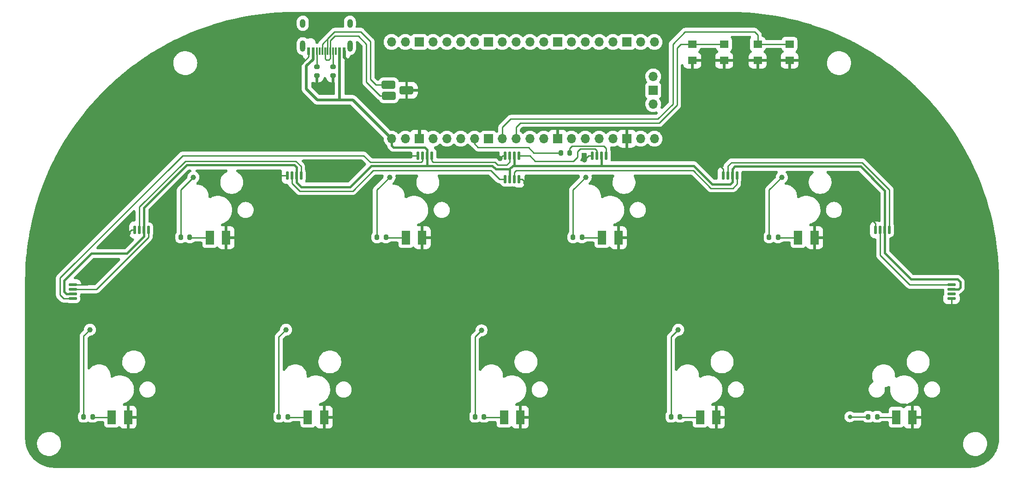
<source format=gtl>
%TF.GenerationSoftware,KiCad,Pcbnew,(6.0.7)*%
%TF.CreationDate,2023-03-11T10:43:17+08:00*%
%TF.ProjectId,popn_pico,706f706e-5f70-4696-936f-2e6b69636164,rev?*%
%TF.SameCoordinates,Original*%
%TF.FileFunction,Copper,L1,Top*%
%TF.FilePolarity,Positive*%
%FSLAX46Y46*%
G04 Gerber Fmt 4.6, Leading zero omitted, Abs format (unit mm)*
G04 Created by KiCad (PCBNEW (6.0.7)) date 2023-03-11 10:43:17*
%MOMM*%
%LPD*%
G01*
G04 APERTURE LIST*
G04 Aperture macros list*
%AMRoundRect*
0 Rectangle with rounded corners*
0 $1 Rounding radius*
0 $2 $3 $4 $5 $6 $7 $8 $9 X,Y pos of 4 corners*
0 Add a 4 corners polygon primitive as box body*
4,1,4,$2,$3,$4,$5,$6,$7,$8,$9,$2,$3,0*
0 Add four circle primitives for the rounded corners*
1,1,$1+$1,$2,$3*
1,1,$1+$1,$4,$5*
1,1,$1+$1,$6,$7*
1,1,$1+$1,$8,$9*
0 Add four rect primitives between the rounded corners*
20,1,$1+$1,$2,$3,$4,$5,0*
20,1,$1+$1,$4,$5,$6,$7,0*
20,1,$1+$1,$6,$7,$8,$9,0*
20,1,$1+$1,$8,$9,$2,$3,0*%
G04 Aperture macros list end*
%TA.AperFunction,SMDPad,CuDef*%
%ADD10R,1.500000X2.600000*%
%TD*%
%TA.AperFunction,SMDPad,CuDef*%
%ADD11RoundRect,0.110000X-0.110000X-0.640000X0.110000X-0.640000X0.110000X0.640000X-0.110000X0.640000X0*%
%TD*%
%TA.AperFunction,SMDPad,CuDef*%
%ADD12RoundRect,0.200000X-0.200000X-0.275000X0.200000X-0.275000X0.200000X0.275000X-0.200000X0.275000X0*%
%TD*%
%TA.AperFunction,SMDPad,CuDef*%
%ADD13RoundRect,0.110000X0.110000X0.640000X-0.110000X0.640000X-0.110000X-0.640000X0.110000X-0.640000X0*%
%TD*%
%TA.AperFunction,SMDPad,CuDef*%
%ADD14RoundRect,0.200000X-0.275000X0.200000X-0.275000X-0.200000X0.275000X-0.200000X0.275000X0.200000X0*%
%TD*%
%TA.AperFunction,SMDPad,CuDef*%
%ADD15R,1.650000X1.400000*%
%TD*%
%TA.AperFunction,SMDPad,CuDef*%
%ADD16RoundRect,0.110000X-0.640000X0.110000X-0.640000X-0.110000X0.640000X-0.110000X0.640000X0.110000X0*%
%TD*%
%TA.AperFunction,SMDPad,CuDef*%
%ADD17RoundRect,0.110000X0.640000X-0.110000X0.640000X0.110000X-0.640000X0.110000X-0.640000X-0.110000X0*%
%TD*%
%TA.AperFunction,SMDPad,CuDef*%
%ADD18R,0.600000X1.450000*%
%TD*%
%TA.AperFunction,SMDPad,CuDef*%
%ADD19R,0.300000X1.450000*%
%TD*%
%TA.AperFunction,ComponentPad*%
%ADD20O,1.000000X2.100000*%
%TD*%
%TA.AperFunction,ComponentPad*%
%ADD21O,1.000000X1.600000*%
%TD*%
%TA.AperFunction,ComponentPad*%
%ADD22O,1.700000X1.700000*%
%TD*%
%TA.AperFunction,ComponentPad*%
%ADD23R,1.700000X1.700000*%
%TD*%
%TA.AperFunction,ComponentPad*%
%ADD24RoundRect,0.300000X-0.950000X0.450000X-0.950000X-0.450000X0.950000X-0.450000X0.950000X0.450000X0*%
%TD*%
%TA.AperFunction,ViaPad*%
%ADD25C,1.000000*%
%TD*%
%TA.AperFunction,ViaPad*%
%ADD26C,0.800000*%
%TD*%
%TA.AperFunction,Conductor*%
%ADD27C,0.250000*%
%TD*%
%TA.AperFunction,Conductor*%
%ADD28C,0.600000*%
%TD*%
%TA.AperFunction,Conductor*%
%ADD29C,0.550000*%
%TD*%
%TA.AperFunction,Conductor*%
%ADD30C,0.400000*%
%TD*%
G04 APERTURE END LIST*
D10*
%TO.P,MX7,3,LED*%
%TO.N,Net-(MX7-Pad3)*%
X181820000Y-137480000D03*
%TO.P,MX7,4,LEDGND*%
%TO.N,GND*%
X184820000Y-137480000D03*
%TD*%
D11*
%TO.P,LED2,1,DIN*%
%TO.N,Net-(LED1-Pad3)*%
X148595000Y-89400644D03*
%TO.P,LED2,2,VDD*%
%TO.N,+5V*%
X147745000Y-89400644D03*
%TO.P,LED2,3,DOUT*%
%TO.N,Net-(LED2-Pad3)*%
X146895000Y-89400644D03*
%TO.P,LED2,4,GND*%
%TO.N,GND*%
X146045000Y-89400644D03*
%TD*%
D12*
%TO.P,R1,1*%
%TO.N,Net-(R1-Pad1)*%
X68670000Y-137400000D03*
%TO.P,R1,2*%
%TO.N,Net-(MX1-Pad3)*%
X70320000Y-137400000D03*
%TD*%
%TO.P,R10,1*%
%TO.N,Net-(R10-Pad1)*%
X156245000Y-88900000D03*
%TO.P,R10,2*%
%TO.N,Net-(LED1-Pad1)*%
X157895000Y-88900000D03*
%TD*%
%TO.P,R8,1*%
%TO.N,Net-(R8-Pad1)*%
X194495000Y-104400000D03*
%TO.P,R8,2*%
%TO.N,Net-(MX8-Pad3)*%
X196145000Y-104400000D03*
%TD*%
D10*
%TO.P,MX9,3,LED*%
%TO.N,Net-(MX9-Pad3)*%
X217820000Y-137480000D03*
%TO.P,MX9,4,LEDGND*%
%TO.N,GND*%
X220820000Y-137480000D03*
%TD*%
D11*
%TO.P,LED8,1,DIN*%
%TO.N,Net-(LED7-Pad3)*%
X188595000Y-93050000D03*
%TO.P,LED8,2,VDD*%
%TO.N,+5V*%
X187745000Y-93050000D03*
%TO.P,LED8,3,DOUT*%
%TO.N,Net-(LED8-Pad3)*%
X186895000Y-93050000D03*
%TO.P,LED8,4,GND*%
%TO.N,GND*%
X186045000Y-93050000D03*
%TD*%
%TO.P,LED1,1,DIN*%
%TO.N,Net-(LED1-Pad1)*%
X164595000Y-89400644D03*
%TO.P,LED1,2,VDD*%
%TO.N,+5V*%
X163745000Y-89400644D03*
%TO.P,LED1,3,DOUT*%
%TO.N,Net-(LED1-Pad3)*%
X162895000Y-89400644D03*
%TO.P,LED1,4,GND*%
%TO.N,GND*%
X162045000Y-89400644D03*
%TD*%
D12*
%TO.P,R6,1*%
%TO.N,Net-(R6-Pad1)*%
X158495000Y-104400000D03*
%TO.P,R6,2*%
%TO.N,Net-(MX6-Pad3)*%
X160145000Y-104400000D03*
%TD*%
%TO.P,R4,1*%
%TO.N,Net-(R4-Pad1)*%
X122495000Y-104400000D03*
%TO.P,R4,2*%
%TO.N,Net-(MX4-Pad3)*%
X124145000Y-104400000D03*
%TD*%
D13*
%TO.P,LED7,1,DIN*%
%TO.N,Net-(LED6-Pad3)*%
X146045000Y-93750000D03*
%TO.P,LED7,2,VDD*%
%TO.N,+5V*%
X146895000Y-93750000D03*
%TO.P,LED7,3,DOUT*%
%TO.N,Net-(LED7-Pad3)*%
X147745000Y-93750000D03*
%TO.P,LED7,4,GND*%
%TO.N,GND*%
X148595000Y-93750000D03*
%TD*%
D12*
%TO.P,R3,1*%
%TO.N,Net-(R3-Pad1)*%
X104495000Y-137400000D03*
%TO.P,R3,2*%
%TO.N,Net-(MX3-Pad3)*%
X106145000Y-137400000D03*
%TD*%
D10*
%TO.P,MX8,3,LED*%
%TO.N,Net-(MX8-Pad3)*%
X199820000Y-104480000D03*
%TO.P,MX8,4,LEDGND*%
%TO.N,GND*%
X202820000Y-104480000D03*
%TD*%
D11*
%TO.P,LED3,1,DIN*%
%TO.N,Net-(LED2-Pad3)*%
X132595000Y-89400644D03*
%TO.P,LED3,2,VDD*%
%TO.N,+5V*%
X131745000Y-89400644D03*
%TO.P,LED3,3,DOUT*%
%TO.N,Net-(LED3-Pad3)*%
X130895000Y-89400644D03*
%TO.P,LED3,4,GND*%
%TO.N,GND*%
X130045000Y-89400644D03*
%TD*%
D10*
%TO.P,MX1,3,LED*%
%TO.N,Net-(MX1-Pad3)*%
X73820000Y-137480000D03*
%TO.P,MX1,4,LEDGND*%
%TO.N,GND*%
X76820000Y-137480000D03*
%TD*%
D11*
%TO.P,LED5,1,DIN*%
%TO.N,Net-(LED4-Pad3)*%
X80595000Y-103050000D03*
%TO.P,LED5,2,VDD*%
%TO.N,+5V*%
X79745000Y-103050000D03*
%TO.P,LED5,3,DOUT*%
%TO.N,Net-(LED5-Pad3)*%
X78895000Y-103050000D03*
%TO.P,LED5,4,GND*%
%TO.N,GND*%
X78045000Y-103050000D03*
%TD*%
D10*
%TO.P,MX5,3,LED*%
%TO.N,Net-(MX5-Pad3)*%
X145820000Y-137480000D03*
%TO.P,MX5,4,LEDGND*%
%TO.N,GND*%
X148820000Y-137480000D03*
%TD*%
%TO.P,MX4,3,LED*%
%TO.N,Net-(MX4-Pad3)*%
X127820000Y-104480000D03*
%TO.P,MX4,4,LEDGND*%
%TO.N,GND*%
X130820000Y-104480000D03*
%TD*%
%TO.P,MX6,3,LED*%
%TO.N,Net-(MX6-Pad3)*%
X163820000Y-104480000D03*
%TO.P,MX6,4,LEDGND*%
%TO.N,GND*%
X166820000Y-104480000D03*
%TD*%
D14*
%TO.P,R20,1*%
%TO.N,Net-(R20-Pad1)*%
X114470000Y-73075000D03*
%TO.P,R20,2*%
%TO.N,GND*%
X114470000Y-74725000D03*
%TD*%
D10*
%TO.P,MX2,3,LED*%
%TO.N,Net-(MX2-Pad3)*%
X91820000Y-104480000D03*
%TO.P,MX2,4,LEDGND*%
%TO.N,GND*%
X94820000Y-104480000D03*
%TD*%
D12*
%TO.P,R2,1*%
%TO.N,Net-(R2-Pad1)*%
X86495000Y-104400000D03*
%TO.P,R2,2*%
%TO.N,Net-(MX2-Pad3)*%
X88145000Y-104400000D03*
%TD*%
D14*
%TO.P,R21,1*%
%TO.N,Net-(R21-Pad1)*%
X111470000Y-73075000D03*
%TO.P,R21,2*%
%TO.N,GND*%
X111470000Y-74725000D03*
%TD*%
D15*
%TO.P,SW1,1*%
%TO.N,Net-(SW1-Pad1)*%
X180395000Y-68900000D03*
%TO.P,SW1,2*%
X186245000Y-68900000D03*
%TO.P,SW1,3*%
%TO.N,GND*%
X180395000Y-71900000D03*
%TO.P,SW1,4*%
X186245000Y-71900000D03*
%TD*%
D12*
%TO.P,R7,1*%
%TO.N,Net-(R7-Pad1)*%
X176495000Y-137400000D03*
%TO.P,R7,2*%
%TO.N,Net-(MX7-Pad3)*%
X178145000Y-137400000D03*
%TD*%
D16*
%TO.P,LED4,1,DIN*%
%TO.N,Net-(LED3-Pad3)*%
X66670000Y-115675000D03*
%TO.P,LED4,2,VDD*%
%TO.N,+5V*%
X66670000Y-114825000D03*
%TO.P,LED4,3,DOUT*%
%TO.N,Net-(LED4-Pad3)*%
X66670000Y-113975000D03*
%TO.P,LED4,4,GND*%
%TO.N,GND*%
X66670000Y-113125000D03*
%TD*%
D17*
%TO.P,LED10,1,DIN*%
%TO.N,Net-(LED10-Pad1)*%
X227970000Y-113125000D03*
%TO.P,LED10,2,VDD*%
%TO.N,+5V*%
X227970000Y-113975000D03*
%TO.P,LED10,3,DOUT*%
%TO.N,unconnected-(LED10-Pad3)*%
X227970000Y-114825000D03*
%TO.P,LED10,4,GND*%
%TO.N,GND*%
X227970000Y-115675000D03*
%TD*%
D15*
%TO.P,SW2,1*%
%TO.N,Net-(SW2-Pad1)*%
X192395000Y-68900000D03*
%TO.P,SW2,2*%
X198245000Y-68900000D03*
%TO.P,SW2,3*%
%TO.N,GND*%
X192395000Y-71900000D03*
%TO.P,SW2,4*%
X198245000Y-71900000D03*
%TD*%
D11*
%TO.P,LED6,1,DIN*%
%TO.N,Net-(LED5-Pad3)*%
X108595000Y-93050000D03*
%TO.P,LED6,2,VDD*%
%TO.N,+5V*%
X107745000Y-93050000D03*
%TO.P,LED6,3,DOUT*%
%TO.N,Net-(LED6-Pad3)*%
X106895000Y-93050000D03*
%TO.P,LED6,4,GND*%
%TO.N,GND*%
X106045000Y-93050000D03*
%TD*%
D10*
%TO.P,MX3,3,LED*%
%TO.N,Net-(MX3-Pad3)*%
X109820000Y-137480000D03*
%TO.P,MX3,4,LEDGND*%
%TO.N,GND*%
X112820000Y-137480000D03*
%TD*%
D12*
%TO.P,R9,1*%
%TO.N,Net-(U1-Pad24)*%
X212670000Y-137400000D03*
%TO.P,R9,2*%
%TO.N,Net-(MX9-Pad3)*%
X214320000Y-137400000D03*
%TD*%
D11*
%TO.P,LED9,1,DIN*%
%TO.N,Net-(LED8-Pad3)*%
X216595000Y-103050000D03*
%TO.P,LED9,2,VDD*%
%TO.N,+5V*%
X215745000Y-103050000D03*
%TO.P,LED9,3,DOUT*%
%TO.N,Net-(LED10-Pad1)*%
X214895000Y-103050000D03*
%TO.P,LED9,4,GND*%
%TO.N,GND*%
X214045000Y-103050000D03*
%TD*%
D12*
%TO.P,R5,1*%
%TO.N,Net-(R5-Pad1)*%
X140495000Y-137400000D03*
%TO.P,R5,2*%
%TO.N,Net-(MX5-Pad3)*%
X142145000Y-137400000D03*
%TD*%
D18*
%TO.P,USB1,1,GND*%
%TO.N,GND*%
X116445000Y-70182500D03*
%TO.P,USB1,2,VBUS*%
%TO.N,+5V*%
X115670000Y-70182500D03*
D19*
%TO.P,USB1,3,SBU2*%
%TO.N,unconnected-(USB1-Pad3)*%
X114970000Y-70182500D03*
%TO.P,USB1,4,CC1*%
%TO.N,Net-(R20-Pad1)*%
X114470000Y-70182500D03*
%TO.P,USB1,5,DN2*%
%TO.N,Net-(U1-PadTP2)*%
X113970000Y-70182500D03*
%TO.P,USB1,6,DP1*%
%TO.N,Net-(U1-PadTP3)*%
X113470000Y-70182500D03*
%TO.P,USB1,7,DN1*%
%TO.N,Net-(U1-PadTP2)*%
X112970000Y-70182500D03*
%TO.P,USB1,8,DP2*%
%TO.N,Net-(U1-PadTP3)*%
X112470000Y-70182500D03*
%TO.P,USB1,9,SBU1*%
%TO.N,unconnected-(USB1-Pad9)*%
X111970000Y-70182500D03*
%TO.P,USB1,10,CC2*%
%TO.N,Net-(R21-Pad1)*%
X111470000Y-70182500D03*
D18*
%TO.P,USB1,11,VBUS*%
%TO.N,+5V*%
X110770000Y-70182500D03*
%TO.P,USB1,12,GND*%
%TO.N,GND*%
X109995000Y-70182500D03*
D20*
%TO.P,USB1,13,SHIELD*%
%TO.N,unconnected-(USB1-Pad13)*%
X108900000Y-69267500D03*
D21*
X117540000Y-65087500D03*
D20*
X117540000Y-69267500D03*
D21*
X108900000Y-65087500D03*
%TD*%
D22*
%TO.P,U1,1,GPIO0*%
%TO.N,Net-(MX1-Pad1)*%
X125190000Y-68510000D03*
%TO.P,U1,2,GPIO1*%
%TO.N,Net-(R1-Pad1)*%
X127730000Y-68510000D03*
D23*
%TO.P,U1,3,GND*%
%TO.N,unconnected-(U1-Pad3)*%
X130270000Y-68510000D03*
D22*
%TO.P,U1,4,GPIO2*%
%TO.N,Net-(MX2-Pad1)*%
X132810000Y-68510000D03*
%TO.P,U1,5,GPIO3*%
%TO.N,Net-(R2-Pad1)*%
X135350000Y-68510000D03*
%TO.P,U1,6,GPIO4*%
%TO.N,Net-(MX3-Pad1)*%
X137890000Y-68510000D03*
%TO.P,U1,7,GPIO5*%
%TO.N,Net-(R3-Pad1)*%
X140430000Y-68510000D03*
D23*
%TO.P,U1,8,GND*%
%TO.N,unconnected-(U1-Pad8)*%
X142970000Y-68510000D03*
D22*
%TO.P,U1,9,GPIO6*%
%TO.N,Net-(MX4-Pad1)*%
X145510000Y-68510000D03*
%TO.P,U1,10,GPIO7*%
%TO.N,Net-(R4-Pad1)*%
X148050000Y-68510000D03*
%TO.P,U1,11,GPIO8*%
%TO.N,Net-(MX5-Pad1)*%
X150590000Y-68510000D03*
%TO.P,U1,12,GPIO9*%
%TO.N,Net-(R5-Pad1)*%
X153130000Y-68510000D03*
D23*
%TO.P,U1,13,GND*%
%TO.N,unconnected-(U1-Pad13)*%
X155670000Y-68510000D03*
D22*
%TO.P,U1,14,GPIO10*%
%TO.N,Net-(MX6-Pad1)*%
X158210000Y-68510000D03*
%TO.P,U1,15,GPIO11*%
%TO.N,Net-(R6-Pad1)*%
X160750000Y-68510000D03*
%TO.P,U1,16,GPIO12*%
%TO.N,Net-(MX7-Pad1)*%
X163290000Y-68510000D03*
%TO.P,U1,17,GPIO13*%
%TO.N,Net-(R7-Pad1)*%
X165830000Y-68510000D03*
D23*
%TO.P,U1,18,GND*%
%TO.N,unconnected-(U1-Pad18)*%
X168370000Y-68510000D03*
D22*
%TO.P,U1,19,GPIO14*%
%TO.N,Net-(MX8-Pad1)*%
X170910000Y-68510000D03*
%TO.P,U1,20,GPIO15*%
%TO.N,Net-(R8-Pad1)*%
X173450000Y-68510000D03*
%TO.P,U1,21,GPIO16*%
%TO.N,Net-(MX9-Pad1)*%
X173450000Y-86290000D03*
%TO.P,U1,22,GPIO17*%
%TO.N,unconnected-(U1-Pad22)*%
X170910000Y-86290000D03*
D23*
%TO.P,U1,23,GND*%
%TO.N,GND*%
X168370000Y-86290000D03*
D22*
%TO.P,U1,24,GPIO18*%
%TO.N,Net-(U1-Pad24)*%
X165830000Y-86290000D03*
%TO.P,U1,25,GPIO19*%
%TO.N,unconnected-(U1-Pad25)*%
X163290000Y-86290000D03*
%TO.P,U1,26,GPIO20*%
%TO.N,unconnected-(U1-Pad26)*%
X160750000Y-86290000D03*
%TO.P,U1,27,GPIO21*%
%TO.N,unconnected-(U1-Pad27)*%
X158210000Y-86290000D03*
D23*
%TO.P,U1,28,GND*%
%TO.N,GND*%
X155670000Y-86290000D03*
D22*
%TO.P,U1,29,GPIO22*%
%TO.N,unconnected-(U1-Pad29)*%
X153130000Y-86290000D03*
%TO.P,U1,30,RUN*%
%TO.N,unconnected-(U1-Pad30)*%
X150590000Y-86290000D03*
%TO.P,U1,31,GPIO26_ADC0*%
%TO.N,Net-(SW1-Pad1)*%
X148050000Y-86290000D03*
%TO.P,U1,32,GPIO27_ADC1*%
%TO.N,Net-(SW2-Pad1)*%
X145510000Y-86290000D03*
D23*
%TO.P,U1,33,AGND*%
%TO.N,unconnected-(U1-Pad33)*%
X142970000Y-86290000D03*
D22*
%TO.P,U1,34,GPIO28_ADC2*%
%TO.N,Net-(R10-Pad1)*%
X140430000Y-86290000D03*
%TO.P,U1,35,ADC_VREF*%
%TO.N,unconnected-(U1-Pad35)*%
X137890000Y-86290000D03*
%TO.P,U1,36,3V3*%
%TO.N,unconnected-(U1-Pad36)*%
X135350000Y-86290000D03*
%TO.P,U1,37,3V3_EN*%
%TO.N,unconnected-(U1-Pad37)*%
X132810000Y-86290000D03*
D23*
%TO.P,U1,38,GND*%
%TO.N,GND*%
X130270000Y-86290000D03*
D22*
%TO.P,U1,39,VSYS*%
%TO.N,unconnected-(U1-Pad39)*%
X127730000Y-86290000D03*
%TO.P,U1,40,VBUS*%
%TO.N,+5V*%
X125190000Y-86290000D03*
%TO.P,U1,41,SWCLK*%
%TO.N,unconnected-(U1-Pad41)*%
X173220000Y-74860000D03*
D23*
%TO.P,U1,42,GND*%
%TO.N,unconnected-(U1-Pad42)*%
X173220000Y-77400000D03*
D22*
%TO.P,U1,43,SWDIO*%
%TO.N,unconnected-(U1-Pad43)*%
X173220000Y-79940000D03*
D24*
%TO.P,U1,TP1,TP1*%
%TO.N,GND*%
X127950000Y-77400000D03*
%TO.P,U1,TP2,TP2*%
%TO.N,Net-(U1-PadTP2)*%
X124670000Y-78400000D03*
%TO.P,U1,TP3,TP3*%
%TO.N,Net-(U1-PadTP3)*%
X124650000Y-76400000D03*
%TD*%
D25*
%TO.N,GND*%
X76820000Y-103650000D03*
X107320000Y-73900000D03*
X102320000Y-94400000D03*
X122570000Y-88650000D03*
X227967930Y-117200163D03*
X149820000Y-94400000D03*
X145070000Y-89900000D03*
X111470000Y-76650000D03*
X160570000Y-90150000D03*
X185070000Y-90900000D03*
X114820000Y-92150000D03*
X213320000Y-101150000D03*
X71070000Y-111400000D03*
%TO.N,Net-(R1-Pad1)*%
X69820000Y-121400000D03*
%TO.N,Net-(R2-Pad1)*%
X88820000Y-93400000D03*
%TO.N,Net-(R3-Pad1)*%
X105820000Y-121400000D03*
%TO.N,Net-(R4-Pad1)*%
X124820000Y-93400000D03*
%TO.N,Net-(R5-Pad1)*%
X141694182Y-121524182D03*
%TO.N,Net-(R6-Pad1)*%
X160820000Y-93400000D03*
%TO.N,Net-(R7-Pad1)*%
X177820000Y-121400000D03*
%TO.N,Net-(R8-Pad1)*%
X196820000Y-93400000D03*
D26*
%TO.N,Net-(U1-Pad24)*%
X209320000Y-137400000D03*
%TD*%
D27*
%TO.N,Net-(LED1-Pad1)*%
X164595000Y-89400644D02*
X164595000Y-88100322D01*
X164595000Y-88100322D02*
X164144678Y-87650000D01*
X157895000Y-88075000D02*
X157895000Y-88900000D01*
X158320000Y-87650000D02*
X157895000Y-88075000D01*
X164144678Y-87650000D02*
X158320000Y-87650000D01*
%TO.N,GND*%
X122570000Y-88650000D02*
X123320644Y-89400644D01*
D28*
X130270000Y-83600000D02*
X129070000Y-82400000D01*
X118570000Y-76150000D02*
X118570000Y-73400000D01*
D27*
X145570000Y-89400000D02*
X145570644Y-89400644D01*
X149170000Y-93750000D02*
X148595000Y-93750000D01*
X214045000Y-101875000D02*
X214045000Y-103050000D01*
X66670000Y-113125000D02*
X69345000Y-113125000D01*
X106045000Y-93050000D02*
X103670000Y-93050000D01*
D28*
X124820000Y-82400000D02*
X118570000Y-76150000D01*
D27*
X145070000Y-89900000D02*
X145570000Y-89400000D01*
D28*
X129070000Y-82400000D02*
X124820000Y-82400000D01*
D27*
X145570644Y-89400644D02*
X146045000Y-89400644D01*
X161319356Y-89400644D02*
X160570000Y-90150000D01*
X213320000Y-101150000D02*
X214045000Y-101875000D01*
X162045000Y-89400644D02*
X161319356Y-89400644D01*
X76820000Y-103650000D02*
X77420000Y-103050000D01*
X123320644Y-89400644D02*
X130045000Y-89400644D01*
X69345000Y-113125000D02*
X71070000Y-111400000D01*
X186045000Y-91875000D02*
X185070000Y-90900000D01*
D28*
X118570000Y-73400000D02*
X116445000Y-71275000D01*
D27*
X77420000Y-103050000D02*
X78045000Y-103050000D01*
X109995000Y-71225000D02*
X108820000Y-72400000D01*
D28*
X116445000Y-71275000D02*
X116445000Y-70182500D01*
X130270000Y-86290000D02*
X130270000Y-83600000D01*
D27*
X186045000Y-93050000D02*
X186045000Y-91875000D01*
X108820000Y-72400000D02*
X107320000Y-73900000D01*
X149820000Y-94400000D02*
X149170000Y-93750000D01*
X227970000Y-115675000D02*
X227970000Y-117198093D01*
X109995000Y-70182500D02*
X109995000Y-71225000D01*
X103670000Y-93050000D02*
X102320000Y-94400000D01*
%TO.N,Net-(LED1-Pad3)*%
X158570000Y-90400000D02*
X151570000Y-90400000D01*
X162570000Y-88150000D02*
X159820000Y-88150000D01*
X151570000Y-90400000D02*
X150570644Y-89400644D01*
X159320000Y-89650000D02*
X158570000Y-90400000D01*
X159320000Y-88650000D02*
X159320000Y-89650000D01*
X162895000Y-88475000D02*
X162570000Y-88150000D01*
X150570644Y-89400644D02*
X148595000Y-89400644D01*
X162895000Y-89400644D02*
X162895000Y-88475000D01*
X159820000Y-88150000D02*
X159320000Y-88650000D01*
D29*
%TO.N,+5V*%
X118050000Y-79150000D02*
X125190000Y-86290000D01*
D30*
X229570000Y-112650000D02*
X229570000Y-113650000D01*
X70070000Y-107400000D02*
X65070000Y-112400000D01*
X108570000Y-95150000D02*
X107745000Y-94325000D01*
X163692779Y-91277221D02*
X180692779Y-91277221D01*
X163692779Y-91277221D02*
X147692779Y-91277221D01*
X146895000Y-91900000D02*
X146895000Y-93750000D01*
X147692779Y-91277221D02*
X147442779Y-91277221D01*
X229245000Y-113975000D02*
X227970000Y-113975000D01*
X187745000Y-91850000D02*
X188195000Y-91400000D01*
D29*
X111320000Y-78900000D02*
X111570000Y-79150000D01*
D30*
X76570000Y-107400000D02*
X70070000Y-107400000D01*
D29*
X115670000Y-70182500D02*
X115670000Y-79150000D01*
D30*
X220570000Y-112150000D02*
X229070000Y-112150000D01*
X163745000Y-91225000D02*
X163692779Y-91277221D01*
X215745000Y-95825000D02*
X215745000Y-103050000D01*
X125190000Y-86290000D02*
X125190000Y-87520000D01*
X187745000Y-93050000D02*
X187745000Y-91850000D01*
X107745000Y-93050000D02*
X107745000Y-91575000D01*
X87570000Y-91150000D02*
X79745000Y-98975000D01*
X229070000Y-112150000D02*
X229570000Y-112650000D01*
X163745000Y-89400644D02*
X163745000Y-91225000D01*
D29*
X111570000Y-79150000D02*
X118070000Y-79150000D01*
D30*
X211320000Y-91400000D02*
X215745000Y-95825000D01*
X117570000Y-95150000D02*
X108570000Y-95150000D01*
D29*
X110770000Y-71700000D02*
X110770000Y-70182500D01*
D30*
X121442779Y-91277221D02*
X117570000Y-95150000D01*
D27*
X147745000Y-91225000D02*
X147692779Y-91277221D01*
D30*
X180692779Y-91277221D02*
X180697221Y-91277221D01*
X107745000Y-94325000D02*
X107745000Y-93050000D01*
X79745000Y-104225000D02*
X76570000Y-107400000D01*
X187320000Y-94650000D02*
X187745000Y-94225000D01*
X188195000Y-91400000D02*
X211320000Y-91400000D01*
D29*
X109570000Y-77150000D02*
X109570000Y-72900000D01*
D30*
X147745000Y-89400644D02*
X147745000Y-91225000D01*
X229570000Y-113650000D02*
X229245000Y-113975000D01*
X125570000Y-87900000D02*
X131320000Y-87900000D01*
X187745000Y-94225000D02*
X187745000Y-93050000D01*
X65070000Y-114400000D02*
X65495000Y-114825000D01*
X131745000Y-88325000D02*
X131745000Y-89400644D01*
X125190000Y-87520000D02*
X125570000Y-87900000D01*
X215745000Y-107325000D02*
X220570000Y-112150000D01*
X131320000Y-87900000D02*
X131745000Y-88325000D01*
D29*
X111320000Y-78900000D02*
X109570000Y-77150000D01*
X109570000Y-72900000D02*
X110770000Y-71700000D01*
D30*
X107320000Y-91150000D02*
X87570000Y-91150000D01*
X184070000Y-94650000D02*
X187320000Y-94650000D01*
X107745000Y-91575000D02*
X107320000Y-91150000D01*
X147442779Y-91277221D02*
X146820000Y-91900000D01*
X65495000Y-114825000D02*
X66670000Y-114825000D01*
X79745000Y-98975000D02*
X79745000Y-103050000D01*
X180697221Y-91277221D02*
X184070000Y-94650000D01*
X79745000Y-103050000D02*
X79745000Y-104225000D01*
X146820000Y-91900000D02*
X144320000Y-91900000D01*
X143697221Y-91277221D02*
X121442779Y-91277221D01*
X65070000Y-112400000D02*
X65070000Y-114400000D01*
X131745000Y-89400644D02*
X131745000Y-91225000D01*
X144320000Y-91900000D02*
X143697221Y-91277221D01*
X215745000Y-103050000D02*
X215745000Y-107325000D01*
D27*
%TO.N,Net-(LED2-Pad3)*%
X144160150Y-90624455D02*
X132827305Y-90624455D01*
X146895000Y-89400644D02*
X146895000Y-90575000D01*
X132595000Y-90392150D02*
X132595000Y-89400644D01*
X132827305Y-90624455D02*
X132595000Y-90392150D01*
X144685695Y-91150000D02*
X144160150Y-90624455D01*
X146320000Y-91150000D02*
X144685695Y-91150000D01*
X146895000Y-90575000D02*
X146320000Y-91150000D01*
%TO.N,Net-(LED3-Pad3)*%
X120070000Y-89400000D02*
X86820000Y-89400000D01*
X64320000Y-111900000D02*
X64320000Y-115025000D01*
X64970000Y-115675000D02*
X66670000Y-115675000D01*
X130895000Y-90352357D02*
X130633127Y-90614230D01*
X64320000Y-115025000D02*
X64970000Y-115675000D01*
X130633127Y-90614230D02*
X121284230Y-90614230D01*
X130895000Y-89400644D02*
X130895000Y-90352357D01*
X86820000Y-89400000D02*
X64320000Y-111900000D01*
X121284230Y-90614230D02*
X120070000Y-89400000D01*
%TO.N,Net-(LED4-Pad3)*%
X80595000Y-103050000D02*
X80595000Y-104375000D01*
X70995000Y-113975000D02*
X66670000Y-113975000D01*
X80595000Y-104375000D02*
X70995000Y-113975000D01*
%TO.N,Net-(LED5-Pad3)*%
X78895000Y-98825000D02*
X78895000Y-103050000D01*
X108570000Y-92509817D02*
X108570000Y-91400000D01*
X107570000Y-90400000D02*
X87320000Y-90400000D01*
X108595000Y-92534817D02*
X108570000Y-92509817D01*
X108595000Y-93050000D02*
X108595000Y-92534817D01*
X108570000Y-91400000D02*
X107570000Y-90400000D01*
X87320000Y-90400000D02*
X78895000Y-98825000D01*
%TO.N,Net-(LED6-Pad3)*%
X143373059Y-92150000D02*
X121820000Y-92150000D01*
X144973059Y-93750000D02*
X143373059Y-92150000D01*
X106895000Y-94475000D02*
X106895000Y-93050000D01*
X118070000Y-95900000D02*
X108320000Y-95900000D01*
X121820000Y-92150000D02*
X118070000Y-95900000D01*
X146045000Y-93750000D02*
X144973059Y-93750000D01*
X108320000Y-95900000D02*
X106895000Y-94475000D01*
%TO.N,Net-(LED7-Pad3)*%
X147745000Y-93750000D02*
X147745000Y-92475000D01*
X180570000Y-92150000D02*
X183820000Y-95400000D01*
X183820000Y-95400000D02*
X187820000Y-95400000D01*
X148070000Y-92150000D02*
X180570000Y-92150000D01*
X188595000Y-94625000D02*
X188595000Y-93050000D01*
X187820000Y-95400000D02*
X188595000Y-94625000D01*
X147745000Y-92475000D02*
X148070000Y-92150000D01*
%TO.N,Net-(LED8-Pad3)*%
X216595000Y-95675000D02*
X211570000Y-90650000D01*
X186895000Y-91325000D02*
X186895000Y-93050000D01*
X216595000Y-103050000D02*
X216595000Y-95675000D01*
X187570000Y-90650000D02*
X186895000Y-91325000D01*
X211570000Y-90650000D02*
X187570000Y-90650000D01*
%TO.N,Net-(LED10-Pad1)*%
X220295000Y-113125000D02*
X227970000Y-113125000D01*
X214895000Y-103050000D02*
X214895000Y-107725000D01*
X214895000Y-107725000D02*
X220295000Y-113125000D01*
%TO.N,Net-(MX1-Pad3)*%
X70400000Y-137480000D02*
X70320000Y-137400000D01*
X73820000Y-137480000D02*
X70400000Y-137480000D01*
%TO.N,Net-(MX2-Pad3)*%
X88225000Y-104480000D02*
X88145000Y-104400000D01*
X91820000Y-104480000D02*
X88225000Y-104480000D01*
%TO.N,Net-(MX3-Pad3)*%
X109820000Y-137480000D02*
X106225000Y-137480000D01*
X106225000Y-137480000D02*
X106145000Y-137400000D01*
%TO.N,Net-(MX4-Pad3)*%
X124225000Y-104480000D02*
X124145000Y-104400000D01*
X127820000Y-104480000D02*
X124225000Y-104480000D01*
%TO.N,Net-(MX5-Pad3)*%
X142225000Y-137480000D02*
X142145000Y-137400000D01*
X145820000Y-137480000D02*
X142225000Y-137480000D01*
%TO.N,Net-(MX6-Pad3)*%
X160225000Y-104480000D02*
X160145000Y-104400000D01*
X163820000Y-104480000D02*
X160225000Y-104480000D01*
%TO.N,Net-(MX7-Pad3)*%
X181820000Y-137480000D02*
X178225000Y-137480000D01*
X178225000Y-137480000D02*
X178145000Y-137400000D01*
%TO.N,Net-(MX8-Pad3)*%
X199820000Y-104480000D02*
X196225000Y-104480000D01*
X196225000Y-104480000D02*
X196145000Y-104400000D01*
%TO.N,Net-(MX9-Pad3)*%
X214400000Y-137480000D02*
X214320000Y-137400000D01*
X217820000Y-137480000D02*
X214400000Y-137480000D01*
%TO.N,Net-(R20-Pad1)*%
X114470000Y-73075000D02*
X114470000Y-70182500D01*
%TO.N,Net-(R21-Pad1)*%
X111470000Y-73075000D02*
X111470000Y-70182500D01*
%TO.N,Net-(R1-Pad1)*%
X68670000Y-122550000D02*
X68670000Y-137400000D01*
X69820000Y-121400000D02*
X68670000Y-122550000D01*
%TO.N,Net-(R2-Pad1)*%
X86495000Y-95725000D02*
X88820000Y-93400000D01*
X86495000Y-104400000D02*
X86495000Y-95725000D01*
%TO.N,Net-(R3-Pad1)*%
X105820000Y-121400000D02*
X104495000Y-122725000D01*
X104495000Y-122725000D02*
X104495000Y-137400000D01*
%TO.N,Net-(R4-Pad1)*%
X122495000Y-104400000D02*
X122495000Y-95725000D01*
X122495000Y-95725000D02*
X124820000Y-93400000D01*
%TO.N,Net-(R5-Pad1)*%
X140495000Y-122723364D02*
X140495000Y-137400000D01*
X141694182Y-121524182D02*
X140495000Y-122723364D01*
%TO.N,Net-(R6-Pad1)*%
X158495000Y-95725000D02*
X160820000Y-93400000D01*
X158495000Y-104400000D02*
X158495000Y-95725000D01*
%TO.N,Net-(R7-Pad1)*%
X176495000Y-122725000D02*
X176495000Y-137400000D01*
X177820000Y-121400000D02*
X176495000Y-122725000D01*
%TO.N,Net-(R8-Pad1)*%
X194495000Y-104400000D02*
X194495000Y-95725000D01*
X194495000Y-95725000D02*
X196820000Y-93400000D01*
%TO.N,Net-(U1-Pad24)*%
X212670000Y-137400000D02*
X209320000Y-137400000D01*
%TO.N,Net-(R10-Pad1)*%
X141070000Y-87900000D02*
X150320000Y-87900000D01*
X140430000Y-87260000D02*
X141070000Y-87900000D01*
X150320000Y-87900000D02*
X151320000Y-88900000D01*
X151320000Y-88900000D02*
X156245000Y-88900000D01*
X140430000Y-86290000D02*
X140430000Y-87260000D01*
%TO.N,Net-(SW1-Pad1)*%
X180395000Y-68900000D02*
X178320000Y-68900000D01*
X180395000Y-68900000D02*
X186245000Y-68900000D01*
X174320000Y-83400000D02*
X148820000Y-83400000D01*
X177570000Y-80150000D02*
X174320000Y-83400000D01*
X178320000Y-68900000D02*
X177570000Y-69650000D01*
X148820000Y-83400000D02*
X148050000Y-84170000D01*
X148050000Y-84170000D02*
X148050000Y-86225000D01*
X177570000Y-69650000D02*
X177570000Y-80150000D01*
%TO.N,Net-(SW2-Pad1)*%
X147070000Y-82650000D02*
X145510000Y-84210000D01*
X192395000Y-67225000D02*
X191820000Y-66650000D01*
X179070000Y-66650000D02*
X176820000Y-68900000D01*
X192395000Y-68900000D02*
X192395000Y-67225000D01*
X174070000Y-82650000D02*
X147070000Y-82650000D01*
X192395000Y-68900000D02*
X198245000Y-68900000D01*
X176820000Y-68900000D02*
X176820000Y-79900000D01*
X176820000Y-79900000D02*
X174070000Y-82650000D01*
X145510000Y-84210000D02*
X145510000Y-86225000D01*
X191820000Y-66650000D02*
X179070000Y-66650000D01*
%TO.N,Net-(U1-PadTP2)*%
X113691876Y-71788621D02*
X113970000Y-71510497D01*
X124670000Y-78400000D02*
X123070000Y-78400000D01*
X113970000Y-71510497D02*
X113970000Y-70182500D01*
X113208621Y-71788621D02*
X113691876Y-71788621D01*
X120570000Y-75900000D02*
X120570000Y-68900000D01*
X123070000Y-78400000D02*
X120570000Y-75900000D01*
X113970000Y-68250000D02*
X113970000Y-70182500D01*
X119070000Y-67400000D02*
X114820000Y-67400000D01*
X112970000Y-70182500D02*
X112970000Y-71550000D01*
X114820000Y-67400000D02*
X113970000Y-68250000D01*
X120570000Y-68900000D02*
X119070000Y-67400000D01*
X112970000Y-71550000D02*
X113208621Y-71788621D01*
%TO.N,Net-(U1-PadTP3)*%
X114720000Y-66650000D02*
X113845000Y-67525000D01*
X124650000Y-76400000D02*
X122320000Y-76400000D01*
X122320000Y-76400000D02*
X121320000Y-75400000D01*
X112470000Y-68900000D02*
X112470000Y-70182500D01*
X119570000Y-66650000D02*
X114720000Y-66650000D01*
X113845000Y-67525000D02*
X112470000Y-68900000D01*
X121320000Y-75400000D02*
X121320000Y-68400000D01*
X113470000Y-67900000D02*
X113845000Y-67525000D01*
X121320000Y-68400000D02*
X119570000Y-66650000D01*
X113470000Y-67900000D02*
X113470000Y-70182500D01*
%TD*%
%TA.AperFunction,Conductor*%
%TO.N,GND*%
G36*
X187296818Y-63002630D02*
G01*
X187320000Y-63005682D01*
X187337647Y-63003359D01*
X187373636Y-63001252D01*
X188701987Y-63019883D01*
X188708960Y-63020079D01*
X188928629Y-63029327D01*
X190086377Y-63078069D01*
X190093350Y-63078461D01*
X190725039Y-63122830D01*
X191468596Y-63175057D01*
X191475505Y-63175640D01*
X192421854Y-63268848D01*
X192847515Y-63310772D01*
X192854455Y-63311554D01*
X194222095Y-63485106D01*
X194229011Y-63486082D01*
X194931665Y-63595352D01*
X195591296Y-63697932D01*
X195598137Y-63699094D01*
X196028526Y-63778446D01*
X196953945Y-63949068D01*
X196960795Y-63950431D01*
X198309004Y-64238319D01*
X198315813Y-64239873D01*
X199655421Y-64565461D01*
X199662184Y-64567205D01*
X200992187Y-64930251D01*
X200998898Y-64932185D01*
X202318143Y-65332373D01*
X202324797Y-65334494D01*
X203632309Y-65771528D01*
X203638902Y-65773835D01*
X204933622Y-66247361D01*
X204940147Y-66249851D01*
X206221140Y-66759528D01*
X206227592Y-66762201D01*
X206243084Y-66768874D01*
X207493767Y-67307595D01*
X207500099Y-67310429D01*
X208750474Y-67891118D01*
X208756732Y-67894131D01*
X209367311Y-68198792D01*
X209990362Y-68509677D01*
X209996567Y-68512883D01*
X210647932Y-68861045D01*
X211201197Y-69156771D01*
X211212392Y-69162755D01*
X211218461Y-69166109D01*
X212258642Y-69760191D01*
X212415616Y-69849844D01*
X212421631Y-69853392D01*
X212990002Y-70199500D01*
X213599162Y-70570447D01*
X213605024Y-70574130D01*
X214281968Y-71012844D01*
X214761983Y-71323932D01*
X214767790Y-71327813D01*
X215903184Y-72109712D01*
X215908880Y-72113753D01*
X217021941Y-72927219D01*
X217027522Y-72931419D01*
X218117319Y-73775774D01*
X218122779Y-73780128D01*
X218406458Y-74012937D01*
X219188496Y-74654739D01*
X219193794Y-74659213D01*
X219513409Y-74936875D01*
X220234548Y-75563357D01*
X220239756Y-75568011D01*
X220857284Y-76135643D01*
X221121479Y-76378491D01*
X221254753Y-76500997D01*
X221259820Y-76505789D01*
X221381163Y-76623775D01*
X222248217Y-77466845D01*
X222253155Y-77471783D01*
X223214204Y-78460172D01*
X223218996Y-78465240D01*
X223311424Y-78565792D01*
X224151989Y-79480244D01*
X224156643Y-79485452D01*
X224517818Y-79901198D01*
X225056021Y-80520719D01*
X225060771Y-80526187D01*
X225065261Y-80531504D01*
X225278140Y-80790898D01*
X225939872Y-81597221D01*
X225944226Y-81602681D01*
X226788581Y-82692478D01*
X226792781Y-82698059D01*
X227606247Y-83811120D01*
X227610288Y-83816816D01*
X228392187Y-84952210D01*
X228396068Y-84958017D01*
X228549951Y-85195462D01*
X229145870Y-86114976D01*
X229149553Y-86120838D01*
X229375914Y-86492562D01*
X229866608Y-87298369D01*
X229870156Y-87304384D01*
X230553891Y-88501539D01*
X230557238Y-88507595D01*
X230729735Y-88830314D01*
X231207117Y-89723433D01*
X231210323Y-89729638D01*
X231420252Y-90150361D01*
X231824633Y-90960789D01*
X231825861Y-90963251D01*
X231828882Y-90969526D01*
X232409364Y-92219454D01*
X232409561Y-92219879D01*
X232412405Y-92226233D01*
X232703278Y-92901518D01*
X232957799Y-93492408D01*
X232960472Y-93498860D01*
X233470149Y-94779853D01*
X233472639Y-94786378D01*
X233946165Y-96081098D01*
X233948472Y-96087691D01*
X234385506Y-97395203D01*
X234387626Y-97401855D01*
X234391319Y-97414028D01*
X234787815Y-98721102D01*
X234789749Y-98727813D01*
X235152795Y-100057816D01*
X235154539Y-100064579D01*
X235480127Y-101404187D01*
X235481681Y-101410996D01*
X235769569Y-102759205D01*
X235770932Y-102766055D01*
X235880816Y-103362042D01*
X236020339Y-104118785D01*
X236020902Y-104121841D01*
X236022068Y-104128704D01*
X236098307Y-104618954D01*
X236233918Y-105490989D01*
X236234894Y-105497905D01*
X236408446Y-106865545D01*
X236409228Y-106872485D01*
X236451152Y-107298146D01*
X236539733Y-108197507D01*
X236544358Y-108244470D01*
X236544945Y-108251429D01*
X236641539Y-109626650D01*
X236641931Y-109633623D01*
X236699921Y-111011036D01*
X236700117Y-111018013D01*
X236718610Y-112336512D01*
X236718748Y-112346358D01*
X236716641Y-112382353D01*
X236714318Y-112400000D01*
X236716448Y-112416179D01*
X236717370Y-112423182D01*
X236719500Y-112455683D01*
X236719500Y-141344317D01*
X236717370Y-141376818D01*
X236714318Y-141400000D01*
X236716448Y-141416180D01*
X236716448Y-141430791D01*
X236717373Y-141451427D01*
X236701484Y-141835592D01*
X236699786Y-141856095D01*
X236675049Y-142054541D01*
X236647132Y-142278506D01*
X236643745Y-142298804D01*
X236556389Y-142715427D01*
X236551337Y-142735375D01*
X236494758Y-142925420D01*
X236429880Y-143143340D01*
X236423198Y-143162804D01*
X236303926Y-143468474D01*
X236268464Y-143559354D01*
X236260198Y-143578199D01*
X236073239Y-143960632D01*
X236063447Y-143978725D01*
X235892355Y-144265854D01*
X235845550Y-144344403D01*
X235834294Y-144361631D01*
X235586953Y-144708053D01*
X235574313Y-144724293D01*
X235299199Y-145049120D01*
X235285261Y-145064262D01*
X234984262Y-145365261D01*
X234969120Y-145379199D01*
X234644293Y-145654313D01*
X234628053Y-145666953D01*
X234281631Y-145914294D01*
X234264405Y-145925549D01*
X233898725Y-146143447D01*
X233880632Y-146153239D01*
X233498199Y-146340198D01*
X233479354Y-146348464D01*
X233082805Y-146503198D01*
X233063340Y-146509880D01*
X232655378Y-146631336D01*
X232635430Y-146636388D01*
X232507093Y-146663298D01*
X232218804Y-146723745D01*
X232198506Y-146727132D01*
X232045066Y-146746258D01*
X231776095Y-146779786D01*
X231755597Y-146781484D01*
X231371427Y-146797373D01*
X231350791Y-146796448D01*
X231336180Y-146796448D01*
X231320000Y-146794318D01*
X231303821Y-146796448D01*
X231296818Y-146797370D01*
X231264317Y-146799500D01*
X63375683Y-146799500D01*
X63343182Y-146797370D01*
X63336179Y-146796448D01*
X63320000Y-146794318D01*
X63303820Y-146796448D01*
X63289209Y-146796448D01*
X63268573Y-146797373D01*
X62884403Y-146781484D01*
X62863905Y-146779786D01*
X62594934Y-146746258D01*
X62441494Y-146727132D01*
X62421196Y-146723745D01*
X62132907Y-146663298D01*
X62004570Y-146636388D01*
X61984622Y-146631336D01*
X61576660Y-146509880D01*
X61557195Y-146503198D01*
X61160646Y-146348464D01*
X61141801Y-146340198D01*
X60759368Y-146153239D01*
X60741275Y-146143447D01*
X60375595Y-145925549D01*
X60358369Y-145914294D01*
X60011947Y-145666953D01*
X59995707Y-145654313D01*
X59670880Y-145379199D01*
X59655738Y-145365261D01*
X59354739Y-145064262D01*
X59340801Y-145049120D01*
X59065687Y-144724293D01*
X59053047Y-144708053D01*
X58805706Y-144361631D01*
X58794450Y-144344403D01*
X58747645Y-144265854D01*
X58576553Y-143978725D01*
X58566761Y-143960632D01*
X58379802Y-143578199D01*
X58371536Y-143559354D01*
X58336075Y-143468474D01*
X58216802Y-143162804D01*
X58210120Y-143143340D01*
X58145242Y-142925420D01*
X58088663Y-142735375D01*
X58083611Y-142715427D01*
X58027158Y-142446187D01*
X60115059Y-142446187D01*
X60140536Y-142737399D01*
X60204305Y-143022683D01*
X60305244Y-143297027D01*
X60441580Y-143555612D01*
X60446359Y-143562336D01*
X60446361Y-143562340D01*
X60554266Y-143714176D01*
X60610918Y-143793893D01*
X60616553Y-143799936D01*
X60616554Y-143799937D01*
X60783284Y-143978733D01*
X60810283Y-144007686D01*
X61036171Y-144193233D01*
X61284616Y-144347275D01*
X61551250Y-144467105D01*
X61831391Y-144550619D01*
X62120117Y-144596348D01*
X62127064Y-144596663D01*
X62127069Y-144596664D01*
X62208740Y-144600373D01*
X62208761Y-144600373D01*
X62211547Y-144600500D01*
X62394151Y-144600500D01*
X62398241Y-144600228D01*
X62398252Y-144600228D01*
X62528536Y-144591574D01*
X62611682Y-144586052D01*
X62898239Y-144528272D01*
X62906044Y-144525585D01*
X62906046Y-144525584D01*
X63069023Y-144469466D01*
X63174637Y-144433100D01*
X63436020Y-144302209D01*
X63442855Y-144297564D01*
X63442860Y-144297561D01*
X63670970Y-144142537D01*
X63677795Y-144137899D01*
X63817558Y-144012937D01*
X63889556Y-143948563D01*
X63889559Y-143948560D01*
X63895716Y-143943055D01*
X63901090Y-143936785D01*
X63901095Y-143936780D01*
X64080577Y-143727374D01*
X64085953Y-143721102D01*
X64190993Y-143559354D01*
X64240662Y-143482871D01*
X64240664Y-143482867D01*
X64245164Y-143475938D01*
X64370552Y-143211871D01*
X64459914Y-142933541D01*
X64511681Y-142645836D01*
X64520747Y-142446187D01*
X230115059Y-142446187D01*
X230140536Y-142737399D01*
X230204305Y-143022683D01*
X230305244Y-143297027D01*
X230441580Y-143555612D01*
X230446359Y-143562336D01*
X230446361Y-143562340D01*
X230554266Y-143714176D01*
X230610918Y-143793893D01*
X230616553Y-143799936D01*
X230616554Y-143799937D01*
X230783284Y-143978733D01*
X230810283Y-144007686D01*
X231036171Y-144193233D01*
X231284616Y-144347275D01*
X231551250Y-144467105D01*
X231831391Y-144550619D01*
X232120117Y-144596348D01*
X232127064Y-144596663D01*
X232127069Y-144596664D01*
X232208740Y-144600373D01*
X232208761Y-144600373D01*
X232211547Y-144600500D01*
X232394151Y-144600500D01*
X232398241Y-144600228D01*
X232398252Y-144600228D01*
X232528536Y-144591574D01*
X232611682Y-144586052D01*
X232898239Y-144528272D01*
X232906044Y-144525585D01*
X232906046Y-144525584D01*
X233069023Y-144469466D01*
X233174637Y-144433100D01*
X233436020Y-144302209D01*
X233442855Y-144297564D01*
X233442860Y-144297561D01*
X233670970Y-144142537D01*
X233677795Y-144137899D01*
X233817558Y-144012937D01*
X233889556Y-143948563D01*
X233889559Y-143948560D01*
X233895716Y-143943055D01*
X233901090Y-143936785D01*
X233901095Y-143936780D01*
X234080577Y-143727374D01*
X234085953Y-143721102D01*
X234190993Y-143559354D01*
X234240662Y-143482871D01*
X234240664Y-143482867D01*
X234245164Y-143475938D01*
X234370552Y-143211871D01*
X234459914Y-142933541D01*
X234511681Y-142645836D01*
X234524941Y-142353813D01*
X234499464Y-142062601D01*
X234435695Y-141777317D01*
X234334756Y-141502973D01*
X234198420Y-141244388D01*
X234029082Y-141006107D01*
X233829717Y-140792314D01*
X233603829Y-140606767D01*
X233355384Y-140452725D01*
X233088750Y-140332895D01*
X232808609Y-140249381D01*
X232519883Y-140203652D01*
X232512936Y-140203337D01*
X232512931Y-140203336D01*
X232431260Y-140199627D01*
X232431239Y-140199627D01*
X232428453Y-140199500D01*
X232245849Y-140199500D01*
X232241759Y-140199772D01*
X232241748Y-140199772D01*
X232111464Y-140208426D01*
X232028318Y-140213948D01*
X231741761Y-140271728D01*
X231733956Y-140274415D01*
X231733954Y-140274416D01*
X231638424Y-140307310D01*
X231465363Y-140366900D01*
X231203980Y-140497791D01*
X231197145Y-140502436D01*
X231197140Y-140502439D01*
X231052254Y-140600904D01*
X230962205Y-140662101D01*
X230956056Y-140667599D01*
X230956052Y-140667602D01*
X230750444Y-140851437D01*
X230744284Y-140856945D01*
X230738910Y-140863215D01*
X230738905Y-140863220D01*
X230610662Y-141012844D01*
X230554047Y-141078898D01*
X230549551Y-141085822D01*
X230549549Y-141085824D01*
X230446577Y-141244388D01*
X230394836Y-141324062D01*
X230269448Y-141588129D01*
X230180086Y-141866459D01*
X230128319Y-142154164D01*
X230115059Y-142446187D01*
X64520747Y-142446187D01*
X64524941Y-142353813D01*
X64499464Y-142062601D01*
X64435695Y-141777317D01*
X64334756Y-141502973D01*
X64198420Y-141244388D01*
X64029082Y-141006107D01*
X63829717Y-140792314D01*
X63603829Y-140606767D01*
X63355384Y-140452725D01*
X63088750Y-140332895D01*
X62808609Y-140249381D01*
X62519883Y-140203652D01*
X62512936Y-140203337D01*
X62512931Y-140203336D01*
X62431260Y-140199627D01*
X62431239Y-140199627D01*
X62428453Y-140199500D01*
X62245849Y-140199500D01*
X62241759Y-140199772D01*
X62241748Y-140199772D01*
X62111464Y-140208426D01*
X62028318Y-140213948D01*
X61741761Y-140271728D01*
X61733956Y-140274415D01*
X61733954Y-140274416D01*
X61638424Y-140307310D01*
X61465363Y-140366900D01*
X61203980Y-140497791D01*
X61197145Y-140502436D01*
X61197140Y-140502439D01*
X61052254Y-140600904D01*
X60962205Y-140662101D01*
X60956056Y-140667599D01*
X60956052Y-140667602D01*
X60750444Y-140851437D01*
X60744284Y-140856945D01*
X60738910Y-140863215D01*
X60738905Y-140863220D01*
X60610662Y-141012844D01*
X60554047Y-141078898D01*
X60549551Y-141085822D01*
X60549549Y-141085824D01*
X60446577Y-141244388D01*
X60394836Y-141324062D01*
X60269448Y-141588129D01*
X60180086Y-141866459D01*
X60128319Y-142154164D01*
X60115059Y-142446187D01*
X58027158Y-142446187D01*
X57996255Y-142298804D01*
X57992868Y-142278506D01*
X57964951Y-142054541D01*
X57940214Y-141856095D01*
X57938516Y-141835592D01*
X57922627Y-141451427D01*
X57923552Y-141430791D01*
X57923552Y-141416180D01*
X57925682Y-141400000D01*
X57922630Y-141376818D01*
X57920500Y-141344317D01*
X57920500Y-137037163D01*
X67669500Y-137037163D01*
X67669501Y-137762836D01*
X67669774Y-137767589D01*
X67710173Y-137942577D01*
X67788336Y-138104266D01*
X67797021Y-138115145D01*
X67797022Y-138115147D01*
X67812516Y-138134556D01*
X67900380Y-138244620D01*
X67911262Y-138253307D01*
X68001095Y-138325020D01*
X68040734Y-138356664D01*
X68202423Y-138434827D01*
X68215985Y-138437958D01*
X68367136Y-138472854D01*
X68367138Y-138472854D01*
X68377411Y-138475226D01*
X68382163Y-138475500D01*
X68385759Y-138475500D01*
X68671448Y-138475499D01*
X68957836Y-138475499D01*
X68962589Y-138475226D01*
X69137577Y-138434827D01*
X69299266Y-138356664D01*
X69310148Y-138347977D01*
X69310153Y-138347974D01*
X69339653Y-138324424D01*
X69425947Y-138279787D01*
X69522754Y-138271573D01*
X69615336Y-138301029D01*
X69650347Y-138324424D01*
X69679847Y-138347974D01*
X69679852Y-138347977D01*
X69690734Y-138356664D01*
X69852423Y-138434827D01*
X69865985Y-138437958D01*
X70017136Y-138472854D01*
X70017138Y-138472854D01*
X70027411Y-138475226D01*
X70032163Y-138475500D01*
X70035759Y-138475500D01*
X70321448Y-138475499D01*
X70607836Y-138475499D01*
X70612589Y-138475226D01*
X70787577Y-138434827D01*
X70949266Y-138356664D01*
X71070476Y-138259902D01*
X71156772Y-138215266D01*
X71225824Y-138205500D01*
X72220501Y-138205500D01*
X72315789Y-138224454D01*
X72396571Y-138278430D01*
X72450547Y-138359212D01*
X72469501Y-138454500D01*
X72469501Y-138819360D01*
X72484956Y-138936762D01*
X72491202Y-138951841D01*
X72525170Y-139033846D01*
X72545464Y-139082841D01*
X72555399Y-139095789D01*
X72555401Y-139095792D01*
X72625039Y-139186545D01*
X72641718Y-139208282D01*
X72654672Y-139218222D01*
X72754208Y-139294599D01*
X72754211Y-139294601D01*
X72767159Y-139304536D01*
X72782239Y-139310782D01*
X72782240Y-139310783D01*
X72832595Y-139331640D01*
X72913238Y-139365044D01*
X72929415Y-139367174D01*
X72929416Y-139367174D01*
X72962927Y-139371586D01*
X73030639Y-139380500D01*
X73819903Y-139380500D01*
X74609360Y-139380499D01*
X74617441Y-139379435D01*
X74617444Y-139379435D01*
X74660159Y-139373812D01*
X74726762Y-139365044D01*
X74791139Y-139338378D01*
X74857760Y-139310783D01*
X74857761Y-139310782D01*
X74872841Y-139304536D01*
X74885789Y-139294601D01*
X74885792Y-139294599D01*
X74985328Y-139218222D01*
X74998282Y-139208282D01*
X75008222Y-139195328D01*
X75017005Y-139186545D01*
X75097787Y-139132569D01*
X75193075Y-139113615D01*
X75288363Y-139132569D01*
X75369145Y-139186545D01*
X75387727Y-139209824D01*
X75388762Y-139208998D01*
X75492044Y-139338378D01*
X75511622Y-139357956D01*
X75630118Y-139452550D01*
X75653539Y-139467299D01*
X75790056Y-139533294D01*
X75816154Y-139542485D01*
X75967196Y-139577356D01*
X75985627Y-139579995D01*
X75985801Y-139580000D01*
X76545473Y-139580000D01*
X76565931Y-139575931D01*
X76570000Y-139555473D01*
X76570000Y-139555472D01*
X77070000Y-139555472D01*
X77074069Y-139575930D01*
X77094527Y-139579999D01*
X77654235Y-139579999D01*
X77654343Y-139579996D01*
X77672818Y-139577352D01*
X77823846Y-139542485D01*
X77849944Y-139533294D01*
X77986461Y-139467299D01*
X78009882Y-139452550D01*
X78128378Y-139357956D01*
X78147956Y-139338378D01*
X78242550Y-139219882D01*
X78257299Y-139196461D01*
X78323294Y-139059944D01*
X78332485Y-139033846D01*
X78367356Y-138882804D01*
X78369995Y-138864373D01*
X78370000Y-138864199D01*
X78370000Y-137754527D01*
X78365931Y-137734069D01*
X78345473Y-137730000D01*
X77094527Y-137730000D01*
X77074069Y-137734069D01*
X77070000Y-137754527D01*
X77070000Y-139555472D01*
X76570000Y-139555472D01*
X76570000Y-137205473D01*
X77070000Y-137205473D01*
X77074069Y-137225931D01*
X77094527Y-137230000D01*
X78345472Y-137230000D01*
X78365930Y-137225931D01*
X78369999Y-137205473D01*
X78369999Y-137037163D01*
X103494500Y-137037163D01*
X103494501Y-137762836D01*
X103494774Y-137767589D01*
X103535173Y-137942577D01*
X103613336Y-138104266D01*
X103622021Y-138115145D01*
X103622022Y-138115147D01*
X103637516Y-138134556D01*
X103725380Y-138244620D01*
X103736262Y-138253307D01*
X103826095Y-138325020D01*
X103865734Y-138356664D01*
X104027423Y-138434827D01*
X104040985Y-138437958D01*
X104192136Y-138472854D01*
X104192138Y-138472854D01*
X104202411Y-138475226D01*
X104207163Y-138475500D01*
X104210759Y-138475500D01*
X104496448Y-138475499D01*
X104782836Y-138475499D01*
X104787589Y-138475226D01*
X104962577Y-138434827D01*
X105124266Y-138356664D01*
X105135148Y-138347977D01*
X105135153Y-138347974D01*
X105164653Y-138324424D01*
X105250947Y-138279787D01*
X105347754Y-138271573D01*
X105440336Y-138301029D01*
X105475347Y-138324424D01*
X105504847Y-138347974D01*
X105504852Y-138347977D01*
X105515734Y-138356664D01*
X105677423Y-138434827D01*
X105690985Y-138437958D01*
X105842136Y-138472854D01*
X105842138Y-138472854D01*
X105852411Y-138475226D01*
X105857163Y-138475500D01*
X105860759Y-138475500D01*
X106146448Y-138475499D01*
X106432836Y-138475499D01*
X106437589Y-138475226D01*
X106612577Y-138434827D01*
X106774266Y-138356664D01*
X106895476Y-138259902D01*
X106981772Y-138215266D01*
X107050824Y-138205500D01*
X108220501Y-138205500D01*
X108315789Y-138224454D01*
X108396571Y-138278430D01*
X108450547Y-138359212D01*
X108469501Y-138454500D01*
X108469501Y-138819360D01*
X108484956Y-138936762D01*
X108491202Y-138951841D01*
X108525170Y-139033846D01*
X108545464Y-139082841D01*
X108555399Y-139095789D01*
X108555401Y-139095792D01*
X108625039Y-139186545D01*
X108641718Y-139208282D01*
X108654672Y-139218222D01*
X108754208Y-139294599D01*
X108754211Y-139294601D01*
X108767159Y-139304536D01*
X108782239Y-139310782D01*
X108782240Y-139310783D01*
X108832595Y-139331640D01*
X108913238Y-139365044D01*
X108929415Y-139367174D01*
X108929416Y-139367174D01*
X108962927Y-139371586D01*
X109030639Y-139380500D01*
X109819903Y-139380500D01*
X110609360Y-139380499D01*
X110617441Y-139379435D01*
X110617444Y-139379435D01*
X110660159Y-139373812D01*
X110726762Y-139365044D01*
X110791139Y-139338378D01*
X110857760Y-139310783D01*
X110857761Y-139310782D01*
X110872841Y-139304536D01*
X110885789Y-139294601D01*
X110885792Y-139294599D01*
X110985328Y-139218222D01*
X110998282Y-139208282D01*
X111008222Y-139195328D01*
X111017005Y-139186545D01*
X111097787Y-139132569D01*
X111193075Y-139113615D01*
X111288363Y-139132569D01*
X111369145Y-139186545D01*
X111387727Y-139209824D01*
X111388762Y-139208998D01*
X111492044Y-139338378D01*
X111511622Y-139357956D01*
X111630118Y-139452550D01*
X111653539Y-139467299D01*
X111790056Y-139533294D01*
X111816154Y-139542485D01*
X111967196Y-139577356D01*
X111985627Y-139579995D01*
X111985801Y-139580000D01*
X112545473Y-139580000D01*
X112565931Y-139575931D01*
X112570000Y-139555473D01*
X112570000Y-139555472D01*
X113070000Y-139555472D01*
X113074069Y-139575930D01*
X113094527Y-139579999D01*
X113654235Y-139579999D01*
X113654343Y-139579996D01*
X113672818Y-139577352D01*
X113823846Y-139542485D01*
X113849944Y-139533294D01*
X113986461Y-139467299D01*
X114009882Y-139452550D01*
X114128378Y-139357956D01*
X114147956Y-139338378D01*
X114242550Y-139219882D01*
X114257299Y-139196461D01*
X114323294Y-139059944D01*
X114332485Y-139033846D01*
X114367356Y-138882804D01*
X114369995Y-138864373D01*
X114370000Y-138864199D01*
X114370000Y-137754527D01*
X114365931Y-137734069D01*
X114345473Y-137730000D01*
X113094527Y-137730000D01*
X113074069Y-137734069D01*
X113070000Y-137754527D01*
X113070000Y-139555472D01*
X112570000Y-139555472D01*
X112570000Y-137205473D01*
X113070000Y-137205473D01*
X113074069Y-137225931D01*
X113094527Y-137230000D01*
X114345472Y-137230000D01*
X114365930Y-137225931D01*
X114369999Y-137205473D01*
X114369999Y-137037163D01*
X139494500Y-137037163D01*
X139494501Y-137762836D01*
X139494774Y-137767589D01*
X139535173Y-137942577D01*
X139613336Y-138104266D01*
X139622021Y-138115145D01*
X139622022Y-138115147D01*
X139637516Y-138134556D01*
X139725380Y-138244620D01*
X139736262Y-138253307D01*
X139826095Y-138325020D01*
X139865734Y-138356664D01*
X140027423Y-138434827D01*
X140040985Y-138437958D01*
X140192136Y-138472854D01*
X140192138Y-138472854D01*
X140202411Y-138475226D01*
X140207163Y-138475500D01*
X140210759Y-138475500D01*
X140496448Y-138475499D01*
X140782836Y-138475499D01*
X140787589Y-138475226D01*
X140962577Y-138434827D01*
X141124266Y-138356664D01*
X141135148Y-138347977D01*
X141135153Y-138347974D01*
X141164653Y-138324424D01*
X141250947Y-138279787D01*
X141347754Y-138271573D01*
X141440336Y-138301029D01*
X141475347Y-138324424D01*
X141504847Y-138347974D01*
X141504852Y-138347977D01*
X141515734Y-138356664D01*
X141677423Y-138434827D01*
X141690985Y-138437958D01*
X141842136Y-138472854D01*
X141842138Y-138472854D01*
X141852411Y-138475226D01*
X141857163Y-138475500D01*
X141860759Y-138475500D01*
X142146448Y-138475499D01*
X142432836Y-138475499D01*
X142437589Y-138475226D01*
X142612577Y-138434827D01*
X142774266Y-138356664D01*
X142895476Y-138259902D01*
X142981772Y-138215266D01*
X143050824Y-138205500D01*
X144220501Y-138205500D01*
X144315789Y-138224454D01*
X144396571Y-138278430D01*
X144450547Y-138359212D01*
X144469501Y-138454500D01*
X144469501Y-138819360D01*
X144484956Y-138936762D01*
X144491202Y-138951841D01*
X144525170Y-139033846D01*
X144545464Y-139082841D01*
X144555399Y-139095789D01*
X144555401Y-139095792D01*
X144625039Y-139186545D01*
X144641718Y-139208282D01*
X144654672Y-139218222D01*
X144754208Y-139294599D01*
X144754211Y-139294601D01*
X144767159Y-139304536D01*
X144782239Y-139310782D01*
X144782240Y-139310783D01*
X144832595Y-139331640D01*
X144913238Y-139365044D01*
X144929415Y-139367174D01*
X144929416Y-139367174D01*
X144962927Y-139371586D01*
X145030639Y-139380500D01*
X145819903Y-139380500D01*
X146609360Y-139380499D01*
X146617441Y-139379435D01*
X146617444Y-139379435D01*
X146660159Y-139373812D01*
X146726762Y-139365044D01*
X146791139Y-139338378D01*
X146857760Y-139310783D01*
X146857761Y-139310782D01*
X146872841Y-139304536D01*
X146885789Y-139294601D01*
X146885792Y-139294599D01*
X146985328Y-139218222D01*
X146998282Y-139208282D01*
X147008222Y-139195328D01*
X147017005Y-139186545D01*
X147097787Y-139132569D01*
X147193075Y-139113615D01*
X147288363Y-139132569D01*
X147369145Y-139186545D01*
X147387727Y-139209824D01*
X147388762Y-139208998D01*
X147492044Y-139338378D01*
X147511622Y-139357956D01*
X147630118Y-139452550D01*
X147653539Y-139467299D01*
X147790056Y-139533294D01*
X147816154Y-139542485D01*
X147967196Y-139577356D01*
X147985627Y-139579995D01*
X147985801Y-139580000D01*
X148545473Y-139580000D01*
X148565931Y-139575931D01*
X148570000Y-139555473D01*
X148570000Y-139555472D01*
X149070000Y-139555472D01*
X149074069Y-139575930D01*
X149094527Y-139579999D01*
X149654235Y-139579999D01*
X149654343Y-139579996D01*
X149672818Y-139577352D01*
X149823846Y-139542485D01*
X149849944Y-139533294D01*
X149986461Y-139467299D01*
X150009882Y-139452550D01*
X150128378Y-139357956D01*
X150147956Y-139338378D01*
X150242550Y-139219882D01*
X150257299Y-139196461D01*
X150323294Y-139059944D01*
X150332485Y-139033846D01*
X150367356Y-138882804D01*
X150369995Y-138864373D01*
X150370000Y-138864199D01*
X150370000Y-137754527D01*
X150365931Y-137734069D01*
X150345473Y-137730000D01*
X149094527Y-137730000D01*
X149074069Y-137734069D01*
X149070000Y-137754527D01*
X149070000Y-139555472D01*
X148570000Y-139555472D01*
X148570000Y-137205473D01*
X149070000Y-137205473D01*
X149074069Y-137225931D01*
X149094527Y-137230000D01*
X150345472Y-137230000D01*
X150365930Y-137225931D01*
X150369999Y-137205473D01*
X150369999Y-137037163D01*
X175494500Y-137037163D01*
X175494501Y-137762836D01*
X175494774Y-137767589D01*
X175535173Y-137942577D01*
X175613336Y-138104266D01*
X175622021Y-138115145D01*
X175622022Y-138115147D01*
X175637516Y-138134556D01*
X175725380Y-138244620D01*
X175736262Y-138253307D01*
X175826095Y-138325020D01*
X175865734Y-138356664D01*
X176027423Y-138434827D01*
X176040985Y-138437958D01*
X176192136Y-138472854D01*
X176192138Y-138472854D01*
X176202411Y-138475226D01*
X176207163Y-138475500D01*
X176210759Y-138475500D01*
X176496448Y-138475499D01*
X176782836Y-138475499D01*
X176787589Y-138475226D01*
X176962577Y-138434827D01*
X177124266Y-138356664D01*
X177135148Y-138347977D01*
X177135153Y-138347974D01*
X177164653Y-138324424D01*
X177250947Y-138279787D01*
X177347754Y-138271573D01*
X177440336Y-138301029D01*
X177475347Y-138324424D01*
X177504847Y-138347974D01*
X177504852Y-138347977D01*
X177515734Y-138356664D01*
X177677423Y-138434827D01*
X177690985Y-138437958D01*
X177842136Y-138472854D01*
X177842138Y-138472854D01*
X177852411Y-138475226D01*
X177857163Y-138475500D01*
X177860759Y-138475500D01*
X178146448Y-138475499D01*
X178432836Y-138475499D01*
X178437589Y-138475226D01*
X178612577Y-138434827D01*
X178774266Y-138356664D01*
X178895476Y-138259902D01*
X178981772Y-138215266D01*
X179050824Y-138205500D01*
X180220501Y-138205500D01*
X180315789Y-138224454D01*
X180396571Y-138278430D01*
X180450547Y-138359212D01*
X180469501Y-138454500D01*
X180469501Y-138819360D01*
X180484956Y-138936762D01*
X180491202Y-138951841D01*
X180525170Y-139033846D01*
X180545464Y-139082841D01*
X180555399Y-139095789D01*
X180555401Y-139095792D01*
X180625039Y-139186545D01*
X180641718Y-139208282D01*
X180654672Y-139218222D01*
X180754208Y-139294599D01*
X180754211Y-139294601D01*
X180767159Y-139304536D01*
X180782239Y-139310782D01*
X180782240Y-139310783D01*
X180832595Y-139331640D01*
X180913238Y-139365044D01*
X180929415Y-139367174D01*
X180929416Y-139367174D01*
X180962927Y-139371586D01*
X181030639Y-139380500D01*
X181819903Y-139380500D01*
X182609360Y-139380499D01*
X182617441Y-139379435D01*
X182617444Y-139379435D01*
X182660159Y-139373812D01*
X182726762Y-139365044D01*
X182791139Y-139338378D01*
X182857760Y-139310783D01*
X182857761Y-139310782D01*
X182872841Y-139304536D01*
X182885789Y-139294601D01*
X182885792Y-139294599D01*
X182985328Y-139218222D01*
X182998282Y-139208282D01*
X183008222Y-139195328D01*
X183017005Y-139186545D01*
X183097787Y-139132569D01*
X183193075Y-139113615D01*
X183288363Y-139132569D01*
X183369145Y-139186545D01*
X183387727Y-139209824D01*
X183388762Y-139208998D01*
X183492044Y-139338378D01*
X183511622Y-139357956D01*
X183630118Y-139452550D01*
X183653539Y-139467299D01*
X183790056Y-139533294D01*
X183816154Y-139542485D01*
X183967196Y-139577356D01*
X183985627Y-139579995D01*
X183985801Y-139580000D01*
X184545473Y-139580000D01*
X184565931Y-139575931D01*
X184570000Y-139555473D01*
X184570000Y-139555472D01*
X185070000Y-139555472D01*
X185074069Y-139575930D01*
X185094527Y-139579999D01*
X185654235Y-139579999D01*
X185654343Y-139579996D01*
X185672818Y-139577352D01*
X185823846Y-139542485D01*
X185849944Y-139533294D01*
X185986461Y-139467299D01*
X186009882Y-139452550D01*
X186128378Y-139357956D01*
X186147956Y-139338378D01*
X186242550Y-139219882D01*
X186257299Y-139196461D01*
X186323294Y-139059944D01*
X186332485Y-139033846D01*
X186367356Y-138882804D01*
X186369995Y-138864373D01*
X186370000Y-138864199D01*
X186370000Y-137754527D01*
X186365931Y-137734069D01*
X186345473Y-137730000D01*
X185094527Y-137730000D01*
X185074069Y-137734069D01*
X185070000Y-137754527D01*
X185070000Y-139555472D01*
X184570000Y-139555472D01*
X184570000Y-137385963D01*
X208314757Y-137385963D01*
X208331175Y-137581483D01*
X208334530Y-137593184D01*
X208334531Y-137593188D01*
X208374929Y-137734069D01*
X208385258Y-137770091D01*
X208474944Y-137944601D01*
X208596818Y-138098369D01*
X208606085Y-138106256D01*
X208606089Y-138106260D01*
X208722697Y-138205500D01*
X208746238Y-138225535D01*
X208917513Y-138321257D01*
X209104118Y-138381889D01*
X209298946Y-138405121D01*
X209311085Y-138404187D01*
X209311087Y-138404187D01*
X209365874Y-138399971D01*
X209494576Y-138390068D01*
X209614488Y-138356587D01*
X209671824Y-138340579D01*
X209671827Y-138340578D01*
X209683556Y-138337303D01*
X209858689Y-138248837D01*
X209898615Y-138217644D01*
X209948992Y-138178285D01*
X210035749Y-138134556D01*
X210102291Y-138125500D01*
X211685452Y-138125500D01*
X211780740Y-138144454D01*
X211861522Y-138198430D01*
X211880047Y-138219150D01*
X211900380Y-138244620D01*
X211911262Y-138253307D01*
X212001095Y-138325020D01*
X212040734Y-138356664D01*
X212202423Y-138434827D01*
X212215985Y-138437958D01*
X212367136Y-138472854D01*
X212367138Y-138472854D01*
X212377411Y-138475226D01*
X212382163Y-138475500D01*
X212385759Y-138475500D01*
X212671448Y-138475499D01*
X212957836Y-138475499D01*
X212962589Y-138475226D01*
X213137577Y-138434827D01*
X213299266Y-138356664D01*
X213310148Y-138347977D01*
X213310153Y-138347974D01*
X213339653Y-138324424D01*
X213425947Y-138279787D01*
X213522754Y-138271573D01*
X213615336Y-138301029D01*
X213650347Y-138324424D01*
X213679847Y-138347974D01*
X213679852Y-138347977D01*
X213690734Y-138356664D01*
X213852423Y-138434827D01*
X213865985Y-138437958D01*
X214017136Y-138472854D01*
X214017138Y-138472854D01*
X214027411Y-138475226D01*
X214032163Y-138475500D01*
X214035759Y-138475500D01*
X214321448Y-138475499D01*
X214607836Y-138475499D01*
X214612589Y-138475226D01*
X214787577Y-138434827D01*
X214949266Y-138356664D01*
X215070476Y-138259902D01*
X215156772Y-138215266D01*
X215225824Y-138205500D01*
X216220501Y-138205500D01*
X216315789Y-138224454D01*
X216396571Y-138278430D01*
X216450547Y-138359212D01*
X216469501Y-138454500D01*
X216469501Y-138819360D01*
X216484956Y-138936762D01*
X216491202Y-138951841D01*
X216525170Y-139033846D01*
X216545464Y-139082841D01*
X216555399Y-139095789D01*
X216555401Y-139095792D01*
X216625039Y-139186545D01*
X216641718Y-139208282D01*
X216654672Y-139218222D01*
X216754208Y-139294599D01*
X216754211Y-139294601D01*
X216767159Y-139304536D01*
X216782239Y-139310782D01*
X216782240Y-139310783D01*
X216832595Y-139331640D01*
X216913238Y-139365044D01*
X216929415Y-139367174D01*
X216929416Y-139367174D01*
X216962927Y-139371586D01*
X217030639Y-139380500D01*
X217819903Y-139380500D01*
X218609360Y-139380499D01*
X218617441Y-139379435D01*
X218617444Y-139379435D01*
X218660159Y-139373812D01*
X218726762Y-139365044D01*
X218791139Y-139338378D01*
X218857760Y-139310783D01*
X218857761Y-139310782D01*
X218872841Y-139304536D01*
X218885789Y-139294601D01*
X218885792Y-139294599D01*
X218985328Y-139218222D01*
X218998282Y-139208282D01*
X219008222Y-139195328D01*
X219017005Y-139186545D01*
X219097787Y-139132569D01*
X219193075Y-139113615D01*
X219288363Y-139132569D01*
X219369145Y-139186545D01*
X219387727Y-139209824D01*
X219388762Y-139208998D01*
X219492044Y-139338378D01*
X219511622Y-139357956D01*
X219630118Y-139452550D01*
X219653539Y-139467299D01*
X219790056Y-139533294D01*
X219816154Y-139542485D01*
X219967196Y-139577356D01*
X219985627Y-139579995D01*
X219985801Y-139580000D01*
X220545473Y-139580000D01*
X220565931Y-139575931D01*
X220570000Y-139555473D01*
X220570000Y-139555472D01*
X221070000Y-139555472D01*
X221074069Y-139575930D01*
X221094527Y-139579999D01*
X221654235Y-139579999D01*
X221654343Y-139579996D01*
X221672818Y-139577352D01*
X221823846Y-139542485D01*
X221849944Y-139533294D01*
X221986461Y-139467299D01*
X222009882Y-139452550D01*
X222128378Y-139357956D01*
X222147956Y-139338378D01*
X222242550Y-139219882D01*
X222257299Y-139196461D01*
X222323294Y-139059944D01*
X222332485Y-139033846D01*
X222367356Y-138882804D01*
X222369995Y-138864373D01*
X222370000Y-138864199D01*
X222370000Y-137754527D01*
X222365931Y-137734069D01*
X222345473Y-137730000D01*
X221094527Y-137730000D01*
X221074069Y-137734069D01*
X221070000Y-137754527D01*
X221070000Y-139555472D01*
X220570000Y-139555472D01*
X220570000Y-137205473D01*
X221070000Y-137205473D01*
X221074069Y-137225931D01*
X221094527Y-137230000D01*
X222345472Y-137230000D01*
X222365930Y-137225931D01*
X222369999Y-137205473D01*
X222369999Y-136095765D01*
X222369996Y-136095657D01*
X222367352Y-136077182D01*
X222332485Y-135926154D01*
X222323294Y-135900056D01*
X222257299Y-135763539D01*
X222242550Y-135740118D01*
X222147956Y-135621622D01*
X222128378Y-135602044D01*
X222009882Y-135507450D01*
X221986461Y-135492701D01*
X221849944Y-135426706D01*
X221823846Y-135417515D01*
X221672804Y-135382644D01*
X221654373Y-135380005D01*
X221654199Y-135380000D01*
X221094527Y-135380000D01*
X221074069Y-135384069D01*
X221070000Y-135404527D01*
X221070000Y-137205473D01*
X220570000Y-137205473D01*
X220570000Y-135404528D01*
X220565931Y-135384070D01*
X220545473Y-135380001D01*
X220114400Y-135380001D01*
X220019112Y-135361047D01*
X219938330Y-135307071D01*
X219884354Y-135226289D01*
X219865400Y-135131001D01*
X219884354Y-135035713D01*
X219938330Y-134954931D01*
X220019112Y-134900955D01*
X220039524Y-134893525D01*
X220244274Y-134828968D01*
X220244278Y-134828966D01*
X220251517Y-134826684D01*
X220540312Y-134695072D01*
X220810914Y-134529246D01*
X220816859Y-134524518D01*
X220816865Y-134524513D01*
X221053340Y-134336413D01*
X221053344Y-134336410D01*
X221059291Y-134331679D01*
X221281739Y-134105314D01*
X221474942Y-133853527D01*
X221478795Y-133846986D01*
X221478799Y-133846980D01*
X221632164Y-133586618D01*
X221632167Y-133586612D01*
X221636020Y-133580071D01*
X221762571Y-133289023D01*
X221785865Y-133210386D01*
X221826632Y-133072756D01*
X221852709Y-132984722D01*
X221891516Y-132752827D01*
X221903835Y-132679210D01*
X221903835Y-132679209D01*
X221905091Y-132671704D01*
X221912444Y-132503278D01*
X222923050Y-132503278D01*
X222959750Y-132743116D01*
X223035129Y-132973739D01*
X223147163Y-133188954D01*
X223292842Y-133382981D01*
X223300222Y-133390033D01*
X223300226Y-133390038D01*
X223380500Y-133466749D01*
X223468255Y-133550609D01*
X223476688Y-133556362D01*
X223476691Y-133556364D01*
X223521042Y-133586618D01*
X223668691Y-133687337D01*
X223888766Y-133789492D01*
X224122571Y-133854332D01*
X224132735Y-133855418D01*
X224132739Y-133855419D01*
X224314055Y-133874796D01*
X224314058Y-133874796D01*
X224320644Y-133875500D01*
X224461508Y-133875500D01*
X224641813Y-133860676D01*
X224877133Y-133801568D01*
X224886494Y-133797498D01*
X224886499Y-133797496D01*
X225090267Y-133708895D01*
X225090271Y-133708893D01*
X225099638Y-133704820D01*
X225108212Y-133699273D01*
X225108218Y-133699270D01*
X225294774Y-133578581D01*
X225303355Y-133573030D01*
X225482811Y-133409737D01*
X225633187Y-133219328D01*
X225750446Y-133006914D01*
X225758988Y-132982794D01*
X225828027Y-132787832D01*
X225828027Y-132787830D01*
X225831437Y-132778202D01*
X225873986Y-132539333D01*
X225874427Y-132503278D01*
X225876825Y-132306948D01*
X225876950Y-132296722D01*
X225840250Y-132056884D01*
X225785564Y-131889572D01*
X225768045Y-131835971D01*
X225768044Y-131835968D01*
X225764871Y-131826261D01*
X225652837Y-131611046D01*
X225507158Y-131417019D01*
X225499778Y-131409967D01*
X225499774Y-131409962D01*
X225339129Y-131256447D01*
X225339127Y-131256445D01*
X225331745Y-131249391D01*
X225323312Y-131243638D01*
X225323309Y-131243636D01*
X225139741Y-131118415D01*
X225139742Y-131118415D01*
X225131309Y-131112663D01*
X224911234Y-131010508D01*
X224677429Y-130945668D01*
X224667265Y-130944582D01*
X224667261Y-130944581D01*
X224485945Y-130925204D01*
X224485942Y-130925204D01*
X224479356Y-130924500D01*
X224338492Y-130924500D01*
X224158187Y-130939324D01*
X223922867Y-130998432D01*
X223913506Y-131002502D01*
X223913501Y-131002504D01*
X223709733Y-131091105D01*
X223709729Y-131091107D01*
X223700362Y-131095180D01*
X223691788Y-131100727D01*
X223691782Y-131100730D01*
X223620744Y-131146687D01*
X223496645Y-131226970D01*
X223317189Y-131390263D01*
X223166813Y-131580672D01*
X223049554Y-131793086D01*
X223046145Y-131802712D01*
X223046143Y-131802717D01*
X223002982Y-131924602D01*
X222968563Y-132021798D01*
X222926014Y-132260667D01*
X222925889Y-132270888D01*
X222925889Y-132270889D01*
X222924959Y-132347046D01*
X222923050Y-132503278D01*
X221912444Y-132503278D01*
X221918934Y-132354635D01*
X221913581Y-132286615D01*
X221894631Y-132045836D01*
X221894630Y-132045829D01*
X221894033Y-132038243D01*
X221830760Y-131727244D01*
X221791881Y-131611046D01*
X221732468Y-131433478D01*
X221732465Y-131433470D01*
X221730057Y-131426274D01*
X221593425Y-131139820D01*
X221422902Y-130872152D01*
X221221030Y-130627261D01*
X220990817Y-130408798D01*
X220984706Y-130404276D01*
X220741806Y-130224538D01*
X220741801Y-130224535D01*
X220735697Y-130220018D01*
X220459471Y-130063738D01*
X220339867Y-130014196D01*
X220173285Y-129945195D01*
X220173281Y-129945194D01*
X220166259Y-129942285D01*
X219860431Y-129857472D01*
X219852919Y-129856349D01*
X219852913Y-129856348D01*
X219552998Y-129811525D01*
X219552996Y-129811525D01*
X219546547Y-129810561D01*
X219540037Y-129810277D01*
X219540029Y-129810276D01*
X219435644Y-129805719D01*
X219435643Y-129805719D01*
X219432918Y-129805600D01*
X219239395Y-129805600D01*
X219235624Y-129805831D01*
X219235612Y-129805831D01*
X219032393Y-129818261D01*
X219003221Y-129820045D01*
X218995748Y-129821430D01*
X218995740Y-129821431D01*
X218807347Y-129856348D01*
X218691165Y-129877881D01*
X218539824Y-129925599D01*
X218395726Y-129971032D01*
X218395722Y-129971034D01*
X218388483Y-129973316D01*
X218099688Y-130104928D01*
X217989141Y-130172672D01*
X217897994Y-130206298D01*
X217800914Y-130202484D01*
X217712683Y-130161810D01*
X217646733Y-130090467D01*
X217613106Y-129999318D01*
X217610043Y-129959061D01*
X217611209Y-129736279D01*
X217611209Y-129736273D01*
X217611253Y-129727800D01*
X217573871Y-129443851D01*
X217498298Y-129167602D01*
X217385932Y-128904165D01*
X217374207Y-128884573D01*
X217243211Y-128665695D01*
X217238854Y-128658415D01*
X217059785Y-128434900D01*
X216852038Y-128237755D01*
X216619457Y-128070629D01*
X216366347Y-127936614D01*
X216097390Y-127838190D01*
X216089117Y-127836386D01*
X216089113Y-127836385D01*
X215825853Y-127778985D01*
X215825849Y-127778984D01*
X215817564Y-127777178D01*
X215809113Y-127776513D01*
X215809107Y-127776512D01*
X215709302Y-127768657D01*
X215592947Y-127759500D01*
X215438008Y-127759500D01*
X215313483Y-127767989D01*
X215232722Y-127773495D01*
X215232717Y-127773496D01*
X215224263Y-127774072D01*
X215215969Y-127775790D01*
X215215966Y-127775790D01*
X214967041Y-127827340D01*
X214943814Y-127832150D01*
X214673842Y-127927752D01*
X214666321Y-127931634D01*
X214666316Y-127931636D01*
X214554589Y-127989303D01*
X214419342Y-128059109D01*
X214185024Y-128223791D01*
X214178813Y-128229562D01*
X214178810Y-128229565D01*
X214026007Y-128371558D01*
X213975224Y-128418749D01*
X213969850Y-128425315D01*
X213799194Y-128633814D01*
X213799189Y-128633821D01*
X213793823Y-128640377D01*
X213644180Y-128884573D01*
X213529062Y-129146818D01*
X213526742Y-129154961D01*
X213526741Y-129154965D01*
X213520813Y-129175777D01*
X213450600Y-129422261D01*
X213410246Y-129705804D01*
X213409648Y-129820045D01*
X213408846Y-129973316D01*
X213408747Y-129992200D01*
X213446129Y-130276149D01*
X213521702Y-130552398D01*
X213553634Y-130627261D01*
X213624921Y-130794390D01*
X213644872Y-130889474D01*
X213626917Y-130984955D01*
X213573790Y-131066298D01*
X213531137Y-131101147D01*
X213395500Y-131188895D01*
X213336645Y-131226970D01*
X213157189Y-131390263D01*
X213006813Y-131580672D01*
X212889554Y-131793086D01*
X212886145Y-131802712D01*
X212886143Y-131802717D01*
X212842982Y-131924602D01*
X212808563Y-132021798D01*
X212766014Y-132260667D01*
X212765889Y-132270888D01*
X212765889Y-132270889D01*
X212764959Y-132347046D01*
X212763050Y-132503278D01*
X212799750Y-132743116D01*
X212875129Y-132973739D01*
X212987163Y-133188954D01*
X213132842Y-133382981D01*
X213140222Y-133390033D01*
X213140226Y-133390038D01*
X213220500Y-133466749D01*
X213308255Y-133550609D01*
X213316688Y-133556362D01*
X213316691Y-133556364D01*
X213361042Y-133586618D01*
X213508691Y-133687337D01*
X213728766Y-133789492D01*
X213962571Y-133854332D01*
X213972735Y-133855418D01*
X213972739Y-133855419D01*
X214154055Y-133874796D01*
X214154058Y-133874796D01*
X214160644Y-133875500D01*
X214301508Y-133875500D01*
X214481813Y-133860676D01*
X214717133Y-133801568D01*
X214726494Y-133797498D01*
X214726499Y-133797496D01*
X214930267Y-133708895D01*
X214930271Y-133708893D01*
X214939638Y-133704820D01*
X214948212Y-133699273D01*
X214948218Y-133699270D01*
X215134774Y-133578581D01*
X215143355Y-133573030D01*
X215322811Y-133409737D01*
X215473187Y-133219328D01*
X215590446Y-133006914D01*
X215598988Y-132982794D01*
X215668027Y-132787832D01*
X215668027Y-132787830D01*
X215671437Y-132778202D01*
X215713986Y-132539333D01*
X215714427Y-132503278D01*
X215716825Y-132306948D01*
X215716950Y-132296722D01*
X215703082Y-132206091D01*
X215707405Y-132109032D01*
X215748541Y-132021016D01*
X215820229Y-131955442D01*
X215898723Y-131924602D01*
X216067876Y-131889572D01*
X216067891Y-131889568D01*
X216076186Y-131887850D01*
X216346158Y-131792248D01*
X216391356Y-131768920D01*
X216484723Y-131742059D01*
X216581263Y-131752973D01*
X216666278Y-131800001D01*
X216726825Y-131875982D01*
X216753686Y-131969350D01*
X216751144Y-132031280D01*
X216734909Y-132128296D01*
X216734577Y-132135896D01*
X216734577Y-132135898D01*
X216729569Y-132250603D01*
X216721066Y-132445365D01*
X216721663Y-132452949D01*
X216721663Y-132452954D01*
X216744500Y-132743116D01*
X216745967Y-132761757D01*
X216809240Y-133072756D01*
X216811651Y-133079961D01*
X216907532Y-133366522D01*
X216907535Y-133366530D01*
X216909943Y-133373726D01*
X217046575Y-133660180D01*
X217217098Y-133927848D01*
X217418970Y-134172739D01*
X217649183Y-134391202D01*
X217655293Y-134395723D01*
X217655294Y-134395724D01*
X217898194Y-134575462D01*
X217898199Y-134575465D01*
X217904303Y-134579982D01*
X218180529Y-134736262D01*
X218187552Y-134739171D01*
X218187554Y-134739172D01*
X218466715Y-134854805D01*
X218466719Y-134854806D01*
X218473741Y-134857715D01*
X218779569Y-134942528D01*
X218787081Y-134943651D01*
X218787087Y-134943652D01*
X219087002Y-134988475D01*
X219087004Y-134988475D01*
X219093453Y-134989439D01*
X219099963Y-134989723D01*
X219099971Y-134989724D01*
X219204356Y-134994281D01*
X219207082Y-134994400D01*
X219400605Y-134994400D01*
X219404376Y-134994169D01*
X219404388Y-134994169D01*
X219609296Y-134981636D01*
X219705564Y-134994738D01*
X219789489Y-135043682D01*
X219848297Y-135121018D01*
X219873033Y-135214971D01*
X219859931Y-135311239D01*
X219810987Y-135395164D01*
X219732870Y-135454351D01*
X219653539Y-135492701D01*
X219630118Y-135507450D01*
X219511622Y-135602044D01*
X219492044Y-135621622D01*
X219388762Y-135751002D01*
X219386021Y-135748814D01*
X219336977Y-135800593D01*
X219248259Y-135840193D01*
X219151139Y-135842828D01*
X219060404Y-135808097D01*
X219017005Y-135773455D01*
X219008222Y-135764672D01*
X218998282Y-135751718D01*
X218983165Y-135740118D01*
X218885792Y-135665401D01*
X218885789Y-135665399D01*
X218872841Y-135655464D01*
X218857761Y-135649218D01*
X218857760Y-135649217D01*
X218791139Y-135621622D01*
X218726762Y-135594956D01*
X218710585Y-135592826D01*
X218710584Y-135592826D01*
X218677073Y-135588414D01*
X218609361Y-135579500D01*
X217820097Y-135579500D01*
X217030640Y-135579501D01*
X217022559Y-135580565D01*
X217022556Y-135580565D01*
X216979841Y-135586188D01*
X216913238Y-135594956D01*
X216898159Y-135601202D01*
X216782240Y-135649217D01*
X216782239Y-135649218D01*
X216767159Y-135655464D01*
X216754211Y-135665399D01*
X216754208Y-135665401D01*
X216656835Y-135740118D01*
X216641718Y-135751718D01*
X216631778Y-135764672D01*
X216555401Y-135864208D01*
X216555399Y-135864211D01*
X216545464Y-135877159D01*
X216539218Y-135892239D01*
X216539217Y-135892240D01*
X216518360Y-135942595D01*
X216484956Y-136023238D01*
X216469500Y-136140639D01*
X216469500Y-136505500D01*
X216450546Y-136600788D01*
X216396570Y-136681570D01*
X216315788Y-136735546D01*
X216220500Y-136754500D01*
X215368412Y-136754500D01*
X215273124Y-136735546D01*
X215192342Y-136681570D01*
X215173814Y-136660847D01*
X215098307Y-136566262D01*
X215098306Y-136566261D01*
X215089620Y-136555380D01*
X214982180Y-136469611D01*
X214960147Y-136452022D01*
X214960145Y-136452021D01*
X214949266Y-136443336D01*
X214833432Y-136387340D01*
X214800107Y-136371230D01*
X214800105Y-136371229D01*
X214787577Y-136365173D01*
X214756018Y-136357887D01*
X214622864Y-136327146D01*
X214622862Y-136327146D01*
X214612589Y-136324774D01*
X214607837Y-136324500D01*
X214604241Y-136324500D01*
X214318552Y-136324501D01*
X214032164Y-136324501D01*
X214027411Y-136324774D01*
X213852423Y-136365173D01*
X213839895Y-136371229D01*
X213839893Y-136371230D01*
X213806568Y-136387340D01*
X213690734Y-136443336D01*
X213679853Y-136452022D01*
X213679847Y-136452026D01*
X213650347Y-136475576D01*
X213564053Y-136520213D01*
X213467246Y-136528427D01*
X213374664Y-136498971D01*
X213339653Y-136475576D01*
X213310153Y-136452026D01*
X213310147Y-136452022D01*
X213299266Y-136443336D01*
X213183432Y-136387340D01*
X213150107Y-136371230D01*
X213150105Y-136371229D01*
X213137577Y-136365173D01*
X213106018Y-136357887D01*
X212972864Y-136327146D01*
X212972862Y-136327146D01*
X212962589Y-136324774D01*
X212957837Y-136324500D01*
X212954241Y-136324500D01*
X212668552Y-136324501D01*
X212382164Y-136324501D01*
X212377411Y-136324774D01*
X212202423Y-136365173D01*
X212189895Y-136371229D01*
X212189893Y-136371230D01*
X212156568Y-136387340D01*
X212040734Y-136443336D01*
X212029855Y-136452021D01*
X212029853Y-136452022D01*
X212007820Y-136469611D01*
X211900380Y-136555380D01*
X211891694Y-136566261D01*
X211880051Y-136580846D01*
X211805790Y-136643491D01*
X211713208Y-136672948D01*
X211685452Y-136674500D01*
X210102333Y-136674500D01*
X210007045Y-136655546D01*
X209943615Y-136617358D01*
X209899479Y-136580846D01*
X209882180Y-136566535D01*
X209709585Y-136473213D01*
X209681196Y-136464425D01*
X209593494Y-136437277D01*
X209522152Y-136415193D01*
X209364254Y-136398597D01*
X209339131Y-136395956D01*
X209339130Y-136395956D01*
X209327019Y-136394683D01*
X209131618Y-136412466D01*
X209119942Y-136415902D01*
X209119939Y-136415903D01*
X208955076Y-136464425D01*
X208955072Y-136464427D01*
X208943393Y-136467864D01*
X208769512Y-136558767D01*
X208760025Y-136566395D01*
X208760023Y-136566396D01*
X208626088Y-136674082D01*
X208626085Y-136674085D01*
X208616600Y-136681711D01*
X208490480Y-136832016D01*
X208395956Y-137003954D01*
X208384339Y-137040576D01*
X208340312Y-137179363D01*
X208340311Y-137179368D01*
X208336628Y-137190978D01*
X208314757Y-137385963D01*
X184570000Y-137385963D01*
X184570000Y-137205473D01*
X185070000Y-137205473D01*
X185074069Y-137225931D01*
X185094527Y-137230000D01*
X186345472Y-137230000D01*
X186365930Y-137225931D01*
X186369999Y-137205473D01*
X186369999Y-136095765D01*
X186369996Y-136095657D01*
X186367352Y-136077182D01*
X186332485Y-135926154D01*
X186323294Y-135900056D01*
X186257299Y-135763539D01*
X186242550Y-135740118D01*
X186147956Y-135621622D01*
X186128378Y-135602044D01*
X186009882Y-135507450D01*
X185986461Y-135492701D01*
X185849944Y-135426706D01*
X185823846Y-135417515D01*
X185672804Y-135382644D01*
X185654373Y-135380005D01*
X185654199Y-135380000D01*
X185094527Y-135380000D01*
X185074069Y-135384069D01*
X185070000Y-135404527D01*
X185070000Y-137205473D01*
X184570000Y-137205473D01*
X184570000Y-135404528D01*
X184565931Y-135384070D01*
X184545473Y-135380001D01*
X184114400Y-135380001D01*
X184019112Y-135361047D01*
X183938330Y-135307071D01*
X183884354Y-135226289D01*
X183865400Y-135131001D01*
X183884354Y-135035713D01*
X183938330Y-134954931D01*
X184019112Y-134900955D01*
X184039524Y-134893525D01*
X184244274Y-134828968D01*
X184244278Y-134828966D01*
X184251517Y-134826684D01*
X184540312Y-134695072D01*
X184810914Y-134529246D01*
X184816859Y-134524518D01*
X184816865Y-134524513D01*
X185053340Y-134336413D01*
X185053344Y-134336410D01*
X185059291Y-134331679D01*
X185281739Y-134105314D01*
X185474942Y-133853527D01*
X185478795Y-133846986D01*
X185478799Y-133846980D01*
X185632164Y-133586618D01*
X185632167Y-133586612D01*
X185636020Y-133580071D01*
X185762571Y-133289023D01*
X185785865Y-133210386D01*
X185826632Y-133072756D01*
X185852709Y-132984722D01*
X185891516Y-132752827D01*
X185903835Y-132679210D01*
X185903835Y-132679209D01*
X185905091Y-132671704D01*
X185912444Y-132503278D01*
X186923050Y-132503278D01*
X186959750Y-132743116D01*
X187035129Y-132973739D01*
X187147163Y-133188954D01*
X187292842Y-133382981D01*
X187300222Y-133390033D01*
X187300226Y-133390038D01*
X187380500Y-133466749D01*
X187468255Y-133550609D01*
X187476688Y-133556362D01*
X187476691Y-133556364D01*
X187521042Y-133586618D01*
X187668691Y-133687337D01*
X187888766Y-133789492D01*
X188122571Y-133854332D01*
X188132735Y-133855418D01*
X188132739Y-133855419D01*
X188314055Y-133874796D01*
X188314058Y-133874796D01*
X188320644Y-133875500D01*
X188461508Y-133875500D01*
X188641813Y-133860676D01*
X188877133Y-133801568D01*
X188886494Y-133797498D01*
X188886499Y-133797496D01*
X189090267Y-133708895D01*
X189090271Y-133708893D01*
X189099638Y-133704820D01*
X189108212Y-133699273D01*
X189108218Y-133699270D01*
X189294774Y-133578581D01*
X189303355Y-133573030D01*
X189482811Y-133409737D01*
X189633187Y-133219328D01*
X189750446Y-133006914D01*
X189758988Y-132982794D01*
X189828027Y-132787832D01*
X189828027Y-132787830D01*
X189831437Y-132778202D01*
X189873986Y-132539333D01*
X189874427Y-132503278D01*
X189876825Y-132306948D01*
X189876950Y-132296722D01*
X189840250Y-132056884D01*
X189785564Y-131889572D01*
X189768045Y-131835971D01*
X189768044Y-131835968D01*
X189764871Y-131826261D01*
X189652837Y-131611046D01*
X189507158Y-131417019D01*
X189499778Y-131409967D01*
X189499774Y-131409962D01*
X189339129Y-131256447D01*
X189339127Y-131256445D01*
X189331745Y-131249391D01*
X189323312Y-131243638D01*
X189323309Y-131243636D01*
X189139741Y-131118415D01*
X189139742Y-131118415D01*
X189131309Y-131112663D01*
X188911234Y-131010508D01*
X188677429Y-130945668D01*
X188667265Y-130944582D01*
X188667261Y-130944581D01*
X188485945Y-130925204D01*
X188485942Y-130925204D01*
X188479356Y-130924500D01*
X188338492Y-130924500D01*
X188158187Y-130939324D01*
X187922867Y-130998432D01*
X187913506Y-131002502D01*
X187913501Y-131002504D01*
X187709733Y-131091105D01*
X187709729Y-131091107D01*
X187700362Y-131095180D01*
X187691788Y-131100727D01*
X187691782Y-131100730D01*
X187620744Y-131146687D01*
X187496645Y-131226970D01*
X187317189Y-131390263D01*
X187166813Y-131580672D01*
X187049554Y-131793086D01*
X187046145Y-131802712D01*
X187046143Y-131802717D01*
X187002982Y-131924602D01*
X186968563Y-132021798D01*
X186926014Y-132260667D01*
X186925889Y-132270888D01*
X186925889Y-132270889D01*
X186924959Y-132347046D01*
X186923050Y-132503278D01*
X185912444Y-132503278D01*
X185918934Y-132354635D01*
X185913581Y-132286615D01*
X185894631Y-132045836D01*
X185894630Y-132045829D01*
X185894033Y-132038243D01*
X185830760Y-131727244D01*
X185791881Y-131611046D01*
X185732468Y-131433478D01*
X185732465Y-131433470D01*
X185730057Y-131426274D01*
X185593425Y-131139820D01*
X185422902Y-130872152D01*
X185221030Y-130627261D01*
X184990817Y-130408798D01*
X184984706Y-130404276D01*
X184741806Y-130224538D01*
X184741801Y-130224535D01*
X184735697Y-130220018D01*
X184459471Y-130063738D01*
X184339867Y-130014196D01*
X184173285Y-129945195D01*
X184173281Y-129945194D01*
X184166259Y-129942285D01*
X183860431Y-129857472D01*
X183852919Y-129856349D01*
X183852913Y-129856348D01*
X183552998Y-129811525D01*
X183552996Y-129811525D01*
X183546547Y-129810561D01*
X183540037Y-129810277D01*
X183540029Y-129810276D01*
X183435644Y-129805719D01*
X183435643Y-129805719D01*
X183432918Y-129805600D01*
X183239395Y-129805600D01*
X183235624Y-129805831D01*
X183235612Y-129805831D01*
X183032393Y-129818261D01*
X183003221Y-129820045D01*
X182995748Y-129821430D01*
X182995740Y-129821431D01*
X182807347Y-129856348D01*
X182691165Y-129877881D01*
X182539824Y-129925599D01*
X182395726Y-129971032D01*
X182395722Y-129971034D01*
X182388483Y-129973316D01*
X182099688Y-130104928D01*
X181989141Y-130172672D01*
X181897994Y-130206298D01*
X181800914Y-130202484D01*
X181712683Y-130161810D01*
X181646733Y-130090467D01*
X181613106Y-129999318D01*
X181610043Y-129959061D01*
X181611209Y-129736279D01*
X181611209Y-129736273D01*
X181611253Y-129727800D01*
X181573871Y-129443851D01*
X181498298Y-129167602D01*
X181385932Y-128904165D01*
X181374207Y-128884573D01*
X181243211Y-128665695D01*
X181238854Y-128658415D01*
X181059785Y-128434900D01*
X180852038Y-128237755D01*
X180619457Y-128070629D01*
X180366347Y-127936614D01*
X180097390Y-127838190D01*
X180089117Y-127836386D01*
X180089113Y-127836385D01*
X179825853Y-127778985D01*
X179825849Y-127778984D01*
X179817564Y-127777178D01*
X179809113Y-127776513D01*
X179809107Y-127776512D01*
X179709302Y-127768657D01*
X179592947Y-127759500D01*
X179438008Y-127759500D01*
X179313483Y-127767989D01*
X179232722Y-127773495D01*
X179232717Y-127773496D01*
X179224263Y-127774072D01*
X179215969Y-127775790D01*
X179215966Y-127775790D01*
X178967041Y-127827340D01*
X178943814Y-127832150D01*
X178673842Y-127927752D01*
X178666321Y-127931634D01*
X178666316Y-127931636D01*
X178554589Y-127989303D01*
X178419342Y-128059109D01*
X178185024Y-128223791D01*
X178178813Y-128229562D01*
X178178810Y-128229565D01*
X178026007Y-128371558D01*
X177975224Y-128418749D01*
X177969850Y-128425315D01*
X177799194Y-128633814D01*
X177799189Y-128633821D01*
X177793823Y-128640377D01*
X177789397Y-128647599D01*
X177789386Y-128647615D01*
X177681807Y-128823169D01*
X177615859Y-128894512D01*
X177527628Y-128935187D01*
X177430548Y-128939001D01*
X177339398Y-128905374D01*
X177268055Y-128839426D01*
X177227380Y-128751195D01*
X177220500Y-128693067D01*
X177220500Y-127452200D01*
X183758747Y-127452200D01*
X183796129Y-127736149D01*
X183871702Y-128012398D01*
X183984068Y-128275835D01*
X183988422Y-128283110D01*
X183988423Y-128283112D01*
X184000116Y-128302650D01*
X184131146Y-128521585D01*
X184310215Y-128745100D01*
X184517962Y-128942245D01*
X184750543Y-129109371D01*
X185003653Y-129243386D01*
X185272610Y-129341810D01*
X185280883Y-129343614D01*
X185280887Y-129343615D01*
X185544147Y-129401015D01*
X185544151Y-129401016D01*
X185552436Y-129402822D01*
X185560887Y-129403487D01*
X185560893Y-129403488D01*
X185660698Y-129411343D01*
X185777053Y-129420500D01*
X185931992Y-129420500D01*
X186056517Y-129412011D01*
X186137278Y-129406505D01*
X186137283Y-129406504D01*
X186145737Y-129405928D01*
X186154031Y-129404210D01*
X186154034Y-129404210D01*
X186417890Y-129349568D01*
X186426186Y-129347850D01*
X186696158Y-129252248D01*
X186703679Y-129248366D01*
X186703684Y-129248364D01*
X186875267Y-129159803D01*
X186950658Y-129120891D01*
X187184976Y-128956209D01*
X187207599Y-128935187D01*
X187388558Y-128767029D01*
X187394776Y-128761251D01*
X187450584Y-128693067D01*
X187570806Y-128546186D01*
X187570811Y-128546179D01*
X187576177Y-128539623D01*
X187725820Y-128295427D01*
X187840938Y-128033182D01*
X187846859Y-128012398D01*
X187896997Y-127836385D01*
X187919400Y-127757739D01*
X187959754Y-127474196D01*
X187959869Y-127452200D01*
X219758747Y-127452200D01*
X219796129Y-127736149D01*
X219871702Y-128012398D01*
X219984068Y-128275835D01*
X219988422Y-128283110D01*
X219988423Y-128283112D01*
X220000116Y-128302650D01*
X220131146Y-128521585D01*
X220310215Y-128745100D01*
X220517962Y-128942245D01*
X220750543Y-129109371D01*
X221003653Y-129243386D01*
X221272610Y-129341810D01*
X221280883Y-129343614D01*
X221280887Y-129343615D01*
X221544147Y-129401015D01*
X221544151Y-129401016D01*
X221552436Y-129402822D01*
X221560887Y-129403487D01*
X221560893Y-129403488D01*
X221660698Y-129411343D01*
X221777053Y-129420500D01*
X221931992Y-129420500D01*
X222056517Y-129412011D01*
X222137278Y-129406505D01*
X222137283Y-129406504D01*
X222145737Y-129405928D01*
X222154031Y-129404210D01*
X222154034Y-129404210D01*
X222417890Y-129349568D01*
X222426186Y-129347850D01*
X222696158Y-129252248D01*
X222703679Y-129248366D01*
X222703684Y-129248364D01*
X222875267Y-129159803D01*
X222950658Y-129120891D01*
X223184976Y-128956209D01*
X223207599Y-128935187D01*
X223388558Y-128767029D01*
X223394776Y-128761251D01*
X223450584Y-128693067D01*
X223570806Y-128546186D01*
X223570811Y-128546179D01*
X223576177Y-128539623D01*
X223725820Y-128295427D01*
X223840938Y-128033182D01*
X223846859Y-128012398D01*
X223896997Y-127836385D01*
X223919400Y-127757739D01*
X223959754Y-127474196D01*
X223961253Y-127187800D01*
X223923871Y-126903851D01*
X223848298Y-126627602D01*
X223735932Y-126364165D01*
X223724207Y-126344573D01*
X223593211Y-126125695D01*
X223588854Y-126118415D01*
X223409785Y-125894900D01*
X223202038Y-125697755D01*
X222969457Y-125530629D01*
X222716347Y-125396614D01*
X222447390Y-125298190D01*
X222439117Y-125296386D01*
X222439113Y-125296385D01*
X222175853Y-125238985D01*
X222175849Y-125238984D01*
X222167564Y-125237178D01*
X222159113Y-125236513D01*
X222159107Y-125236512D01*
X222059302Y-125228657D01*
X221942947Y-125219500D01*
X221788008Y-125219500D01*
X221663483Y-125227989D01*
X221582722Y-125233495D01*
X221582717Y-125233496D01*
X221574263Y-125234072D01*
X221565969Y-125235790D01*
X221565966Y-125235790D01*
X221317041Y-125287340D01*
X221293814Y-125292150D01*
X221023842Y-125387752D01*
X221016321Y-125391634D01*
X221016316Y-125391636D01*
X220904589Y-125449303D01*
X220769342Y-125519109D01*
X220535024Y-125683791D01*
X220325224Y-125878749D01*
X220319850Y-125885315D01*
X220149194Y-126093814D01*
X220149189Y-126093821D01*
X220143823Y-126100377D01*
X219994180Y-126344573D01*
X219879062Y-126606818D01*
X219876742Y-126614961D01*
X219876741Y-126614965D01*
X219870813Y-126635777D01*
X219800600Y-126882261D01*
X219760246Y-127165804D01*
X219758747Y-127452200D01*
X187959869Y-127452200D01*
X187961253Y-127187800D01*
X187923871Y-126903851D01*
X187848298Y-126627602D01*
X187735932Y-126364165D01*
X187724207Y-126344573D01*
X187593211Y-126125695D01*
X187588854Y-126118415D01*
X187409785Y-125894900D01*
X187202038Y-125697755D01*
X186969457Y-125530629D01*
X186716347Y-125396614D01*
X186447390Y-125298190D01*
X186439117Y-125296386D01*
X186439113Y-125296385D01*
X186175853Y-125238985D01*
X186175849Y-125238984D01*
X186167564Y-125237178D01*
X186159113Y-125236513D01*
X186159107Y-125236512D01*
X186059302Y-125228657D01*
X185942947Y-125219500D01*
X185788008Y-125219500D01*
X185663483Y-125227989D01*
X185582722Y-125233495D01*
X185582717Y-125233496D01*
X185574263Y-125234072D01*
X185565969Y-125235790D01*
X185565966Y-125235790D01*
X185317041Y-125287340D01*
X185293814Y-125292150D01*
X185023842Y-125387752D01*
X185016321Y-125391634D01*
X185016316Y-125391636D01*
X184904589Y-125449303D01*
X184769342Y-125519109D01*
X184535024Y-125683791D01*
X184325224Y-125878749D01*
X184319850Y-125885315D01*
X184149194Y-126093814D01*
X184149189Y-126093821D01*
X184143823Y-126100377D01*
X183994180Y-126344573D01*
X183879062Y-126606818D01*
X183876742Y-126614961D01*
X183876741Y-126614965D01*
X183870813Y-126635777D01*
X183800600Y-126882261D01*
X183760246Y-127165804D01*
X183758747Y-127452200D01*
X177220500Y-127452200D01*
X177220500Y-123128652D01*
X177239454Y-123033364D01*
X177293430Y-122952582D01*
X177670422Y-122575590D01*
X177751204Y-122521614D01*
X177846492Y-122502660D01*
X177856241Y-122502851D01*
X177877842Y-122503700D01*
X178078007Y-122474678D01*
X178194838Y-122435019D01*
X178258718Y-122413335D01*
X178258722Y-122413333D01*
X178269531Y-122409664D01*
X178279489Y-122404087D01*
X178279492Y-122404086D01*
X178436040Y-122316416D01*
X178436045Y-122316413D01*
X178446001Y-122310837D01*
X178454777Y-122303538D01*
X178454780Y-122303536D01*
X178592723Y-122188809D01*
X178601505Y-122181505D01*
X178677684Y-122089910D01*
X178723536Y-122034780D01*
X178723538Y-122034777D01*
X178730837Y-122026001D01*
X178736413Y-122016045D01*
X178736416Y-122016040D01*
X178824086Y-121859492D01*
X178824087Y-121859489D01*
X178829664Y-121849531D01*
X178894678Y-121658007D01*
X178923700Y-121457842D01*
X178925215Y-121400000D01*
X178917109Y-121311785D01*
X178907753Y-121209959D01*
X178907752Y-121209954D01*
X178906708Y-121198591D01*
X178851807Y-121003926D01*
X178819078Y-120937557D01*
X178767403Y-120832772D01*
X178762351Y-120822527D01*
X178641335Y-120660467D01*
X178492812Y-120523174D01*
X178477307Y-120513391D01*
X178331413Y-120421338D01*
X178331409Y-120421336D01*
X178321757Y-120415246D01*
X178133898Y-120340298D01*
X177935526Y-120300839D01*
X177811877Y-120299221D01*
X177744691Y-120298341D01*
X177744688Y-120298341D01*
X177733286Y-120298192D01*
X177722050Y-120300123D01*
X177722046Y-120300123D01*
X177545192Y-120330512D01*
X177545191Y-120330512D01*
X177533949Y-120332444D01*
X177344193Y-120402449D01*
X177170371Y-120505862D01*
X177018305Y-120639220D01*
X176893089Y-120798057D01*
X176798914Y-120977053D01*
X176795528Y-120987959D01*
X176756969Y-121112141D01*
X176738937Y-121170213D01*
X176715164Y-121371069D01*
X176715860Y-121381695D01*
X176694497Y-121476103D01*
X176643095Y-121550893D01*
X176034221Y-122159767D01*
X176013134Y-122177889D01*
X176008492Y-122182218D01*
X175996842Y-122190791D01*
X175987478Y-122201813D01*
X175967503Y-122225325D01*
X175961908Y-122231394D01*
X175961957Y-122231437D01*
X175957143Y-122236845D01*
X175952039Y-122241949D01*
X175947559Y-122247611D01*
X175947555Y-122247616D01*
X175936565Y-122261507D01*
X175931054Y-122268228D01*
X175887308Y-122319720D01*
X175881483Y-122331128D01*
X175873534Y-122341175D01*
X175844922Y-122402395D01*
X175841105Y-122410204D01*
X175817787Y-122455870D01*
X175810373Y-122470389D01*
X175807328Y-122482832D01*
X175801904Y-122494438D01*
X175788130Y-122560660D01*
X175786235Y-122569030D01*
X175770162Y-122634717D01*
X175769500Y-122645388D01*
X175769500Y-122649272D01*
X175769465Y-122650396D01*
X175767453Y-122660069D01*
X175767844Y-122674529D01*
X175767844Y-122674532D01*
X175769409Y-122732356D01*
X175769500Y-122739091D01*
X175769500Y-136412913D01*
X175750546Y-136508201D01*
X175715098Y-136568260D01*
X175624531Y-136681711D01*
X175613336Y-136695734D01*
X175535173Y-136857423D01*
X175532042Y-136870985D01*
X175498665Y-137015559D01*
X175494774Y-137032411D01*
X175494500Y-137037163D01*
X150369999Y-137037163D01*
X150369999Y-136095765D01*
X150369996Y-136095657D01*
X150367352Y-136077182D01*
X150332485Y-135926154D01*
X150323294Y-135900056D01*
X150257299Y-135763539D01*
X150242550Y-135740118D01*
X150147956Y-135621622D01*
X150128378Y-135602044D01*
X150009882Y-135507450D01*
X149986461Y-135492701D01*
X149849944Y-135426706D01*
X149823846Y-135417515D01*
X149672804Y-135382644D01*
X149654373Y-135380005D01*
X149654199Y-135380000D01*
X149094527Y-135380000D01*
X149074069Y-135384069D01*
X149070000Y-135404527D01*
X149070000Y-137205473D01*
X148570000Y-137205473D01*
X148570000Y-135404528D01*
X148565931Y-135384070D01*
X148545473Y-135380001D01*
X148114400Y-135380001D01*
X148019112Y-135361047D01*
X147938330Y-135307071D01*
X147884354Y-135226289D01*
X147865400Y-135131001D01*
X147884354Y-135035713D01*
X147938330Y-134954931D01*
X148019112Y-134900955D01*
X148039524Y-134893525D01*
X148244274Y-134828968D01*
X148244278Y-134828966D01*
X148251517Y-134826684D01*
X148540312Y-134695072D01*
X148810914Y-134529246D01*
X148816859Y-134524518D01*
X148816865Y-134524513D01*
X149053340Y-134336413D01*
X149053344Y-134336410D01*
X149059291Y-134331679D01*
X149281739Y-134105314D01*
X149474942Y-133853527D01*
X149478795Y-133846986D01*
X149478799Y-133846980D01*
X149632164Y-133586618D01*
X149632167Y-133586612D01*
X149636020Y-133580071D01*
X149762571Y-133289023D01*
X149785865Y-133210386D01*
X149826632Y-133072756D01*
X149852709Y-132984722D01*
X149891516Y-132752827D01*
X149903835Y-132679210D01*
X149903835Y-132679209D01*
X149905091Y-132671704D01*
X149912444Y-132503278D01*
X150923050Y-132503278D01*
X150959750Y-132743116D01*
X151035129Y-132973739D01*
X151147163Y-133188954D01*
X151292842Y-133382981D01*
X151300222Y-133390033D01*
X151300226Y-133390038D01*
X151380500Y-133466749D01*
X151468255Y-133550609D01*
X151476688Y-133556362D01*
X151476691Y-133556364D01*
X151521042Y-133586618D01*
X151668691Y-133687337D01*
X151888766Y-133789492D01*
X152122571Y-133854332D01*
X152132735Y-133855418D01*
X152132739Y-133855419D01*
X152314055Y-133874796D01*
X152314058Y-133874796D01*
X152320644Y-133875500D01*
X152461508Y-133875500D01*
X152641813Y-133860676D01*
X152877133Y-133801568D01*
X152886494Y-133797498D01*
X152886499Y-133797496D01*
X153090267Y-133708895D01*
X153090271Y-133708893D01*
X153099638Y-133704820D01*
X153108212Y-133699273D01*
X153108218Y-133699270D01*
X153294774Y-133578581D01*
X153303355Y-133573030D01*
X153482811Y-133409737D01*
X153633187Y-133219328D01*
X153750446Y-133006914D01*
X153758988Y-132982794D01*
X153828027Y-132787832D01*
X153828027Y-132787830D01*
X153831437Y-132778202D01*
X153873986Y-132539333D01*
X153874427Y-132503278D01*
X153876825Y-132306948D01*
X153876950Y-132296722D01*
X153840250Y-132056884D01*
X153785564Y-131889572D01*
X153768045Y-131835971D01*
X153768044Y-131835968D01*
X153764871Y-131826261D01*
X153652837Y-131611046D01*
X153507158Y-131417019D01*
X153499778Y-131409967D01*
X153499774Y-131409962D01*
X153339129Y-131256447D01*
X153339127Y-131256445D01*
X153331745Y-131249391D01*
X153323312Y-131243638D01*
X153323309Y-131243636D01*
X153139741Y-131118415D01*
X153139742Y-131118415D01*
X153131309Y-131112663D01*
X152911234Y-131010508D01*
X152677429Y-130945668D01*
X152667265Y-130944582D01*
X152667261Y-130944581D01*
X152485945Y-130925204D01*
X152485942Y-130925204D01*
X152479356Y-130924500D01*
X152338492Y-130924500D01*
X152158187Y-130939324D01*
X151922867Y-130998432D01*
X151913506Y-131002502D01*
X151913501Y-131002504D01*
X151709733Y-131091105D01*
X151709729Y-131091107D01*
X151700362Y-131095180D01*
X151691788Y-131100727D01*
X151691782Y-131100730D01*
X151620744Y-131146687D01*
X151496645Y-131226970D01*
X151317189Y-131390263D01*
X151166813Y-131580672D01*
X151049554Y-131793086D01*
X151046145Y-131802712D01*
X151046143Y-131802717D01*
X151002982Y-131924602D01*
X150968563Y-132021798D01*
X150926014Y-132260667D01*
X150925889Y-132270888D01*
X150925889Y-132270889D01*
X150924959Y-132347046D01*
X150923050Y-132503278D01*
X149912444Y-132503278D01*
X149918934Y-132354635D01*
X149913581Y-132286615D01*
X149894631Y-132045836D01*
X149894630Y-132045829D01*
X149894033Y-132038243D01*
X149830760Y-131727244D01*
X149791881Y-131611046D01*
X149732468Y-131433478D01*
X149732465Y-131433470D01*
X149730057Y-131426274D01*
X149593425Y-131139820D01*
X149422902Y-130872152D01*
X149221030Y-130627261D01*
X148990817Y-130408798D01*
X148984706Y-130404276D01*
X148741806Y-130224538D01*
X148741801Y-130224535D01*
X148735697Y-130220018D01*
X148459471Y-130063738D01*
X148339867Y-130014196D01*
X148173285Y-129945195D01*
X148173281Y-129945194D01*
X148166259Y-129942285D01*
X147860431Y-129857472D01*
X147852919Y-129856349D01*
X147852913Y-129856348D01*
X147552998Y-129811525D01*
X147552996Y-129811525D01*
X147546547Y-129810561D01*
X147540037Y-129810277D01*
X147540029Y-129810276D01*
X147435644Y-129805719D01*
X147435643Y-129805719D01*
X147432918Y-129805600D01*
X147239395Y-129805600D01*
X147235624Y-129805831D01*
X147235612Y-129805831D01*
X147032393Y-129818261D01*
X147003221Y-129820045D01*
X146995748Y-129821430D01*
X146995740Y-129821431D01*
X146807347Y-129856348D01*
X146691165Y-129877881D01*
X146539824Y-129925599D01*
X146395726Y-129971032D01*
X146395722Y-129971034D01*
X146388483Y-129973316D01*
X146099688Y-130104928D01*
X145989141Y-130172672D01*
X145897994Y-130206298D01*
X145800914Y-130202484D01*
X145712683Y-130161810D01*
X145646733Y-130090467D01*
X145613106Y-129999318D01*
X145610043Y-129959061D01*
X145611209Y-129736279D01*
X145611209Y-129736273D01*
X145611253Y-129727800D01*
X145573871Y-129443851D01*
X145498298Y-129167602D01*
X145385932Y-128904165D01*
X145374207Y-128884573D01*
X145243211Y-128665695D01*
X145238854Y-128658415D01*
X145059785Y-128434900D01*
X144852038Y-128237755D01*
X144619457Y-128070629D01*
X144366347Y-127936614D01*
X144097390Y-127838190D01*
X144089117Y-127836386D01*
X144089113Y-127836385D01*
X143825853Y-127778985D01*
X143825849Y-127778984D01*
X143817564Y-127777178D01*
X143809113Y-127776513D01*
X143809107Y-127776512D01*
X143709302Y-127768657D01*
X143592947Y-127759500D01*
X143438008Y-127759500D01*
X143313483Y-127767989D01*
X143232722Y-127773495D01*
X143232717Y-127773496D01*
X143224263Y-127774072D01*
X143215969Y-127775790D01*
X143215966Y-127775790D01*
X142967041Y-127827340D01*
X142943814Y-127832150D01*
X142673842Y-127927752D01*
X142666321Y-127931634D01*
X142666316Y-127931636D01*
X142554589Y-127989303D01*
X142419342Y-128059109D01*
X142185024Y-128223791D01*
X142178813Y-128229562D01*
X142178810Y-128229565D01*
X142026007Y-128371558D01*
X141975224Y-128418749D01*
X141969850Y-128425315D01*
X141799194Y-128633814D01*
X141799189Y-128633821D01*
X141793823Y-128640377D01*
X141789397Y-128647599D01*
X141789386Y-128647615D01*
X141681807Y-128823169D01*
X141615859Y-128894512D01*
X141527628Y-128935187D01*
X141430548Y-128939001D01*
X141339398Y-128905374D01*
X141268055Y-128839426D01*
X141227380Y-128751195D01*
X141220500Y-128693067D01*
X141220500Y-127452200D01*
X147758747Y-127452200D01*
X147796129Y-127736149D01*
X147871702Y-128012398D01*
X147984068Y-128275835D01*
X147988422Y-128283110D01*
X147988423Y-128283112D01*
X148000116Y-128302650D01*
X148131146Y-128521585D01*
X148310215Y-128745100D01*
X148517962Y-128942245D01*
X148750543Y-129109371D01*
X149003653Y-129243386D01*
X149272610Y-129341810D01*
X149280883Y-129343614D01*
X149280887Y-129343615D01*
X149544147Y-129401015D01*
X149544151Y-129401016D01*
X149552436Y-129402822D01*
X149560887Y-129403487D01*
X149560893Y-129403488D01*
X149660698Y-129411343D01*
X149777053Y-129420500D01*
X149931992Y-129420500D01*
X150056517Y-129412011D01*
X150137278Y-129406505D01*
X150137283Y-129406504D01*
X150145737Y-129405928D01*
X150154031Y-129404210D01*
X150154034Y-129404210D01*
X150417890Y-129349568D01*
X150426186Y-129347850D01*
X150696158Y-129252248D01*
X150703679Y-129248366D01*
X150703684Y-129248364D01*
X150875267Y-129159803D01*
X150950658Y-129120891D01*
X151184976Y-128956209D01*
X151207599Y-128935187D01*
X151388558Y-128767029D01*
X151394776Y-128761251D01*
X151450584Y-128693067D01*
X151570806Y-128546186D01*
X151570811Y-128546179D01*
X151576177Y-128539623D01*
X151725820Y-128295427D01*
X151840938Y-128033182D01*
X151846859Y-128012398D01*
X151896997Y-127836385D01*
X151919400Y-127757739D01*
X151959754Y-127474196D01*
X151961253Y-127187800D01*
X151923871Y-126903851D01*
X151848298Y-126627602D01*
X151735932Y-126364165D01*
X151724207Y-126344573D01*
X151593211Y-126125695D01*
X151588854Y-126118415D01*
X151409785Y-125894900D01*
X151202038Y-125697755D01*
X150969457Y-125530629D01*
X150716347Y-125396614D01*
X150447390Y-125298190D01*
X150439117Y-125296386D01*
X150439113Y-125296385D01*
X150175853Y-125238985D01*
X150175849Y-125238984D01*
X150167564Y-125237178D01*
X150159113Y-125236513D01*
X150159107Y-125236512D01*
X150059302Y-125228657D01*
X149942947Y-125219500D01*
X149788008Y-125219500D01*
X149663483Y-125227989D01*
X149582722Y-125233495D01*
X149582717Y-125233496D01*
X149574263Y-125234072D01*
X149565969Y-125235790D01*
X149565966Y-125235790D01*
X149317041Y-125287340D01*
X149293814Y-125292150D01*
X149023842Y-125387752D01*
X149016321Y-125391634D01*
X149016316Y-125391636D01*
X148904589Y-125449303D01*
X148769342Y-125519109D01*
X148535024Y-125683791D01*
X148325224Y-125878749D01*
X148319850Y-125885315D01*
X148149194Y-126093814D01*
X148149189Y-126093821D01*
X148143823Y-126100377D01*
X147994180Y-126344573D01*
X147879062Y-126606818D01*
X147876742Y-126614961D01*
X147876741Y-126614965D01*
X147870813Y-126635777D01*
X147800600Y-126882261D01*
X147760246Y-127165804D01*
X147758747Y-127452200D01*
X141220500Y-127452200D01*
X141220500Y-123127016D01*
X141239454Y-123031728D01*
X141293430Y-122950946D01*
X141544604Y-122699772D01*
X141625386Y-122645796D01*
X141720674Y-122626842D01*
X141730423Y-122627033D01*
X141752024Y-122627882D01*
X141952189Y-122598860D01*
X142069727Y-122558961D01*
X142132900Y-122537517D01*
X142132904Y-122537515D01*
X142143713Y-122533846D01*
X142153671Y-122528269D01*
X142153674Y-122528268D01*
X142310222Y-122440598D01*
X142310227Y-122440595D01*
X142320183Y-122435019D01*
X142328959Y-122427720D01*
X142328962Y-122427718D01*
X142466905Y-122312991D01*
X142475687Y-122305687D01*
X142494967Y-122282506D01*
X142597718Y-122158962D01*
X142597720Y-122158959D01*
X142605019Y-122150183D01*
X142610595Y-122140227D01*
X142610598Y-122140222D01*
X142698268Y-121983674D01*
X142698269Y-121983671D01*
X142703846Y-121973713D01*
X142768860Y-121782189D01*
X142797882Y-121582024D01*
X142799397Y-121524182D01*
X142787986Y-121400000D01*
X142781935Y-121334141D01*
X142781934Y-121334136D01*
X142780890Y-121322773D01*
X142725989Y-121128108D01*
X142636533Y-120946709D01*
X142515517Y-120784649D01*
X142366994Y-120647356D01*
X142357336Y-120641262D01*
X142205595Y-120545520D01*
X142205591Y-120545518D01*
X142195939Y-120539428D01*
X142008080Y-120464480D01*
X141809708Y-120425021D01*
X141686059Y-120423403D01*
X141618873Y-120422523D01*
X141618870Y-120422523D01*
X141607468Y-120422374D01*
X141596232Y-120424305D01*
X141596228Y-120424305D01*
X141419374Y-120454694D01*
X141419373Y-120454694D01*
X141408131Y-120456626D01*
X141218375Y-120526631D01*
X141044553Y-120630044D01*
X140892487Y-120763402D01*
X140885422Y-120772363D01*
X140885420Y-120772366D01*
X140825603Y-120848245D01*
X140767271Y-120922239D01*
X140673096Y-121101235D01*
X140613119Y-121294395D01*
X140608415Y-121334141D01*
X140592914Y-121465109D01*
X140589346Y-121495251D01*
X140590042Y-121505877D01*
X140568679Y-121600285D01*
X140517277Y-121675075D01*
X140034221Y-122158131D01*
X140013134Y-122176253D01*
X140008492Y-122180582D01*
X139996842Y-122189155D01*
X139987478Y-122200177D01*
X139967503Y-122223689D01*
X139961908Y-122229758D01*
X139961957Y-122229801D01*
X139957143Y-122235209D01*
X139952039Y-122240313D01*
X139947559Y-122245975D01*
X139947555Y-122245980D01*
X139936565Y-122259871D01*
X139931054Y-122266592D01*
X139887308Y-122318084D01*
X139881483Y-122329492D01*
X139873534Y-122339539D01*
X139867410Y-122352643D01*
X139844922Y-122400759D01*
X139841105Y-122408568D01*
X139824750Y-122440598D01*
X139810373Y-122468753D01*
X139807328Y-122481196D01*
X139801904Y-122492802D01*
X139788130Y-122559024D01*
X139786235Y-122567394D01*
X139770162Y-122633081D01*
X139769500Y-122643752D01*
X139769500Y-122647636D01*
X139769465Y-122648760D01*
X139767453Y-122658433D01*
X139767844Y-122672893D01*
X139767844Y-122672896D01*
X139769409Y-122730720D01*
X139769500Y-122737455D01*
X139769500Y-136412913D01*
X139750546Y-136508201D01*
X139715098Y-136568260D01*
X139624531Y-136681711D01*
X139613336Y-136695734D01*
X139535173Y-136857423D01*
X139532042Y-136870985D01*
X139498665Y-137015559D01*
X139494774Y-137032411D01*
X139494500Y-137037163D01*
X114369999Y-137037163D01*
X114369999Y-136095765D01*
X114369996Y-136095657D01*
X114367352Y-136077182D01*
X114332485Y-135926154D01*
X114323294Y-135900056D01*
X114257299Y-135763539D01*
X114242550Y-135740118D01*
X114147956Y-135621622D01*
X114128378Y-135602044D01*
X114009882Y-135507450D01*
X113986461Y-135492701D01*
X113849944Y-135426706D01*
X113823846Y-135417515D01*
X113672804Y-135382644D01*
X113654373Y-135380005D01*
X113654199Y-135380000D01*
X113094527Y-135380000D01*
X113074069Y-135384069D01*
X113070000Y-135404527D01*
X113070000Y-137205473D01*
X112570000Y-137205473D01*
X112570000Y-135404528D01*
X112565931Y-135384070D01*
X112545473Y-135380001D01*
X112114400Y-135380001D01*
X112019112Y-135361047D01*
X111938330Y-135307071D01*
X111884354Y-135226289D01*
X111865400Y-135131001D01*
X111884354Y-135035713D01*
X111938330Y-134954931D01*
X112019112Y-134900955D01*
X112039524Y-134893525D01*
X112244274Y-134828968D01*
X112244278Y-134828966D01*
X112251517Y-134826684D01*
X112540312Y-134695072D01*
X112810914Y-134529246D01*
X112816859Y-134524518D01*
X112816865Y-134524513D01*
X113053340Y-134336413D01*
X113053344Y-134336410D01*
X113059291Y-134331679D01*
X113281739Y-134105314D01*
X113474942Y-133853527D01*
X113478795Y-133846986D01*
X113478799Y-133846980D01*
X113632164Y-133586618D01*
X113632167Y-133586612D01*
X113636020Y-133580071D01*
X113762571Y-133289023D01*
X113785865Y-133210386D01*
X113826632Y-133072756D01*
X113852709Y-132984722D01*
X113891516Y-132752827D01*
X113903835Y-132679210D01*
X113903835Y-132679209D01*
X113905091Y-132671704D01*
X113912444Y-132503278D01*
X114923050Y-132503278D01*
X114959750Y-132743116D01*
X115035129Y-132973739D01*
X115147163Y-133188954D01*
X115292842Y-133382981D01*
X115300222Y-133390033D01*
X115300226Y-133390038D01*
X115380500Y-133466749D01*
X115468255Y-133550609D01*
X115476688Y-133556362D01*
X115476691Y-133556364D01*
X115521042Y-133586618D01*
X115668691Y-133687337D01*
X115888766Y-133789492D01*
X116122571Y-133854332D01*
X116132735Y-133855418D01*
X116132739Y-133855419D01*
X116314055Y-133874796D01*
X116314058Y-133874796D01*
X116320644Y-133875500D01*
X116461508Y-133875500D01*
X116641813Y-133860676D01*
X116877133Y-133801568D01*
X116886494Y-133797498D01*
X116886499Y-133797496D01*
X117090267Y-133708895D01*
X117090271Y-133708893D01*
X117099638Y-133704820D01*
X117108212Y-133699273D01*
X117108218Y-133699270D01*
X117294774Y-133578581D01*
X117303355Y-133573030D01*
X117482811Y-133409737D01*
X117633187Y-133219328D01*
X117750446Y-133006914D01*
X117758988Y-132982794D01*
X117828027Y-132787832D01*
X117828027Y-132787830D01*
X117831437Y-132778202D01*
X117873986Y-132539333D01*
X117874427Y-132503278D01*
X117876825Y-132306948D01*
X117876950Y-132296722D01*
X117840250Y-132056884D01*
X117785564Y-131889572D01*
X117768045Y-131835971D01*
X117768044Y-131835968D01*
X117764871Y-131826261D01*
X117652837Y-131611046D01*
X117507158Y-131417019D01*
X117499778Y-131409967D01*
X117499774Y-131409962D01*
X117339129Y-131256447D01*
X117339127Y-131256445D01*
X117331745Y-131249391D01*
X117323312Y-131243638D01*
X117323309Y-131243636D01*
X117139741Y-131118415D01*
X117139742Y-131118415D01*
X117131309Y-131112663D01*
X116911234Y-131010508D01*
X116677429Y-130945668D01*
X116667265Y-130944582D01*
X116667261Y-130944581D01*
X116485945Y-130925204D01*
X116485942Y-130925204D01*
X116479356Y-130924500D01*
X116338492Y-130924500D01*
X116158187Y-130939324D01*
X115922867Y-130998432D01*
X115913506Y-131002502D01*
X115913501Y-131002504D01*
X115709733Y-131091105D01*
X115709729Y-131091107D01*
X115700362Y-131095180D01*
X115691788Y-131100727D01*
X115691782Y-131100730D01*
X115620744Y-131146687D01*
X115496645Y-131226970D01*
X115317189Y-131390263D01*
X115166813Y-131580672D01*
X115049554Y-131793086D01*
X115046145Y-131802712D01*
X115046143Y-131802717D01*
X115002982Y-131924602D01*
X114968563Y-132021798D01*
X114926014Y-132260667D01*
X114925889Y-132270888D01*
X114925889Y-132270889D01*
X114924959Y-132347046D01*
X114923050Y-132503278D01*
X113912444Y-132503278D01*
X113918934Y-132354635D01*
X113913581Y-132286615D01*
X113894631Y-132045836D01*
X113894630Y-132045829D01*
X113894033Y-132038243D01*
X113830760Y-131727244D01*
X113791881Y-131611046D01*
X113732468Y-131433478D01*
X113732465Y-131433470D01*
X113730057Y-131426274D01*
X113593425Y-131139820D01*
X113422902Y-130872152D01*
X113221030Y-130627261D01*
X112990817Y-130408798D01*
X112984706Y-130404276D01*
X112741806Y-130224538D01*
X112741801Y-130224535D01*
X112735697Y-130220018D01*
X112459471Y-130063738D01*
X112339867Y-130014196D01*
X112173285Y-129945195D01*
X112173281Y-129945194D01*
X112166259Y-129942285D01*
X111860431Y-129857472D01*
X111852919Y-129856349D01*
X111852913Y-129856348D01*
X111552998Y-129811525D01*
X111552996Y-129811525D01*
X111546547Y-129810561D01*
X111540037Y-129810277D01*
X111540029Y-129810276D01*
X111435644Y-129805719D01*
X111435643Y-129805719D01*
X111432918Y-129805600D01*
X111239395Y-129805600D01*
X111235624Y-129805831D01*
X111235612Y-129805831D01*
X111032393Y-129818261D01*
X111003221Y-129820045D01*
X110995748Y-129821430D01*
X110995740Y-129821431D01*
X110807347Y-129856348D01*
X110691165Y-129877881D01*
X110539824Y-129925599D01*
X110395726Y-129971032D01*
X110395722Y-129971034D01*
X110388483Y-129973316D01*
X110099688Y-130104928D01*
X109989141Y-130172672D01*
X109897994Y-130206298D01*
X109800914Y-130202484D01*
X109712683Y-130161810D01*
X109646733Y-130090467D01*
X109613106Y-129999318D01*
X109610043Y-129959061D01*
X109611209Y-129736279D01*
X109611209Y-129736273D01*
X109611253Y-129727800D01*
X109573871Y-129443851D01*
X109498298Y-129167602D01*
X109385932Y-128904165D01*
X109374207Y-128884573D01*
X109243211Y-128665695D01*
X109238854Y-128658415D01*
X109059785Y-128434900D01*
X108852038Y-128237755D01*
X108619457Y-128070629D01*
X108366347Y-127936614D01*
X108097390Y-127838190D01*
X108089117Y-127836386D01*
X108089113Y-127836385D01*
X107825853Y-127778985D01*
X107825849Y-127778984D01*
X107817564Y-127777178D01*
X107809113Y-127776513D01*
X107809107Y-127776512D01*
X107709302Y-127768657D01*
X107592947Y-127759500D01*
X107438008Y-127759500D01*
X107313483Y-127767989D01*
X107232722Y-127773495D01*
X107232717Y-127773496D01*
X107224263Y-127774072D01*
X107215969Y-127775790D01*
X107215966Y-127775790D01*
X106967041Y-127827340D01*
X106943814Y-127832150D01*
X106673842Y-127927752D01*
X106666321Y-127931634D01*
X106666316Y-127931636D01*
X106554589Y-127989303D01*
X106419342Y-128059109D01*
X106185024Y-128223791D01*
X106178813Y-128229562D01*
X106178810Y-128229565D01*
X106026007Y-128371558D01*
X105975224Y-128418749D01*
X105969850Y-128425315D01*
X105799194Y-128633814D01*
X105799189Y-128633821D01*
X105793823Y-128640377D01*
X105789397Y-128647599D01*
X105789386Y-128647615D01*
X105681807Y-128823169D01*
X105615859Y-128894512D01*
X105527628Y-128935187D01*
X105430548Y-128939001D01*
X105339398Y-128905374D01*
X105268055Y-128839426D01*
X105227380Y-128751195D01*
X105220500Y-128693067D01*
X105220500Y-127452200D01*
X111758747Y-127452200D01*
X111796129Y-127736149D01*
X111871702Y-128012398D01*
X111984068Y-128275835D01*
X111988422Y-128283110D01*
X111988423Y-128283112D01*
X112000116Y-128302650D01*
X112131146Y-128521585D01*
X112310215Y-128745100D01*
X112517962Y-128942245D01*
X112750543Y-129109371D01*
X113003653Y-129243386D01*
X113272610Y-129341810D01*
X113280883Y-129343614D01*
X113280887Y-129343615D01*
X113544147Y-129401015D01*
X113544151Y-129401016D01*
X113552436Y-129402822D01*
X113560887Y-129403487D01*
X113560893Y-129403488D01*
X113660698Y-129411343D01*
X113777053Y-129420500D01*
X113931992Y-129420500D01*
X114056517Y-129412011D01*
X114137278Y-129406505D01*
X114137283Y-129406504D01*
X114145737Y-129405928D01*
X114154031Y-129404210D01*
X114154034Y-129404210D01*
X114417890Y-129349568D01*
X114426186Y-129347850D01*
X114696158Y-129252248D01*
X114703679Y-129248366D01*
X114703684Y-129248364D01*
X114875267Y-129159803D01*
X114950658Y-129120891D01*
X115184976Y-128956209D01*
X115207599Y-128935187D01*
X115388558Y-128767029D01*
X115394776Y-128761251D01*
X115450584Y-128693067D01*
X115570806Y-128546186D01*
X115570811Y-128546179D01*
X115576177Y-128539623D01*
X115725820Y-128295427D01*
X115840938Y-128033182D01*
X115846859Y-128012398D01*
X115896997Y-127836385D01*
X115919400Y-127757739D01*
X115959754Y-127474196D01*
X115961253Y-127187800D01*
X115923871Y-126903851D01*
X115848298Y-126627602D01*
X115735932Y-126364165D01*
X115724207Y-126344573D01*
X115593211Y-126125695D01*
X115588854Y-126118415D01*
X115409785Y-125894900D01*
X115202038Y-125697755D01*
X114969457Y-125530629D01*
X114716347Y-125396614D01*
X114447390Y-125298190D01*
X114439117Y-125296386D01*
X114439113Y-125296385D01*
X114175853Y-125238985D01*
X114175849Y-125238984D01*
X114167564Y-125237178D01*
X114159113Y-125236513D01*
X114159107Y-125236512D01*
X114059302Y-125228657D01*
X113942947Y-125219500D01*
X113788008Y-125219500D01*
X113663483Y-125227989D01*
X113582722Y-125233495D01*
X113582717Y-125233496D01*
X113574263Y-125234072D01*
X113565969Y-125235790D01*
X113565966Y-125235790D01*
X113317041Y-125287340D01*
X113293814Y-125292150D01*
X113023842Y-125387752D01*
X113016321Y-125391634D01*
X113016316Y-125391636D01*
X112904589Y-125449303D01*
X112769342Y-125519109D01*
X112535024Y-125683791D01*
X112325224Y-125878749D01*
X112319850Y-125885315D01*
X112149194Y-126093814D01*
X112149189Y-126093821D01*
X112143823Y-126100377D01*
X111994180Y-126344573D01*
X111879062Y-126606818D01*
X111876742Y-126614961D01*
X111876741Y-126614965D01*
X111870813Y-126635777D01*
X111800600Y-126882261D01*
X111760246Y-127165804D01*
X111758747Y-127452200D01*
X105220500Y-127452200D01*
X105220500Y-123128652D01*
X105239454Y-123033364D01*
X105293430Y-122952582D01*
X105670422Y-122575590D01*
X105751204Y-122521614D01*
X105846492Y-122502660D01*
X105856241Y-122502851D01*
X105877842Y-122503700D01*
X106078007Y-122474678D01*
X106194838Y-122435019D01*
X106258718Y-122413335D01*
X106258722Y-122413333D01*
X106269531Y-122409664D01*
X106279489Y-122404087D01*
X106279492Y-122404086D01*
X106436040Y-122316416D01*
X106436045Y-122316413D01*
X106446001Y-122310837D01*
X106454777Y-122303538D01*
X106454780Y-122303536D01*
X106592723Y-122188809D01*
X106601505Y-122181505D01*
X106677684Y-122089910D01*
X106723536Y-122034780D01*
X106723538Y-122034777D01*
X106730837Y-122026001D01*
X106736413Y-122016045D01*
X106736416Y-122016040D01*
X106824086Y-121859492D01*
X106824087Y-121859489D01*
X106829664Y-121849531D01*
X106894678Y-121658007D01*
X106923700Y-121457842D01*
X106925215Y-121400000D01*
X106917109Y-121311785D01*
X106907753Y-121209959D01*
X106907752Y-121209954D01*
X106906708Y-121198591D01*
X106851807Y-121003926D01*
X106819078Y-120937557D01*
X106767403Y-120832772D01*
X106762351Y-120822527D01*
X106641335Y-120660467D01*
X106492812Y-120523174D01*
X106477307Y-120513391D01*
X106331413Y-120421338D01*
X106331409Y-120421336D01*
X106321757Y-120415246D01*
X106133898Y-120340298D01*
X105935526Y-120300839D01*
X105811877Y-120299221D01*
X105744691Y-120298341D01*
X105744688Y-120298341D01*
X105733286Y-120298192D01*
X105722050Y-120300123D01*
X105722046Y-120300123D01*
X105545192Y-120330512D01*
X105545191Y-120330512D01*
X105533949Y-120332444D01*
X105344193Y-120402449D01*
X105170371Y-120505862D01*
X105018305Y-120639220D01*
X104893089Y-120798057D01*
X104798914Y-120977053D01*
X104795528Y-120987959D01*
X104756969Y-121112141D01*
X104738937Y-121170213D01*
X104715164Y-121371069D01*
X104715860Y-121381695D01*
X104694497Y-121476103D01*
X104643095Y-121550893D01*
X104034221Y-122159767D01*
X104013134Y-122177889D01*
X104008492Y-122182218D01*
X103996842Y-122190791D01*
X103987478Y-122201813D01*
X103967503Y-122225325D01*
X103961908Y-122231394D01*
X103961957Y-122231437D01*
X103957143Y-122236845D01*
X103952039Y-122241949D01*
X103947559Y-122247611D01*
X103947555Y-122247616D01*
X103936565Y-122261507D01*
X103931054Y-122268228D01*
X103887308Y-122319720D01*
X103881483Y-122331128D01*
X103873534Y-122341175D01*
X103844922Y-122402395D01*
X103841105Y-122410204D01*
X103817787Y-122455870D01*
X103810373Y-122470389D01*
X103807328Y-122482832D01*
X103801904Y-122494438D01*
X103788130Y-122560660D01*
X103786235Y-122569030D01*
X103770162Y-122634717D01*
X103769500Y-122645388D01*
X103769500Y-122649272D01*
X103769465Y-122650396D01*
X103767453Y-122660069D01*
X103767844Y-122674529D01*
X103767844Y-122674532D01*
X103769409Y-122732356D01*
X103769500Y-122739091D01*
X103769500Y-136412913D01*
X103750546Y-136508201D01*
X103715098Y-136568260D01*
X103624531Y-136681711D01*
X103613336Y-136695734D01*
X103535173Y-136857423D01*
X103532042Y-136870985D01*
X103498665Y-137015559D01*
X103494774Y-137032411D01*
X103494500Y-137037163D01*
X78369999Y-137037163D01*
X78369999Y-136095765D01*
X78369996Y-136095657D01*
X78367352Y-136077182D01*
X78332485Y-135926154D01*
X78323294Y-135900056D01*
X78257299Y-135763539D01*
X78242550Y-135740118D01*
X78147956Y-135621622D01*
X78128378Y-135602044D01*
X78009882Y-135507450D01*
X77986461Y-135492701D01*
X77849944Y-135426706D01*
X77823846Y-135417515D01*
X77672804Y-135382644D01*
X77654373Y-135380005D01*
X77654199Y-135380000D01*
X77094527Y-135380000D01*
X77074069Y-135384069D01*
X77070000Y-135404527D01*
X77070000Y-137205473D01*
X76570000Y-137205473D01*
X76570000Y-135404528D01*
X76565931Y-135384070D01*
X76545473Y-135380001D01*
X76114400Y-135380001D01*
X76019112Y-135361047D01*
X75938330Y-135307071D01*
X75884354Y-135226289D01*
X75865400Y-135131001D01*
X75884354Y-135035713D01*
X75938330Y-134954931D01*
X76019112Y-134900955D01*
X76039524Y-134893525D01*
X76244274Y-134828968D01*
X76244278Y-134828966D01*
X76251517Y-134826684D01*
X76540312Y-134695072D01*
X76810914Y-134529246D01*
X76816859Y-134524518D01*
X76816865Y-134524513D01*
X77053340Y-134336413D01*
X77053344Y-134336410D01*
X77059291Y-134331679D01*
X77281739Y-134105314D01*
X77474942Y-133853527D01*
X77478795Y-133846986D01*
X77478799Y-133846980D01*
X77632164Y-133586618D01*
X77632167Y-133586612D01*
X77636020Y-133580071D01*
X77762571Y-133289023D01*
X77785865Y-133210386D01*
X77826632Y-133072756D01*
X77852709Y-132984722D01*
X77891516Y-132752827D01*
X77903835Y-132679210D01*
X77903835Y-132679209D01*
X77905091Y-132671704D01*
X77912444Y-132503278D01*
X78923050Y-132503278D01*
X78959750Y-132743116D01*
X79035129Y-132973739D01*
X79147163Y-133188954D01*
X79292842Y-133382981D01*
X79300222Y-133390033D01*
X79300226Y-133390038D01*
X79380500Y-133466749D01*
X79468255Y-133550609D01*
X79476688Y-133556362D01*
X79476691Y-133556364D01*
X79521042Y-133586618D01*
X79668691Y-133687337D01*
X79888766Y-133789492D01*
X80122571Y-133854332D01*
X80132735Y-133855418D01*
X80132739Y-133855419D01*
X80314055Y-133874796D01*
X80314058Y-133874796D01*
X80320644Y-133875500D01*
X80461508Y-133875500D01*
X80641813Y-133860676D01*
X80877133Y-133801568D01*
X80886494Y-133797498D01*
X80886499Y-133797496D01*
X81090267Y-133708895D01*
X81090271Y-133708893D01*
X81099638Y-133704820D01*
X81108212Y-133699273D01*
X81108218Y-133699270D01*
X81294774Y-133578581D01*
X81303355Y-133573030D01*
X81482811Y-133409737D01*
X81633187Y-133219328D01*
X81750446Y-133006914D01*
X81758988Y-132982794D01*
X81828027Y-132787832D01*
X81828027Y-132787830D01*
X81831437Y-132778202D01*
X81873986Y-132539333D01*
X81874427Y-132503278D01*
X81876825Y-132306948D01*
X81876950Y-132296722D01*
X81840250Y-132056884D01*
X81785564Y-131889572D01*
X81768045Y-131835971D01*
X81768044Y-131835968D01*
X81764871Y-131826261D01*
X81652837Y-131611046D01*
X81507158Y-131417019D01*
X81499778Y-131409967D01*
X81499774Y-131409962D01*
X81339129Y-131256447D01*
X81339127Y-131256445D01*
X81331745Y-131249391D01*
X81323312Y-131243638D01*
X81323309Y-131243636D01*
X81139741Y-131118415D01*
X81139742Y-131118415D01*
X81131309Y-131112663D01*
X80911234Y-131010508D01*
X80677429Y-130945668D01*
X80667265Y-130944582D01*
X80667261Y-130944581D01*
X80485945Y-130925204D01*
X80485942Y-130925204D01*
X80479356Y-130924500D01*
X80338492Y-130924500D01*
X80158187Y-130939324D01*
X79922867Y-130998432D01*
X79913506Y-131002502D01*
X79913501Y-131002504D01*
X79709733Y-131091105D01*
X79709729Y-131091107D01*
X79700362Y-131095180D01*
X79691788Y-131100727D01*
X79691782Y-131100730D01*
X79620744Y-131146687D01*
X79496645Y-131226970D01*
X79317189Y-131390263D01*
X79166813Y-131580672D01*
X79049554Y-131793086D01*
X79046145Y-131802712D01*
X79046143Y-131802717D01*
X79002982Y-131924602D01*
X78968563Y-132021798D01*
X78926014Y-132260667D01*
X78925889Y-132270888D01*
X78925889Y-132270889D01*
X78924959Y-132347046D01*
X78923050Y-132503278D01*
X77912444Y-132503278D01*
X77918934Y-132354635D01*
X77913581Y-132286615D01*
X77894631Y-132045836D01*
X77894630Y-132045829D01*
X77894033Y-132038243D01*
X77830760Y-131727244D01*
X77791881Y-131611046D01*
X77732468Y-131433478D01*
X77732465Y-131433470D01*
X77730057Y-131426274D01*
X77593425Y-131139820D01*
X77422902Y-130872152D01*
X77221030Y-130627261D01*
X76990817Y-130408798D01*
X76984706Y-130404276D01*
X76741806Y-130224538D01*
X76741801Y-130224535D01*
X76735697Y-130220018D01*
X76459471Y-130063738D01*
X76339867Y-130014196D01*
X76173285Y-129945195D01*
X76173281Y-129945194D01*
X76166259Y-129942285D01*
X75860431Y-129857472D01*
X75852919Y-129856349D01*
X75852913Y-129856348D01*
X75552998Y-129811525D01*
X75552996Y-129811525D01*
X75546547Y-129810561D01*
X75540037Y-129810277D01*
X75540029Y-129810276D01*
X75435644Y-129805719D01*
X75435643Y-129805719D01*
X75432918Y-129805600D01*
X75239395Y-129805600D01*
X75235624Y-129805831D01*
X75235612Y-129805831D01*
X75032393Y-129818261D01*
X75003221Y-129820045D01*
X74995748Y-129821430D01*
X74995740Y-129821431D01*
X74807347Y-129856348D01*
X74691165Y-129877881D01*
X74539824Y-129925599D01*
X74395726Y-129971032D01*
X74395722Y-129971034D01*
X74388483Y-129973316D01*
X74099688Y-130104928D01*
X73989141Y-130172672D01*
X73897994Y-130206298D01*
X73800914Y-130202484D01*
X73712683Y-130161810D01*
X73646733Y-130090467D01*
X73613106Y-129999318D01*
X73610043Y-129959061D01*
X73611209Y-129736279D01*
X73611209Y-129736273D01*
X73611253Y-129727800D01*
X73573871Y-129443851D01*
X73498298Y-129167602D01*
X73385932Y-128904165D01*
X73374207Y-128884573D01*
X73243211Y-128665695D01*
X73238854Y-128658415D01*
X73059785Y-128434900D01*
X72852038Y-128237755D01*
X72619457Y-128070629D01*
X72366347Y-127936614D01*
X72097390Y-127838190D01*
X72089117Y-127836386D01*
X72089113Y-127836385D01*
X71825853Y-127778985D01*
X71825849Y-127778984D01*
X71817564Y-127777178D01*
X71809113Y-127776513D01*
X71809107Y-127776512D01*
X71709302Y-127768657D01*
X71592947Y-127759500D01*
X71438008Y-127759500D01*
X71313483Y-127767989D01*
X71232722Y-127773495D01*
X71232717Y-127773496D01*
X71224263Y-127774072D01*
X71215969Y-127775790D01*
X71215966Y-127775790D01*
X70967041Y-127827340D01*
X70943814Y-127832150D01*
X70673842Y-127927752D01*
X70666321Y-127931634D01*
X70666316Y-127931636D01*
X70554589Y-127989303D01*
X70419342Y-128059109D01*
X70185024Y-128223791D01*
X70178813Y-128229562D01*
X70178810Y-128229565D01*
X70026007Y-128371558D01*
X69975224Y-128418749D01*
X69870918Y-128546186D01*
X69837186Y-128587398D01*
X69762165Y-128649131D01*
X69669230Y-128677455D01*
X69572531Y-128668058D01*
X69486788Y-128622372D01*
X69425055Y-128547351D01*
X69396731Y-128454416D01*
X69395500Y-128429686D01*
X69395500Y-127452200D01*
X75758747Y-127452200D01*
X75796129Y-127736149D01*
X75871702Y-128012398D01*
X75984068Y-128275835D01*
X75988422Y-128283110D01*
X75988423Y-128283112D01*
X76000116Y-128302650D01*
X76131146Y-128521585D01*
X76310215Y-128745100D01*
X76517962Y-128942245D01*
X76750543Y-129109371D01*
X77003653Y-129243386D01*
X77272610Y-129341810D01*
X77280883Y-129343614D01*
X77280887Y-129343615D01*
X77544147Y-129401015D01*
X77544151Y-129401016D01*
X77552436Y-129402822D01*
X77560887Y-129403487D01*
X77560893Y-129403488D01*
X77660698Y-129411343D01*
X77777053Y-129420500D01*
X77931992Y-129420500D01*
X78056517Y-129412011D01*
X78137278Y-129406505D01*
X78137283Y-129406504D01*
X78145737Y-129405928D01*
X78154031Y-129404210D01*
X78154034Y-129404210D01*
X78417890Y-129349568D01*
X78426186Y-129347850D01*
X78696158Y-129252248D01*
X78703679Y-129248366D01*
X78703684Y-129248364D01*
X78875267Y-129159803D01*
X78950658Y-129120891D01*
X79184976Y-128956209D01*
X79207599Y-128935187D01*
X79388558Y-128767029D01*
X79394776Y-128761251D01*
X79450584Y-128693067D01*
X79570806Y-128546186D01*
X79570811Y-128546179D01*
X79576177Y-128539623D01*
X79725820Y-128295427D01*
X79840938Y-128033182D01*
X79846859Y-128012398D01*
X79896997Y-127836385D01*
X79919400Y-127757739D01*
X79959754Y-127474196D01*
X79961253Y-127187800D01*
X79923871Y-126903851D01*
X79848298Y-126627602D01*
X79735932Y-126364165D01*
X79724207Y-126344573D01*
X79593211Y-126125695D01*
X79588854Y-126118415D01*
X79409785Y-125894900D01*
X79202038Y-125697755D01*
X78969457Y-125530629D01*
X78716347Y-125396614D01*
X78447390Y-125298190D01*
X78439117Y-125296386D01*
X78439113Y-125296385D01*
X78175853Y-125238985D01*
X78175849Y-125238984D01*
X78167564Y-125237178D01*
X78159113Y-125236513D01*
X78159107Y-125236512D01*
X78059302Y-125228657D01*
X77942947Y-125219500D01*
X77788008Y-125219500D01*
X77663483Y-125227989D01*
X77582722Y-125233495D01*
X77582717Y-125233496D01*
X77574263Y-125234072D01*
X77565969Y-125235790D01*
X77565966Y-125235790D01*
X77317041Y-125287340D01*
X77293814Y-125292150D01*
X77023842Y-125387752D01*
X77016321Y-125391634D01*
X77016316Y-125391636D01*
X76904589Y-125449303D01*
X76769342Y-125519109D01*
X76535024Y-125683791D01*
X76325224Y-125878749D01*
X76319850Y-125885315D01*
X76149194Y-126093814D01*
X76149189Y-126093821D01*
X76143823Y-126100377D01*
X75994180Y-126344573D01*
X75879062Y-126606818D01*
X75876742Y-126614961D01*
X75876741Y-126614965D01*
X75870813Y-126635777D01*
X75800600Y-126882261D01*
X75760246Y-127165804D01*
X75758747Y-127452200D01*
X69395500Y-127452200D01*
X69395500Y-122953652D01*
X69414454Y-122858364D01*
X69468430Y-122777582D01*
X69670422Y-122575590D01*
X69751204Y-122521614D01*
X69846492Y-122502660D01*
X69856241Y-122502851D01*
X69877842Y-122503700D01*
X70078007Y-122474678D01*
X70194838Y-122435019D01*
X70258718Y-122413335D01*
X70258722Y-122413333D01*
X70269531Y-122409664D01*
X70279489Y-122404087D01*
X70279492Y-122404086D01*
X70436040Y-122316416D01*
X70436045Y-122316413D01*
X70446001Y-122310837D01*
X70454777Y-122303538D01*
X70454780Y-122303536D01*
X70592723Y-122188809D01*
X70601505Y-122181505D01*
X70677684Y-122089910D01*
X70723536Y-122034780D01*
X70723538Y-122034777D01*
X70730837Y-122026001D01*
X70736413Y-122016045D01*
X70736416Y-122016040D01*
X70824086Y-121859492D01*
X70824087Y-121859489D01*
X70829664Y-121849531D01*
X70894678Y-121658007D01*
X70923700Y-121457842D01*
X70925215Y-121400000D01*
X70917109Y-121311785D01*
X70907753Y-121209959D01*
X70907752Y-121209954D01*
X70906708Y-121198591D01*
X70851807Y-121003926D01*
X70819078Y-120937557D01*
X70767403Y-120832772D01*
X70762351Y-120822527D01*
X70641335Y-120660467D01*
X70492812Y-120523174D01*
X70477307Y-120513391D01*
X70331413Y-120421338D01*
X70331409Y-120421336D01*
X70321757Y-120415246D01*
X70133898Y-120340298D01*
X69935526Y-120300839D01*
X69811877Y-120299221D01*
X69744691Y-120298341D01*
X69744688Y-120298341D01*
X69733286Y-120298192D01*
X69722050Y-120300123D01*
X69722046Y-120300123D01*
X69545192Y-120330512D01*
X69545191Y-120330512D01*
X69533949Y-120332444D01*
X69344193Y-120402449D01*
X69170371Y-120505862D01*
X69018305Y-120639220D01*
X68893089Y-120798057D01*
X68798914Y-120977053D01*
X68795528Y-120987959D01*
X68756969Y-121112141D01*
X68738937Y-121170213D01*
X68715164Y-121371069D01*
X68715860Y-121381695D01*
X68694497Y-121476103D01*
X68643095Y-121550893D01*
X68209227Y-121984762D01*
X68188155Y-122002870D01*
X68183494Y-122007217D01*
X68171842Y-122015791D01*
X68162473Y-122026819D01*
X68142503Y-122050325D01*
X68136908Y-122056394D01*
X68136957Y-122056437D01*
X68132143Y-122061845D01*
X68127039Y-122066949D01*
X68122559Y-122072611D01*
X68122555Y-122072616D01*
X68111565Y-122086507D01*
X68106054Y-122093228D01*
X68062308Y-122144720D01*
X68056483Y-122156128D01*
X68048534Y-122166175D01*
X68032643Y-122200177D01*
X68019922Y-122227395D01*
X68016107Y-122235200D01*
X67985373Y-122295389D01*
X67982328Y-122307832D01*
X67976904Y-122319438D01*
X67963130Y-122385660D01*
X67961235Y-122394030D01*
X67945162Y-122459717D01*
X67944500Y-122470388D01*
X67944500Y-122474272D01*
X67944465Y-122475396D01*
X67942453Y-122485069D01*
X67942844Y-122499529D01*
X67942844Y-122499532D01*
X67944409Y-122557356D01*
X67944500Y-122564091D01*
X67944500Y-136412913D01*
X67925546Y-136508201D01*
X67890098Y-136568260D01*
X67799531Y-136681711D01*
X67788336Y-136695734D01*
X67710173Y-136857423D01*
X67707042Y-136870985D01*
X67673665Y-137015559D01*
X67669774Y-137032411D01*
X67669500Y-137037163D01*
X57920500Y-137037163D01*
X57920500Y-114999508D01*
X63590006Y-114999508D01*
X63591179Y-115013925D01*
X63593680Y-115044678D01*
X63594015Y-115052920D01*
X63594081Y-115052916D01*
X63594500Y-115060126D01*
X63594500Y-115067363D01*
X63597385Y-115092103D01*
X63598240Y-115100752D01*
X63602547Y-115153709D01*
X63602549Y-115153721D01*
X63603721Y-115168127D01*
X63607668Y-115180312D01*
X63609152Y-115193037D01*
X63629829Y-115250000D01*
X63632206Y-115256548D01*
X63635017Y-115264733D01*
X63655858Y-115329067D01*
X63662504Y-115340020D01*
X63666875Y-115352061D01*
X63703935Y-115408587D01*
X63708554Y-115415908D01*
X63737866Y-115464213D01*
X63743622Y-115473698D01*
X63750700Y-115481712D01*
X63753418Y-115484430D01*
X63754219Y-115485282D01*
X63759633Y-115493540D01*
X63812103Y-115543245D01*
X63816931Y-115547943D01*
X64404767Y-116135779D01*
X64422889Y-116156866D01*
X64427218Y-116161508D01*
X64435791Y-116173158D01*
X64446813Y-116182522D01*
X64470325Y-116202497D01*
X64476394Y-116208092D01*
X64476437Y-116208043D01*
X64481845Y-116212857D01*
X64486949Y-116217961D01*
X64492611Y-116222441D01*
X64492616Y-116222445D01*
X64506507Y-116233435D01*
X64513228Y-116238946D01*
X64564720Y-116282692D01*
X64576128Y-116288517D01*
X64586175Y-116296466D01*
X64647395Y-116325078D01*
X64655204Y-116328895D01*
X64702506Y-116353049D01*
X64702509Y-116353050D01*
X64715389Y-116359627D01*
X64727832Y-116362672D01*
X64739438Y-116368096D01*
X64805660Y-116381870D01*
X64814030Y-116383765D01*
X64879717Y-116399838D01*
X64890388Y-116400500D01*
X64894272Y-116400500D01*
X64895396Y-116400535D01*
X64905069Y-116402547D01*
X64919529Y-116402156D01*
X64919532Y-116402156D01*
X64977356Y-116400591D01*
X64984091Y-116400500D01*
X65605173Y-116400500D01*
X65700461Y-116419454D01*
X65708804Y-116423677D01*
X65708950Y-116423354D01*
X65722630Y-116429531D01*
X65735472Y-116437308D01*
X65749797Y-116441797D01*
X65749799Y-116441798D01*
X65809500Y-116460507D01*
X65899571Y-116488733D01*
X65973214Y-116495500D01*
X67366786Y-116495500D01*
X67440429Y-116488733D01*
X67530500Y-116460507D01*
X67590201Y-116441798D01*
X67590203Y-116441797D01*
X67604528Y-116437308D01*
X67617368Y-116429532D01*
X67617370Y-116429531D01*
X67738785Y-116356000D01*
X67738788Y-116355998D01*
X67751624Y-116348224D01*
X67873224Y-116226624D01*
X67883869Y-116209048D01*
X67954531Y-116092370D01*
X67954532Y-116092368D01*
X67962308Y-116079528D01*
X68013733Y-115915429D01*
X68020500Y-115841786D01*
X68020500Y-115508214D01*
X68013733Y-115434571D01*
X68006292Y-115410826D01*
X67979227Y-115324460D01*
X67968819Y-115227864D01*
X67979227Y-115175540D01*
X68009781Y-115078040D01*
X68013733Y-115065429D01*
X68020500Y-114991786D01*
X68020500Y-114949500D01*
X68039454Y-114854212D01*
X68093430Y-114773430D01*
X68174212Y-114719454D01*
X68269500Y-114700500D01*
X70921133Y-114700500D01*
X70948872Y-114702598D01*
X70955213Y-114702819D01*
X70969508Y-114704994D01*
X71014677Y-114701320D01*
X71022920Y-114700985D01*
X71022916Y-114700919D01*
X71030126Y-114700500D01*
X71037363Y-114700500D01*
X71062119Y-114697613D01*
X71070752Y-114696760D01*
X71123709Y-114692453D01*
X71123721Y-114692451D01*
X71138127Y-114691279D01*
X71150312Y-114687332D01*
X71163037Y-114685848D01*
X71226570Y-114662787D01*
X71234733Y-114659983D01*
X71299067Y-114639142D01*
X71310020Y-114632496D01*
X71322061Y-114628125D01*
X71378587Y-114591065D01*
X71385908Y-114586446D01*
X71434213Y-114557134D01*
X71434216Y-114557132D01*
X71443698Y-114551378D01*
X71451712Y-114544300D01*
X71454430Y-114541582D01*
X71455282Y-114540781D01*
X71463540Y-114535367D01*
X71513245Y-114482897D01*
X71517943Y-114478069D01*
X81055779Y-104940233D01*
X81076866Y-104922111D01*
X81081508Y-104917782D01*
X81093158Y-104909209D01*
X81122497Y-104874675D01*
X81128091Y-104868607D01*
X81128042Y-104868564D01*
X81132854Y-104863158D01*
X81137961Y-104858051D01*
X81153446Y-104838479D01*
X81158937Y-104831783D01*
X81193325Y-104791306D01*
X81193326Y-104791304D01*
X81202692Y-104780280D01*
X81208519Y-104768868D01*
X81216465Y-104758825D01*
X81245075Y-104697610D01*
X81248882Y-104689823D01*
X81273050Y-104642493D01*
X81273052Y-104642487D01*
X81279627Y-104629611D01*
X81282672Y-104617167D01*
X81288096Y-104605562D01*
X81301859Y-104539393D01*
X81303778Y-104530913D01*
X81317202Y-104476055D01*
X81319838Y-104465283D01*
X81320500Y-104454612D01*
X81320500Y-104450729D01*
X81320535Y-104449605D01*
X81322547Y-104439932D01*
X81321456Y-104399588D01*
X81320591Y-104367645D01*
X81320500Y-104360910D01*
X81320500Y-104114827D01*
X81339454Y-104019539D01*
X81343677Y-104011196D01*
X81343354Y-104011050D01*
X81349531Y-103997370D01*
X81357308Y-103984528D01*
X81408733Y-103820429D01*
X81415500Y-103746786D01*
X81415500Y-102353214D01*
X81408733Y-102279571D01*
X81380507Y-102189500D01*
X81361798Y-102129799D01*
X81361797Y-102129797D01*
X81357308Y-102115472D01*
X81301209Y-102022841D01*
X81276000Y-101981215D01*
X81275998Y-101981212D01*
X81268224Y-101968376D01*
X81146624Y-101846776D01*
X81133788Y-101839002D01*
X81133785Y-101839000D01*
X81012370Y-101765469D01*
X81012368Y-101765468D01*
X80999528Y-101757692D01*
X80985203Y-101753203D01*
X80985201Y-101753202D01*
X80919194Y-101732517D01*
X80835429Y-101706267D01*
X80797646Y-101702795D01*
X80771714Y-101700412D01*
X80678560Y-101672818D01*
X80603057Y-101611676D01*
X80556699Y-101526294D01*
X80545500Y-101452457D01*
X80545500Y-99409718D01*
X80564454Y-99314430D01*
X80618430Y-99233648D01*
X87828648Y-92023430D01*
X87909430Y-91969454D01*
X88004718Y-91950500D01*
X88198319Y-91950500D01*
X88293607Y-91969454D01*
X88374389Y-92023430D01*
X88428365Y-92104212D01*
X88447319Y-92199500D01*
X88428365Y-92294788D01*
X88374389Y-92375570D01*
X88325631Y-92413492D01*
X88322683Y-92415246D01*
X88170371Y-92505862D01*
X88018305Y-92639220D01*
X88011240Y-92648181D01*
X88011238Y-92648184D01*
X87976063Y-92692804D01*
X87893089Y-92798057D01*
X87798914Y-92977053D01*
X87738937Y-93170213D01*
X87729213Y-93252372D01*
X87717382Y-93352333D01*
X87715164Y-93371069D01*
X87715860Y-93381695D01*
X87694497Y-93476103D01*
X87643095Y-93550894D01*
X86837551Y-94356437D01*
X86034221Y-95159767D01*
X86013134Y-95177889D01*
X86008492Y-95182218D01*
X85996842Y-95190791D01*
X85987478Y-95201813D01*
X85967503Y-95225325D01*
X85961908Y-95231394D01*
X85961957Y-95231437D01*
X85957143Y-95236845D01*
X85952039Y-95241949D01*
X85947559Y-95247611D01*
X85947555Y-95247616D01*
X85936565Y-95261507D01*
X85931054Y-95268228D01*
X85887308Y-95319720D01*
X85881483Y-95331128D01*
X85873534Y-95341175D01*
X85844922Y-95402395D01*
X85841105Y-95410204D01*
X85828495Y-95434900D01*
X85810373Y-95470389D01*
X85807328Y-95482832D01*
X85801904Y-95494438D01*
X85788130Y-95560660D01*
X85786235Y-95569030D01*
X85770162Y-95634717D01*
X85769500Y-95645388D01*
X85769500Y-95649272D01*
X85769465Y-95650396D01*
X85767453Y-95660069D01*
X85767844Y-95674529D01*
X85767844Y-95674532D01*
X85769409Y-95732356D01*
X85769500Y-95739091D01*
X85769500Y-103412913D01*
X85750546Y-103508201D01*
X85715098Y-103568260D01*
X85613336Y-103695734D01*
X85559419Y-103807268D01*
X85546961Y-103833039D01*
X85535173Y-103857423D01*
X85532042Y-103870985D01*
X85499706Y-104011050D01*
X85494774Y-104032411D01*
X85494500Y-104037163D01*
X85494501Y-104762836D01*
X85494774Y-104767589D01*
X85535173Y-104942577D01*
X85613336Y-105104266D01*
X85725380Y-105244620D01*
X85865734Y-105356664D01*
X86027423Y-105434827D01*
X86040985Y-105437958D01*
X86192136Y-105472854D01*
X86192138Y-105472854D01*
X86202411Y-105475226D01*
X86207163Y-105475500D01*
X86210759Y-105475500D01*
X86496448Y-105475499D01*
X86782836Y-105475499D01*
X86787589Y-105475226D01*
X86962577Y-105434827D01*
X87124266Y-105356664D01*
X87135148Y-105347977D01*
X87135153Y-105347974D01*
X87164653Y-105324424D01*
X87250947Y-105279787D01*
X87347754Y-105271573D01*
X87440336Y-105301029D01*
X87475347Y-105324424D01*
X87504847Y-105347974D01*
X87504852Y-105347977D01*
X87515734Y-105356664D01*
X87677423Y-105434827D01*
X87690985Y-105437958D01*
X87842136Y-105472854D01*
X87842138Y-105472854D01*
X87852411Y-105475226D01*
X87857163Y-105475500D01*
X87860759Y-105475500D01*
X88146448Y-105475499D01*
X88432836Y-105475499D01*
X88437589Y-105475226D01*
X88612577Y-105434827D01*
X88774266Y-105356664D01*
X88895476Y-105259902D01*
X88981772Y-105215266D01*
X89050824Y-105205500D01*
X90220501Y-105205500D01*
X90315789Y-105224454D01*
X90396571Y-105278430D01*
X90450547Y-105359212D01*
X90469501Y-105454500D01*
X90469501Y-105819360D01*
X90484956Y-105936762D01*
X90491202Y-105951841D01*
X90525170Y-106033846D01*
X90545464Y-106082841D01*
X90555399Y-106095789D01*
X90555401Y-106095792D01*
X90625039Y-106186545D01*
X90641718Y-106208282D01*
X90654672Y-106218222D01*
X90754208Y-106294599D01*
X90754211Y-106294601D01*
X90767159Y-106304536D01*
X90782239Y-106310782D01*
X90782240Y-106310783D01*
X90832595Y-106331640D01*
X90913238Y-106365044D01*
X90929415Y-106367174D01*
X90929416Y-106367174D01*
X90962927Y-106371586D01*
X91030639Y-106380500D01*
X91819903Y-106380500D01*
X92609360Y-106380499D01*
X92617441Y-106379435D01*
X92617444Y-106379435D01*
X92660159Y-106373812D01*
X92726762Y-106365044D01*
X92791139Y-106338378D01*
X92857760Y-106310783D01*
X92857761Y-106310782D01*
X92872841Y-106304536D01*
X92885789Y-106294601D01*
X92885792Y-106294599D01*
X92985328Y-106218222D01*
X92998282Y-106208282D01*
X93008222Y-106195328D01*
X93017005Y-106186545D01*
X93097787Y-106132569D01*
X93193075Y-106113615D01*
X93288363Y-106132569D01*
X93369145Y-106186545D01*
X93387727Y-106209824D01*
X93388762Y-106208998D01*
X93492044Y-106338378D01*
X93511622Y-106357956D01*
X93630118Y-106452550D01*
X93653539Y-106467299D01*
X93790056Y-106533294D01*
X93816154Y-106542485D01*
X93967196Y-106577356D01*
X93985627Y-106579995D01*
X93985801Y-106580000D01*
X94545473Y-106580000D01*
X94565931Y-106575931D01*
X94570000Y-106555473D01*
X94570000Y-106555472D01*
X95070000Y-106555472D01*
X95074069Y-106575930D01*
X95094527Y-106579999D01*
X95654235Y-106579999D01*
X95654343Y-106579996D01*
X95672818Y-106577352D01*
X95823846Y-106542485D01*
X95849944Y-106533294D01*
X95986461Y-106467299D01*
X96009882Y-106452550D01*
X96128378Y-106357956D01*
X96147956Y-106338378D01*
X96242550Y-106219882D01*
X96257299Y-106196461D01*
X96323294Y-106059944D01*
X96332485Y-106033846D01*
X96367356Y-105882804D01*
X96369995Y-105864373D01*
X96370000Y-105864199D01*
X96370000Y-104754527D01*
X96365931Y-104734069D01*
X96345473Y-104730000D01*
X95094527Y-104730000D01*
X95074069Y-104734069D01*
X95070000Y-104754527D01*
X95070000Y-106555472D01*
X94570000Y-106555472D01*
X94570000Y-104205473D01*
X95070000Y-104205473D01*
X95074069Y-104225931D01*
X95094527Y-104230000D01*
X96345472Y-104230000D01*
X96365930Y-104225931D01*
X96369999Y-104205473D01*
X96369999Y-103095765D01*
X96369996Y-103095657D01*
X96367352Y-103077182D01*
X96332485Y-102926154D01*
X96323294Y-102900056D01*
X96257299Y-102763539D01*
X96242550Y-102740118D01*
X96147956Y-102621622D01*
X96128378Y-102602044D01*
X96009882Y-102507450D01*
X95986461Y-102492701D01*
X95849944Y-102426706D01*
X95823846Y-102417515D01*
X95672804Y-102382644D01*
X95654373Y-102380005D01*
X95654199Y-102380000D01*
X95094527Y-102380000D01*
X95074069Y-102384069D01*
X95070000Y-102404527D01*
X95070000Y-104205473D01*
X94570000Y-104205473D01*
X94570000Y-102404528D01*
X94565931Y-102384070D01*
X94545473Y-102380001D01*
X94114400Y-102380001D01*
X94019112Y-102361047D01*
X93938330Y-102307071D01*
X93884354Y-102226289D01*
X93865400Y-102131001D01*
X93884354Y-102035713D01*
X93938330Y-101954931D01*
X94019112Y-101900955D01*
X94039524Y-101893525D01*
X94244274Y-101828968D01*
X94244278Y-101828966D01*
X94251517Y-101826684D01*
X94540312Y-101695072D01*
X94810914Y-101529246D01*
X94816859Y-101524518D01*
X94816865Y-101524513D01*
X95053340Y-101336413D01*
X95053344Y-101336410D01*
X95059291Y-101331679D01*
X95281739Y-101105314D01*
X95474942Y-100853527D01*
X95478795Y-100846986D01*
X95478799Y-100846980D01*
X95632164Y-100586618D01*
X95632167Y-100586612D01*
X95636020Y-100580071D01*
X95762571Y-100289023D01*
X95785865Y-100210386D01*
X95826632Y-100072756D01*
X95852709Y-99984722D01*
X95853980Y-99977132D01*
X95903835Y-99679210D01*
X95903835Y-99679209D01*
X95905091Y-99671704D01*
X95912444Y-99503278D01*
X96923050Y-99503278D01*
X96959750Y-99743116D01*
X97035129Y-99973739D01*
X97147163Y-100188954D01*
X97292842Y-100382981D01*
X97300222Y-100390033D01*
X97300226Y-100390038D01*
X97380500Y-100466749D01*
X97468255Y-100550609D01*
X97476688Y-100556362D01*
X97476691Y-100556364D01*
X97521042Y-100586618D01*
X97668691Y-100687337D01*
X97888766Y-100789492D01*
X98122571Y-100854332D01*
X98132735Y-100855418D01*
X98132739Y-100855419D01*
X98314055Y-100874796D01*
X98314058Y-100874796D01*
X98320644Y-100875500D01*
X98461508Y-100875500D01*
X98641813Y-100860676D01*
X98877133Y-100801568D01*
X98886494Y-100797498D01*
X98886499Y-100797496D01*
X99090267Y-100708895D01*
X99090271Y-100708893D01*
X99099638Y-100704820D01*
X99108212Y-100699273D01*
X99108218Y-100699270D01*
X99294774Y-100578581D01*
X99303355Y-100573030D01*
X99482811Y-100409737D01*
X99633187Y-100219328D01*
X99750446Y-100006914D01*
X99758988Y-99982794D01*
X99828027Y-99787832D01*
X99828027Y-99787830D01*
X99831437Y-99778202D01*
X99873986Y-99539333D01*
X99874427Y-99503278D01*
X99876825Y-99306948D01*
X99876950Y-99296722D01*
X99848230Y-99109032D01*
X99841795Y-99066980D01*
X99841795Y-99066979D01*
X99840250Y-99056884D01*
X99785564Y-98889572D01*
X99768045Y-98835971D01*
X99768044Y-98835968D01*
X99764871Y-98826261D01*
X99652837Y-98611046D01*
X99507158Y-98417019D01*
X99499778Y-98409967D01*
X99499774Y-98409962D01*
X99339129Y-98256447D01*
X99339127Y-98256445D01*
X99331745Y-98249391D01*
X99323312Y-98243638D01*
X99323309Y-98243636D01*
X99139741Y-98118415D01*
X99139742Y-98118415D01*
X99131309Y-98112663D01*
X98911234Y-98010508D01*
X98677429Y-97945668D01*
X98667265Y-97944582D01*
X98667261Y-97944581D01*
X98485945Y-97925204D01*
X98485942Y-97925204D01*
X98479356Y-97924500D01*
X98338492Y-97924500D01*
X98158187Y-97939324D01*
X97922867Y-97998432D01*
X97913506Y-98002502D01*
X97913501Y-98002504D01*
X97709733Y-98091105D01*
X97709729Y-98091107D01*
X97700362Y-98095180D01*
X97691788Y-98100727D01*
X97691782Y-98100730D01*
X97620744Y-98146687D01*
X97496645Y-98226970D01*
X97317189Y-98390263D01*
X97166813Y-98580672D01*
X97049554Y-98793086D01*
X97046145Y-98802712D01*
X97046143Y-98802717D01*
X97002982Y-98924602D01*
X96968563Y-99021798D01*
X96926014Y-99260667D01*
X96925889Y-99270888D01*
X96925889Y-99270889D01*
X96925357Y-99314430D01*
X96923050Y-99503278D01*
X95912444Y-99503278D01*
X95918934Y-99354635D01*
X95913581Y-99286615D01*
X95894631Y-99045836D01*
X95894630Y-99045829D01*
X95894033Y-99038243D01*
X95830760Y-98727244D01*
X95791881Y-98611046D01*
X95732468Y-98433478D01*
X95732465Y-98433470D01*
X95730057Y-98426274D01*
X95593425Y-98139820D01*
X95422902Y-97872152D01*
X95221030Y-97627261D01*
X94990817Y-97408798D01*
X94972445Y-97395203D01*
X94741806Y-97224538D01*
X94741801Y-97224535D01*
X94735697Y-97220018D01*
X94459471Y-97063738D01*
X94339867Y-97014196D01*
X94173285Y-96945195D01*
X94173281Y-96945194D01*
X94166259Y-96942285D01*
X93860431Y-96857472D01*
X93852919Y-96856349D01*
X93852913Y-96856348D01*
X93552998Y-96811525D01*
X93552996Y-96811525D01*
X93546547Y-96810561D01*
X93540037Y-96810277D01*
X93540029Y-96810276D01*
X93435644Y-96805719D01*
X93435643Y-96805719D01*
X93432918Y-96805600D01*
X93239395Y-96805600D01*
X93235624Y-96805831D01*
X93235612Y-96805831D01*
X93032393Y-96818261D01*
X93003221Y-96820045D01*
X92995748Y-96821430D01*
X92995740Y-96821431D01*
X92807347Y-96856348D01*
X92691165Y-96877881D01*
X92539824Y-96925599D01*
X92395726Y-96971032D01*
X92395722Y-96971034D01*
X92388483Y-96973316D01*
X92099688Y-97104928D01*
X91989141Y-97172672D01*
X91897994Y-97206298D01*
X91800914Y-97202484D01*
X91712683Y-97161810D01*
X91646733Y-97090467D01*
X91613106Y-96999318D01*
X91610043Y-96959061D01*
X91611209Y-96736279D01*
X91611209Y-96736273D01*
X91611253Y-96727800D01*
X91573871Y-96443851D01*
X91498298Y-96167602D01*
X91385932Y-95904165D01*
X91374207Y-95884573D01*
X91243211Y-95665695D01*
X91238854Y-95658415D01*
X91059785Y-95434900D01*
X90852038Y-95237755D01*
X90836100Y-95226302D01*
X90727391Y-95148187D01*
X90619457Y-95070629D01*
X90366347Y-94936614D01*
X90097390Y-94838190D01*
X90089117Y-94836386D01*
X90089113Y-94836385D01*
X89825853Y-94778985D01*
X89825849Y-94778984D01*
X89817564Y-94777178D01*
X89809113Y-94776513D01*
X89809107Y-94776512D01*
X89597830Y-94759884D01*
X89597822Y-94759884D01*
X89592947Y-94759500D01*
X89588051Y-94759500D01*
X89583467Y-94759320D01*
X89488996Y-94736640D01*
X89410396Y-94679534D01*
X89359632Y-94596695D01*
X89344434Y-94500737D01*
X89367114Y-94406266D01*
X89424220Y-94327666D01*
X89443598Y-94312183D01*
X89446001Y-94310837D01*
X89467495Y-94292961D01*
X89592723Y-94188809D01*
X89601505Y-94181505D01*
X89608809Y-94172723D01*
X89723536Y-94034780D01*
X89723538Y-94034777D01*
X89730837Y-94026001D01*
X89736413Y-94016045D01*
X89736416Y-94016040D01*
X89824086Y-93859492D01*
X89824087Y-93859489D01*
X89829664Y-93849531D01*
X89835263Y-93833039D01*
X89891007Y-93668820D01*
X89894678Y-93658007D01*
X89923700Y-93457842D01*
X89925215Y-93400000D01*
X89906708Y-93198591D01*
X89877158Y-93093814D01*
X89854907Y-93014917D01*
X89854906Y-93014915D01*
X89851807Y-93003926D01*
X89839797Y-92979571D01*
X89793084Y-92884848D01*
X89762351Y-92822527D01*
X89641335Y-92660467D01*
X89492812Y-92523174D01*
X89465375Y-92505862D01*
X89321757Y-92415246D01*
X89322403Y-92414223D01*
X89255158Y-92361212D01*
X89207687Y-92276445D01*
X89196268Y-92179963D01*
X89222640Y-92086456D01*
X89282788Y-92010158D01*
X89367555Y-91962687D01*
X89444500Y-91950500D01*
X94845674Y-91950500D01*
X94940962Y-91969454D01*
X95021744Y-92023430D01*
X95075720Y-92104212D01*
X95094674Y-92199500D01*
X95075720Y-92294788D01*
X95021744Y-92375570D01*
X94959878Y-92420766D01*
X94776872Y-92515222D01*
X94776867Y-92515225D01*
X94769342Y-92519109D01*
X94621131Y-92623274D01*
X94541965Y-92678913D01*
X94535024Y-92683791D01*
X94528813Y-92689562D01*
X94528810Y-92689565D01*
X94525319Y-92692809D01*
X94325224Y-92878749D01*
X94319850Y-92885315D01*
X94149194Y-93093814D01*
X94149189Y-93093821D01*
X94143823Y-93100377D01*
X93994180Y-93344573D01*
X93879062Y-93606818D01*
X93876742Y-93614961D01*
X93876741Y-93614965D01*
X93864480Y-93658007D01*
X93800600Y-93882261D01*
X93760246Y-94165804D01*
X93759766Y-94257522D01*
X93758795Y-94443096D01*
X93758747Y-94452200D01*
X93796129Y-94736149D01*
X93871702Y-95012398D01*
X93984068Y-95275835D01*
X93988422Y-95283110D01*
X93988423Y-95283112D01*
X94049223Y-95384701D01*
X94131146Y-95521585D01*
X94310215Y-95745100D01*
X94517962Y-95942245D01*
X94750543Y-96109371D01*
X95003653Y-96243386D01*
X95272610Y-96341810D01*
X95280883Y-96343614D01*
X95280887Y-96343615D01*
X95544147Y-96401015D01*
X95544151Y-96401016D01*
X95552436Y-96402822D01*
X95560887Y-96403487D01*
X95560893Y-96403488D01*
X95660698Y-96411343D01*
X95777053Y-96420500D01*
X95931992Y-96420500D01*
X96056517Y-96412011D01*
X96137278Y-96406505D01*
X96137283Y-96406504D01*
X96145737Y-96405928D01*
X96154031Y-96404210D01*
X96154034Y-96404210D01*
X96417890Y-96349568D01*
X96426186Y-96347850D01*
X96696158Y-96252248D01*
X96703679Y-96248366D01*
X96703684Y-96248364D01*
X96860157Y-96167602D01*
X96950658Y-96120891D01*
X97165799Y-95969687D01*
X97178040Y-95961084D01*
X97178043Y-95961082D01*
X97184976Y-95956209D01*
X97191807Y-95949862D01*
X97388558Y-95767029D01*
X97394776Y-95761251D01*
X97483924Y-95652334D01*
X97570806Y-95546186D01*
X97570811Y-95546179D01*
X97576177Y-95539623D01*
X97671113Y-95384701D01*
X97721394Y-95302650D01*
X97721395Y-95302647D01*
X97725820Y-95295427D01*
X97840938Y-95033182D01*
X97843987Y-95022481D01*
X97885505Y-94876727D01*
X97919400Y-94757739D01*
X97959754Y-94474196D01*
X97960754Y-94283092D01*
X97961209Y-94196279D01*
X97961209Y-94196273D01*
X97961253Y-94187800D01*
X97923871Y-93903851D01*
X97848298Y-93627602D01*
X97735932Y-93364165D01*
X97731578Y-93356890D01*
X97731577Y-93356888D01*
X97593211Y-93125695D01*
X97588854Y-93118415D01*
X97409785Y-92894900D01*
X97202038Y-92697755D01*
X96969457Y-92530629D01*
X96759681Y-92419558D01*
X96684338Y-92358218D01*
X96638203Y-92272716D01*
X96628301Y-92176067D01*
X96656138Y-92082985D01*
X96717478Y-92007642D01*
X96802980Y-91961507D01*
X96876196Y-91950500D01*
X104791518Y-91950500D01*
X104886806Y-91969454D01*
X104967588Y-92023430D01*
X105021564Y-92104212D01*
X105040518Y-92199500D01*
X105034614Y-92244318D01*
X105036141Y-92244580D01*
X105030356Y-92278249D01*
X105025385Y-92341414D01*
X105025000Y-92351199D01*
X105025000Y-93748801D01*
X105025385Y-93758586D01*
X105030356Y-93821751D01*
X105034209Y-93844174D01*
X105077383Y-94005302D01*
X105086687Y-94029539D01*
X105161683Y-94176727D01*
X105175818Y-94198493D01*
X105279772Y-94326866D01*
X105298134Y-94345228D01*
X105426507Y-94449182D01*
X105448273Y-94463317D01*
X105595461Y-94538313D01*
X105619698Y-94547617D01*
X105780826Y-94590791D01*
X105803249Y-94594644D01*
X105866414Y-94599615D01*
X105876199Y-94600000D01*
X105991774Y-94600000D01*
X106087062Y-94618954D01*
X106167844Y-94672930D01*
X106221820Y-94753712D01*
X106224815Y-94761841D01*
X106226397Y-94765298D01*
X106230858Y-94779067D01*
X106237504Y-94790020D01*
X106241875Y-94802061D01*
X106278935Y-94858587D01*
X106283554Y-94865908D01*
X106299687Y-94892494D01*
X106318622Y-94923698D01*
X106325700Y-94931712D01*
X106328418Y-94934430D01*
X106329219Y-94935282D01*
X106334633Y-94943540D01*
X106387103Y-94993245D01*
X106391931Y-94997943D01*
X107754767Y-96360779D01*
X107772889Y-96381866D01*
X107777218Y-96386508D01*
X107785791Y-96398158D01*
X107796813Y-96407522D01*
X107820325Y-96427497D01*
X107826394Y-96433092D01*
X107826437Y-96433043D01*
X107831844Y-96437856D01*
X107836949Y-96442961D01*
X107842613Y-96447442D01*
X107856497Y-96458427D01*
X107863215Y-96463936D01*
X107903692Y-96498323D01*
X107914720Y-96507692D01*
X107926129Y-96513518D01*
X107936174Y-96521465D01*
X107997440Y-96550099D01*
X108005170Y-96553877D01*
X108065389Y-96584627D01*
X108077832Y-96587672D01*
X108089438Y-96593096D01*
X108103594Y-96596040D01*
X108103599Y-96596042D01*
X108155607Y-96606859D01*
X108164083Y-96608777D01*
X108229717Y-96624838D01*
X108240388Y-96625500D01*
X108244272Y-96625500D01*
X108245394Y-96625535D01*
X108255068Y-96627547D01*
X108269528Y-96627156D01*
X108269532Y-96627156D01*
X108327339Y-96625591D01*
X108334076Y-96625500D01*
X117996133Y-96625500D01*
X118023872Y-96627598D01*
X118030213Y-96627819D01*
X118044508Y-96629994D01*
X118089677Y-96626320D01*
X118097920Y-96625985D01*
X118097916Y-96625919D01*
X118105126Y-96625500D01*
X118112363Y-96625500D01*
X118137119Y-96622613D01*
X118145752Y-96621760D01*
X118198709Y-96617453D01*
X118198721Y-96617451D01*
X118213127Y-96616279D01*
X118225312Y-96612332D01*
X118238037Y-96610848D01*
X118301570Y-96587787D01*
X118309733Y-96584983D01*
X118374067Y-96564142D01*
X118385020Y-96557496D01*
X118397061Y-96553125D01*
X118453587Y-96516065D01*
X118460908Y-96511446D01*
X118509213Y-96482134D01*
X118509216Y-96482132D01*
X118518698Y-96476378D01*
X118526712Y-96469300D01*
X118529430Y-96466582D01*
X118530282Y-96465781D01*
X118538540Y-96460367D01*
X118588245Y-96407897D01*
X118592943Y-96403069D01*
X122047582Y-92948430D01*
X122128364Y-92894454D01*
X122223652Y-92875500D01*
X123495159Y-92875500D01*
X123590447Y-92894454D01*
X123671229Y-92948430D01*
X123725205Y-93029212D01*
X123744159Y-93124500D01*
X123739568Y-93168182D01*
X123738937Y-93170213D01*
X123737595Y-93181553D01*
X123717382Y-93352333D01*
X123715164Y-93371069D01*
X123715860Y-93381695D01*
X123694497Y-93476103D01*
X123643095Y-93550894D01*
X122837551Y-94356437D01*
X122034221Y-95159767D01*
X122013134Y-95177889D01*
X122008492Y-95182218D01*
X121996842Y-95190791D01*
X121987478Y-95201813D01*
X121967503Y-95225325D01*
X121961908Y-95231394D01*
X121961957Y-95231437D01*
X121957143Y-95236845D01*
X121952039Y-95241949D01*
X121947559Y-95247611D01*
X121947555Y-95247616D01*
X121936565Y-95261507D01*
X121931054Y-95268228D01*
X121887308Y-95319720D01*
X121881483Y-95331128D01*
X121873534Y-95341175D01*
X121844922Y-95402395D01*
X121841105Y-95410204D01*
X121828495Y-95434900D01*
X121810373Y-95470389D01*
X121807328Y-95482832D01*
X121801904Y-95494438D01*
X121788130Y-95560660D01*
X121786235Y-95569030D01*
X121770162Y-95634717D01*
X121769500Y-95645388D01*
X121769500Y-95649272D01*
X121769465Y-95650396D01*
X121767453Y-95660069D01*
X121767844Y-95674529D01*
X121767844Y-95674532D01*
X121769409Y-95732356D01*
X121769500Y-95739091D01*
X121769500Y-103412913D01*
X121750546Y-103508201D01*
X121715098Y-103568260D01*
X121613336Y-103695734D01*
X121559419Y-103807268D01*
X121546961Y-103833039D01*
X121535173Y-103857423D01*
X121532042Y-103870985D01*
X121499706Y-104011050D01*
X121494774Y-104032411D01*
X121494500Y-104037163D01*
X121494501Y-104762836D01*
X121494774Y-104767589D01*
X121535173Y-104942577D01*
X121613336Y-105104266D01*
X121725380Y-105244620D01*
X121865734Y-105356664D01*
X122027423Y-105434827D01*
X122040985Y-105437958D01*
X122192136Y-105472854D01*
X122192138Y-105472854D01*
X122202411Y-105475226D01*
X122207163Y-105475500D01*
X122210759Y-105475500D01*
X122496448Y-105475499D01*
X122782836Y-105475499D01*
X122787589Y-105475226D01*
X122962577Y-105434827D01*
X123124266Y-105356664D01*
X123135148Y-105347977D01*
X123135153Y-105347974D01*
X123164653Y-105324424D01*
X123250947Y-105279787D01*
X123347754Y-105271573D01*
X123440336Y-105301029D01*
X123475347Y-105324424D01*
X123504847Y-105347974D01*
X123504852Y-105347977D01*
X123515734Y-105356664D01*
X123677423Y-105434827D01*
X123690985Y-105437958D01*
X123842136Y-105472854D01*
X123842138Y-105472854D01*
X123852411Y-105475226D01*
X123857163Y-105475500D01*
X123860759Y-105475500D01*
X124146448Y-105475499D01*
X124432836Y-105475499D01*
X124437589Y-105475226D01*
X124612577Y-105434827D01*
X124774266Y-105356664D01*
X124895476Y-105259902D01*
X124981772Y-105215266D01*
X125050824Y-105205500D01*
X126220501Y-105205500D01*
X126315789Y-105224454D01*
X126396571Y-105278430D01*
X126450547Y-105359212D01*
X126469501Y-105454500D01*
X126469501Y-105819360D01*
X126484956Y-105936762D01*
X126491202Y-105951841D01*
X126525170Y-106033846D01*
X126545464Y-106082841D01*
X126555399Y-106095789D01*
X126555401Y-106095792D01*
X126625039Y-106186545D01*
X126641718Y-106208282D01*
X126654672Y-106218222D01*
X126754208Y-106294599D01*
X126754211Y-106294601D01*
X126767159Y-106304536D01*
X126782239Y-106310782D01*
X126782240Y-106310783D01*
X126832595Y-106331640D01*
X126913238Y-106365044D01*
X126929415Y-106367174D01*
X126929416Y-106367174D01*
X126962927Y-106371586D01*
X127030639Y-106380500D01*
X127819903Y-106380500D01*
X128609360Y-106380499D01*
X128617441Y-106379435D01*
X128617444Y-106379435D01*
X128660159Y-106373812D01*
X128726762Y-106365044D01*
X128791139Y-106338378D01*
X128857760Y-106310783D01*
X128857761Y-106310782D01*
X128872841Y-106304536D01*
X128885789Y-106294601D01*
X128885792Y-106294599D01*
X128985328Y-106218222D01*
X128998282Y-106208282D01*
X129008222Y-106195328D01*
X129017005Y-106186545D01*
X129097787Y-106132569D01*
X129193075Y-106113615D01*
X129288363Y-106132569D01*
X129369145Y-106186545D01*
X129387727Y-106209824D01*
X129388762Y-106208998D01*
X129492044Y-106338378D01*
X129511622Y-106357956D01*
X129630118Y-106452550D01*
X129653539Y-106467299D01*
X129790056Y-106533294D01*
X129816154Y-106542485D01*
X129967196Y-106577356D01*
X129985627Y-106579995D01*
X129985801Y-106580000D01*
X130545473Y-106580000D01*
X130565931Y-106575931D01*
X130570000Y-106555473D01*
X130570000Y-106555472D01*
X131070000Y-106555472D01*
X131074069Y-106575930D01*
X131094527Y-106579999D01*
X131654235Y-106579999D01*
X131654343Y-106579996D01*
X131672818Y-106577352D01*
X131823846Y-106542485D01*
X131849944Y-106533294D01*
X131986461Y-106467299D01*
X132009882Y-106452550D01*
X132128378Y-106357956D01*
X132147956Y-106338378D01*
X132242550Y-106219882D01*
X132257299Y-106196461D01*
X132323294Y-106059944D01*
X132332485Y-106033846D01*
X132367356Y-105882804D01*
X132369995Y-105864373D01*
X132370000Y-105864199D01*
X132370000Y-104754527D01*
X132365931Y-104734069D01*
X132345473Y-104730000D01*
X131094527Y-104730000D01*
X131074069Y-104734069D01*
X131070000Y-104754527D01*
X131070000Y-106555472D01*
X130570000Y-106555472D01*
X130570000Y-104205473D01*
X131070000Y-104205473D01*
X131074069Y-104225931D01*
X131094527Y-104230000D01*
X132345472Y-104230000D01*
X132365930Y-104225931D01*
X132369999Y-104205473D01*
X132369999Y-103095765D01*
X132369996Y-103095657D01*
X132367352Y-103077182D01*
X132332485Y-102926154D01*
X132323294Y-102900056D01*
X132257299Y-102763539D01*
X132242550Y-102740118D01*
X132147956Y-102621622D01*
X132128378Y-102602044D01*
X132009882Y-102507450D01*
X131986461Y-102492701D01*
X131849944Y-102426706D01*
X131823846Y-102417515D01*
X131672804Y-102382644D01*
X131654373Y-102380005D01*
X131654199Y-102380000D01*
X131094527Y-102380000D01*
X131074069Y-102384069D01*
X131070000Y-102404527D01*
X131070000Y-104205473D01*
X130570000Y-104205473D01*
X130570000Y-102404528D01*
X130565931Y-102384070D01*
X130545473Y-102380001D01*
X130114400Y-102380001D01*
X130019112Y-102361047D01*
X129938330Y-102307071D01*
X129884354Y-102226289D01*
X129865400Y-102131001D01*
X129884354Y-102035713D01*
X129938330Y-101954931D01*
X130019112Y-101900955D01*
X130039524Y-101893525D01*
X130244274Y-101828968D01*
X130244278Y-101828966D01*
X130251517Y-101826684D01*
X130540312Y-101695072D01*
X130810914Y-101529246D01*
X130816859Y-101524518D01*
X130816865Y-101524513D01*
X131053340Y-101336413D01*
X131053344Y-101336410D01*
X131059291Y-101331679D01*
X131281739Y-101105314D01*
X131474942Y-100853527D01*
X131478795Y-100846986D01*
X131478799Y-100846980D01*
X131632164Y-100586618D01*
X131632167Y-100586612D01*
X131636020Y-100580071D01*
X131762571Y-100289023D01*
X131785865Y-100210386D01*
X131826632Y-100072756D01*
X131852709Y-99984722D01*
X131853980Y-99977132D01*
X131903835Y-99679210D01*
X131903835Y-99679209D01*
X131905091Y-99671704D01*
X131912444Y-99503278D01*
X132923050Y-99503278D01*
X132959750Y-99743116D01*
X133035129Y-99973739D01*
X133147163Y-100188954D01*
X133292842Y-100382981D01*
X133300222Y-100390033D01*
X133300226Y-100390038D01*
X133380500Y-100466749D01*
X133468255Y-100550609D01*
X133476688Y-100556362D01*
X133476691Y-100556364D01*
X133521042Y-100586618D01*
X133668691Y-100687337D01*
X133888766Y-100789492D01*
X134122571Y-100854332D01*
X134132735Y-100855418D01*
X134132739Y-100855419D01*
X134314055Y-100874796D01*
X134314058Y-100874796D01*
X134320644Y-100875500D01*
X134461508Y-100875500D01*
X134641813Y-100860676D01*
X134877133Y-100801568D01*
X134886494Y-100797498D01*
X134886499Y-100797496D01*
X135090267Y-100708895D01*
X135090271Y-100708893D01*
X135099638Y-100704820D01*
X135108212Y-100699273D01*
X135108218Y-100699270D01*
X135294774Y-100578581D01*
X135303355Y-100573030D01*
X135482811Y-100409737D01*
X135633187Y-100219328D01*
X135750446Y-100006914D01*
X135758988Y-99982794D01*
X135828027Y-99787832D01*
X135828027Y-99787830D01*
X135831437Y-99778202D01*
X135873986Y-99539333D01*
X135874427Y-99503278D01*
X135876825Y-99306948D01*
X135876950Y-99296722D01*
X135848230Y-99109032D01*
X135841795Y-99066980D01*
X135841795Y-99066979D01*
X135840250Y-99056884D01*
X135785564Y-98889572D01*
X135768045Y-98835971D01*
X135768044Y-98835968D01*
X135764871Y-98826261D01*
X135652837Y-98611046D01*
X135507158Y-98417019D01*
X135499778Y-98409967D01*
X135499774Y-98409962D01*
X135339129Y-98256447D01*
X135339127Y-98256445D01*
X135331745Y-98249391D01*
X135323312Y-98243638D01*
X135323309Y-98243636D01*
X135139741Y-98118415D01*
X135139742Y-98118415D01*
X135131309Y-98112663D01*
X134911234Y-98010508D01*
X134677429Y-97945668D01*
X134667265Y-97944582D01*
X134667261Y-97944581D01*
X134485945Y-97925204D01*
X134485942Y-97925204D01*
X134479356Y-97924500D01*
X134338492Y-97924500D01*
X134158187Y-97939324D01*
X133922867Y-97998432D01*
X133913506Y-98002502D01*
X133913501Y-98002504D01*
X133709733Y-98091105D01*
X133709729Y-98091107D01*
X133700362Y-98095180D01*
X133691788Y-98100727D01*
X133691782Y-98100730D01*
X133620744Y-98146687D01*
X133496645Y-98226970D01*
X133317189Y-98390263D01*
X133166813Y-98580672D01*
X133049554Y-98793086D01*
X133046145Y-98802712D01*
X133046143Y-98802717D01*
X133002982Y-98924602D01*
X132968563Y-99021798D01*
X132926014Y-99260667D01*
X132925889Y-99270888D01*
X132925889Y-99270889D01*
X132925357Y-99314430D01*
X132923050Y-99503278D01*
X131912444Y-99503278D01*
X131918934Y-99354635D01*
X131913581Y-99286615D01*
X131894631Y-99045836D01*
X131894630Y-99045829D01*
X131894033Y-99038243D01*
X131830760Y-98727244D01*
X131791881Y-98611046D01*
X131732468Y-98433478D01*
X131732465Y-98433470D01*
X131730057Y-98426274D01*
X131593425Y-98139820D01*
X131422902Y-97872152D01*
X131221030Y-97627261D01*
X130990817Y-97408798D01*
X130972445Y-97395203D01*
X130741806Y-97224538D01*
X130741801Y-97224535D01*
X130735697Y-97220018D01*
X130459471Y-97063738D01*
X130339867Y-97014196D01*
X130173285Y-96945195D01*
X130173281Y-96945194D01*
X130166259Y-96942285D01*
X129860431Y-96857472D01*
X129852919Y-96856349D01*
X129852913Y-96856348D01*
X129552998Y-96811525D01*
X129552996Y-96811525D01*
X129546547Y-96810561D01*
X129540037Y-96810277D01*
X129540029Y-96810276D01*
X129435644Y-96805719D01*
X129435643Y-96805719D01*
X129432918Y-96805600D01*
X129239395Y-96805600D01*
X129235624Y-96805831D01*
X129235612Y-96805831D01*
X129032393Y-96818261D01*
X129003221Y-96820045D01*
X128995748Y-96821430D01*
X128995740Y-96821431D01*
X128807347Y-96856348D01*
X128691165Y-96877881D01*
X128539824Y-96925599D01*
X128395726Y-96971032D01*
X128395722Y-96971034D01*
X128388483Y-96973316D01*
X128099688Y-97104928D01*
X127989141Y-97172672D01*
X127897994Y-97206298D01*
X127800914Y-97202484D01*
X127712683Y-97161810D01*
X127646733Y-97090467D01*
X127613106Y-96999318D01*
X127610043Y-96959061D01*
X127611209Y-96736279D01*
X127611209Y-96736273D01*
X127611253Y-96727800D01*
X127573871Y-96443851D01*
X127498298Y-96167602D01*
X127385932Y-95904165D01*
X127374207Y-95884573D01*
X127243211Y-95665695D01*
X127238854Y-95658415D01*
X127059785Y-95434900D01*
X126852038Y-95237755D01*
X126836100Y-95226302D01*
X126727391Y-95148187D01*
X126619457Y-95070629D01*
X126366347Y-94936614D01*
X126097390Y-94838190D01*
X126089117Y-94836386D01*
X126089113Y-94836385D01*
X125825853Y-94778985D01*
X125825849Y-94778984D01*
X125817564Y-94777178D01*
X125809113Y-94776513D01*
X125809107Y-94776512D01*
X125597830Y-94759884D01*
X125597822Y-94759884D01*
X125592947Y-94759500D01*
X125588051Y-94759500D01*
X125583467Y-94759320D01*
X125488996Y-94736640D01*
X125410396Y-94679534D01*
X125359632Y-94596695D01*
X125344434Y-94500737D01*
X125367114Y-94406266D01*
X125424220Y-94327666D01*
X125443598Y-94312183D01*
X125446001Y-94310837D01*
X125467495Y-94292961D01*
X125592723Y-94188809D01*
X125601505Y-94181505D01*
X125608809Y-94172723D01*
X125723536Y-94034780D01*
X125723538Y-94034777D01*
X125730837Y-94026001D01*
X125736413Y-94016045D01*
X125736416Y-94016040D01*
X125824086Y-93859492D01*
X125824087Y-93859489D01*
X125829664Y-93849531D01*
X125835263Y-93833039D01*
X125891007Y-93668820D01*
X125894678Y-93658007D01*
X125923700Y-93457842D01*
X125925215Y-93400000D01*
X125906708Y-93198591D01*
X125903609Y-93187603D01*
X125901529Y-93176380D01*
X125903607Y-93175995D01*
X125897251Y-93095232D01*
X125927274Y-93002832D01*
X125990372Y-92928955D01*
X126076938Y-92884848D01*
X126144525Y-92875500D01*
X129837006Y-92875500D01*
X129932294Y-92894454D01*
X130013076Y-92948430D01*
X130067052Y-93029212D01*
X130086006Y-93124500D01*
X130067052Y-93219788D01*
X130049314Y-93254602D01*
X129994180Y-93344573D01*
X129879062Y-93606818D01*
X129876742Y-93614961D01*
X129876741Y-93614965D01*
X129864480Y-93658007D01*
X129800600Y-93882261D01*
X129760246Y-94165804D01*
X129759766Y-94257522D01*
X129758795Y-94443096D01*
X129758747Y-94452200D01*
X129796129Y-94736149D01*
X129871702Y-95012398D01*
X129984068Y-95275835D01*
X129988422Y-95283110D01*
X129988423Y-95283112D01*
X130049223Y-95384701D01*
X130131146Y-95521585D01*
X130310215Y-95745100D01*
X130517962Y-95942245D01*
X130750543Y-96109371D01*
X131003653Y-96243386D01*
X131272610Y-96341810D01*
X131280883Y-96343614D01*
X131280887Y-96343615D01*
X131544147Y-96401015D01*
X131544151Y-96401016D01*
X131552436Y-96402822D01*
X131560887Y-96403487D01*
X131560893Y-96403488D01*
X131660698Y-96411343D01*
X131777053Y-96420500D01*
X131931992Y-96420500D01*
X132056517Y-96412011D01*
X132137278Y-96406505D01*
X132137283Y-96406504D01*
X132145737Y-96405928D01*
X132154031Y-96404210D01*
X132154034Y-96404210D01*
X132417890Y-96349568D01*
X132426186Y-96347850D01*
X132696158Y-96252248D01*
X132703679Y-96248366D01*
X132703684Y-96248364D01*
X132860157Y-96167602D01*
X132950658Y-96120891D01*
X133165799Y-95969687D01*
X133178040Y-95961084D01*
X133178043Y-95961082D01*
X133184976Y-95956209D01*
X133191807Y-95949862D01*
X133388558Y-95767029D01*
X133394776Y-95761251D01*
X133483924Y-95652334D01*
X133570806Y-95546186D01*
X133570811Y-95546179D01*
X133576177Y-95539623D01*
X133671113Y-95384701D01*
X133721394Y-95302650D01*
X133721395Y-95302647D01*
X133725820Y-95295427D01*
X133840938Y-95033182D01*
X133843987Y-95022481D01*
X133885505Y-94876727D01*
X133919400Y-94757739D01*
X133959754Y-94474196D01*
X133960754Y-94283092D01*
X133961209Y-94196279D01*
X133961209Y-94196273D01*
X133961253Y-94187800D01*
X133923871Y-93903851D01*
X133848298Y-93627602D01*
X133735932Y-93364165D01*
X133669024Y-93252370D01*
X133636354Y-93160875D01*
X133641185Y-93063840D01*
X133682781Y-92976040D01*
X133754811Y-92910842D01*
X133846308Y-92878171D01*
X133882683Y-92875500D01*
X142969407Y-92875500D01*
X143064695Y-92894454D01*
X143145477Y-92948430D01*
X144407826Y-94210779D01*
X144425948Y-94231866D01*
X144430277Y-94236508D01*
X144438850Y-94248158D01*
X144449872Y-94257522D01*
X144473384Y-94277497D01*
X144479453Y-94283092D01*
X144479496Y-94283043D01*
X144484904Y-94287857D01*
X144490008Y-94292961D01*
X144495670Y-94297441D01*
X144495675Y-94297445D01*
X144509566Y-94308435D01*
X144516287Y-94313946D01*
X144567779Y-94357692D01*
X144579187Y-94363517D01*
X144589234Y-94371466D01*
X144650454Y-94400078D01*
X144658263Y-94403895D01*
X144705565Y-94428049D01*
X144705568Y-94428050D01*
X144718448Y-94434627D01*
X144730891Y-94437672D01*
X144742497Y-94443096D01*
X144808719Y-94456870D01*
X144817089Y-94458765D01*
X144882776Y-94474838D01*
X144893447Y-94475500D01*
X144897331Y-94475500D01*
X144898455Y-94475535D01*
X144908128Y-94477547D01*
X144922588Y-94477156D01*
X144922591Y-94477156D01*
X144980415Y-94475591D01*
X144987150Y-94475500D01*
X145034278Y-94475500D01*
X145129566Y-94494454D01*
X145210348Y-94548430D01*
X145264324Y-94629212D01*
X145271881Y-94650030D01*
X145282692Y-94684528D01*
X145290468Y-94697368D01*
X145290469Y-94697370D01*
X145350211Y-94796015D01*
X145371776Y-94831624D01*
X145493376Y-94953224D01*
X145506212Y-94960998D01*
X145506215Y-94961000D01*
X145627630Y-95034531D01*
X145627632Y-95034532D01*
X145640472Y-95042308D01*
X145654797Y-95046797D01*
X145654799Y-95046798D01*
X145694461Y-95059227D01*
X145804571Y-95093733D01*
X145878214Y-95100500D01*
X146211786Y-95100500D01*
X146285429Y-95093733D01*
X146312974Y-95085101D01*
X146395540Y-95059227D01*
X146492136Y-95048819D01*
X146544460Y-95059227D01*
X146627026Y-95085101D01*
X146654571Y-95093733D01*
X146728214Y-95100500D01*
X147061786Y-95100500D01*
X147135429Y-95093733D01*
X147162974Y-95085101D01*
X147245540Y-95059227D01*
X147342136Y-95048819D01*
X147394460Y-95059227D01*
X147477026Y-95085101D01*
X147504571Y-95093733D01*
X147578214Y-95100500D01*
X147828214Y-95100500D01*
X147923502Y-95119454D01*
X147964440Y-95143808D01*
X147965565Y-95142076D01*
X147998273Y-95163317D01*
X148145461Y-95238313D01*
X148169698Y-95247617D01*
X148330826Y-95290791D01*
X148353249Y-95294644D01*
X148416414Y-95299615D01*
X148426199Y-95300000D01*
X148763801Y-95300000D01*
X148773586Y-95299615D01*
X148836751Y-95294644D01*
X148859174Y-95290791D01*
X149020302Y-95247617D01*
X149044539Y-95238313D01*
X149191727Y-95163317D01*
X149213493Y-95149182D01*
X149341866Y-95045228D01*
X149360228Y-95026866D01*
X149464182Y-94898493D01*
X149478317Y-94876727D01*
X149553313Y-94729539D01*
X149562617Y-94705302D01*
X149605791Y-94544174D01*
X149609644Y-94521751D01*
X149614615Y-94458586D01*
X149615000Y-94448801D01*
X149615000Y-93124500D01*
X149633954Y-93029212D01*
X149687930Y-92948430D01*
X149768712Y-92894454D01*
X149864000Y-92875500D01*
X159495159Y-92875500D01*
X159590447Y-92894454D01*
X159671229Y-92948430D01*
X159725205Y-93029212D01*
X159744159Y-93124500D01*
X159739568Y-93168182D01*
X159738937Y-93170213D01*
X159737595Y-93181553D01*
X159717382Y-93352333D01*
X159715164Y-93371069D01*
X159715860Y-93381695D01*
X159694497Y-93476103D01*
X159643095Y-93550894D01*
X158837551Y-94356437D01*
X158034221Y-95159767D01*
X158013134Y-95177889D01*
X158008492Y-95182218D01*
X157996842Y-95190791D01*
X157987478Y-95201813D01*
X157967503Y-95225325D01*
X157961908Y-95231394D01*
X157961957Y-95231437D01*
X157957143Y-95236845D01*
X157952039Y-95241949D01*
X157947559Y-95247611D01*
X157947555Y-95247616D01*
X157936565Y-95261507D01*
X157931054Y-95268228D01*
X157887308Y-95319720D01*
X157881483Y-95331128D01*
X157873534Y-95341175D01*
X157844922Y-95402395D01*
X157841105Y-95410204D01*
X157828495Y-95434900D01*
X157810373Y-95470389D01*
X157807328Y-95482832D01*
X157801904Y-95494438D01*
X157788130Y-95560660D01*
X157786235Y-95569030D01*
X157770162Y-95634717D01*
X157769500Y-95645388D01*
X157769500Y-95649272D01*
X157769465Y-95650396D01*
X157767453Y-95660069D01*
X157767844Y-95674529D01*
X157767844Y-95674532D01*
X157769409Y-95732356D01*
X157769500Y-95739091D01*
X157769500Y-103412913D01*
X157750546Y-103508201D01*
X157715098Y-103568260D01*
X157613336Y-103695734D01*
X157559419Y-103807268D01*
X157546961Y-103833039D01*
X157535173Y-103857423D01*
X157532042Y-103870985D01*
X157499706Y-104011050D01*
X157494774Y-104032411D01*
X157494500Y-104037163D01*
X157494501Y-104762836D01*
X157494774Y-104767589D01*
X157535173Y-104942577D01*
X157613336Y-105104266D01*
X157725380Y-105244620D01*
X157865734Y-105356664D01*
X158027423Y-105434827D01*
X158040985Y-105437958D01*
X158192136Y-105472854D01*
X158192138Y-105472854D01*
X158202411Y-105475226D01*
X158207163Y-105475500D01*
X158210759Y-105475500D01*
X158496448Y-105475499D01*
X158782836Y-105475499D01*
X158787589Y-105475226D01*
X158962577Y-105434827D01*
X159124266Y-105356664D01*
X159135148Y-105347977D01*
X159135153Y-105347974D01*
X159164653Y-105324424D01*
X159250947Y-105279787D01*
X159347754Y-105271573D01*
X159440336Y-105301029D01*
X159475347Y-105324424D01*
X159504847Y-105347974D01*
X159504852Y-105347977D01*
X159515734Y-105356664D01*
X159677423Y-105434827D01*
X159690985Y-105437958D01*
X159842136Y-105472854D01*
X159842138Y-105472854D01*
X159852411Y-105475226D01*
X159857163Y-105475500D01*
X159860759Y-105475500D01*
X160146448Y-105475499D01*
X160432836Y-105475499D01*
X160437589Y-105475226D01*
X160612577Y-105434827D01*
X160774266Y-105356664D01*
X160895476Y-105259902D01*
X160981772Y-105215266D01*
X161050824Y-105205500D01*
X162220501Y-105205500D01*
X162315789Y-105224454D01*
X162396571Y-105278430D01*
X162450547Y-105359212D01*
X162469501Y-105454500D01*
X162469501Y-105819360D01*
X162484956Y-105936762D01*
X162491202Y-105951841D01*
X162525170Y-106033846D01*
X162545464Y-106082841D01*
X162555399Y-106095789D01*
X162555401Y-106095792D01*
X162625039Y-106186545D01*
X162641718Y-106208282D01*
X162654672Y-106218222D01*
X162754208Y-106294599D01*
X162754211Y-106294601D01*
X162767159Y-106304536D01*
X162782239Y-106310782D01*
X162782240Y-106310783D01*
X162832595Y-106331640D01*
X162913238Y-106365044D01*
X162929415Y-106367174D01*
X162929416Y-106367174D01*
X162962927Y-106371586D01*
X163030639Y-106380500D01*
X163819903Y-106380500D01*
X164609360Y-106380499D01*
X164617441Y-106379435D01*
X164617444Y-106379435D01*
X164660159Y-106373812D01*
X164726762Y-106365044D01*
X164791139Y-106338378D01*
X164857760Y-106310783D01*
X164857761Y-106310782D01*
X164872841Y-106304536D01*
X164885789Y-106294601D01*
X164885792Y-106294599D01*
X164985328Y-106218222D01*
X164998282Y-106208282D01*
X165008222Y-106195328D01*
X165017005Y-106186545D01*
X165097787Y-106132569D01*
X165193075Y-106113615D01*
X165288363Y-106132569D01*
X165369145Y-106186545D01*
X165387727Y-106209824D01*
X165388762Y-106208998D01*
X165492044Y-106338378D01*
X165511622Y-106357956D01*
X165630118Y-106452550D01*
X165653539Y-106467299D01*
X165790056Y-106533294D01*
X165816154Y-106542485D01*
X165967196Y-106577356D01*
X165985627Y-106579995D01*
X165985801Y-106580000D01*
X166545473Y-106580000D01*
X166565931Y-106575931D01*
X166570000Y-106555473D01*
X166570000Y-106555472D01*
X167070000Y-106555472D01*
X167074069Y-106575930D01*
X167094527Y-106579999D01*
X167654235Y-106579999D01*
X167654343Y-106579996D01*
X167672818Y-106577352D01*
X167823846Y-106542485D01*
X167849944Y-106533294D01*
X167986461Y-106467299D01*
X168009882Y-106452550D01*
X168128378Y-106357956D01*
X168147956Y-106338378D01*
X168242550Y-106219882D01*
X168257299Y-106196461D01*
X168323294Y-106059944D01*
X168332485Y-106033846D01*
X168367356Y-105882804D01*
X168369995Y-105864373D01*
X168370000Y-105864199D01*
X168370000Y-104754527D01*
X168365931Y-104734069D01*
X168345473Y-104730000D01*
X167094527Y-104730000D01*
X167074069Y-104734069D01*
X167070000Y-104754527D01*
X167070000Y-106555472D01*
X166570000Y-106555472D01*
X166570000Y-104205473D01*
X167070000Y-104205473D01*
X167074069Y-104225931D01*
X167094527Y-104230000D01*
X168345472Y-104230000D01*
X168365930Y-104225931D01*
X168369999Y-104205473D01*
X168369999Y-103095765D01*
X168369996Y-103095657D01*
X168367352Y-103077182D01*
X168332485Y-102926154D01*
X168323294Y-102900056D01*
X168257299Y-102763539D01*
X168242550Y-102740118D01*
X168147956Y-102621622D01*
X168128378Y-102602044D01*
X168009882Y-102507450D01*
X167986461Y-102492701D01*
X167849944Y-102426706D01*
X167823846Y-102417515D01*
X167672804Y-102382644D01*
X167654373Y-102380005D01*
X167654199Y-102380000D01*
X167094527Y-102380000D01*
X167074069Y-102384069D01*
X167070000Y-102404527D01*
X167070000Y-104205473D01*
X166570000Y-104205473D01*
X166570000Y-102404528D01*
X166565931Y-102384070D01*
X166545473Y-102380001D01*
X166114400Y-102380001D01*
X166019112Y-102361047D01*
X165938330Y-102307071D01*
X165884354Y-102226289D01*
X165865400Y-102131001D01*
X165884354Y-102035713D01*
X165938330Y-101954931D01*
X166019112Y-101900955D01*
X166039524Y-101893525D01*
X166244274Y-101828968D01*
X166244278Y-101828966D01*
X166251517Y-101826684D01*
X166540312Y-101695072D01*
X166810914Y-101529246D01*
X166816859Y-101524518D01*
X166816865Y-101524513D01*
X167053340Y-101336413D01*
X167053344Y-101336410D01*
X167059291Y-101331679D01*
X167281739Y-101105314D01*
X167474942Y-100853527D01*
X167478795Y-100846986D01*
X167478799Y-100846980D01*
X167632164Y-100586618D01*
X167632167Y-100586612D01*
X167636020Y-100580071D01*
X167762571Y-100289023D01*
X167785865Y-100210386D01*
X167826632Y-100072756D01*
X167852709Y-99984722D01*
X167853980Y-99977132D01*
X167903835Y-99679210D01*
X167903835Y-99679209D01*
X167905091Y-99671704D01*
X167912444Y-99503278D01*
X168923050Y-99503278D01*
X168959750Y-99743116D01*
X169035129Y-99973739D01*
X169147163Y-100188954D01*
X169292842Y-100382981D01*
X169300222Y-100390033D01*
X169300226Y-100390038D01*
X169380500Y-100466749D01*
X169468255Y-100550609D01*
X169476688Y-100556362D01*
X169476691Y-100556364D01*
X169521042Y-100586618D01*
X169668691Y-100687337D01*
X169888766Y-100789492D01*
X170122571Y-100854332D01*
X170132735Y-100855418D01*
X170132739Y-100855419D01*
X170314055Y-100874796D01*
X170314058Y-100874796D01*
X170320644Y-100875500D01*
X170461508Y-100875500D01*
X170641813Y-100860676D01*
X170877133Y-100801568D01*
X170886494Y-100797498D01*
X170886499Y-100797496D01*
X171090267Y-100708895D01*
X171090271Y-100708893D01*
X171099638Y-100704820D01*
X171108212Y-100699273D01*
X171108218Y-100699270D01*
X171294774Y-100578581D01*
X171303355Y-100573030D01*
X171482811Y-100409737D01*
X171633187Y-100219328D01*
X171750446Y-100006914D01*
X171758988Y-99982794D01*
X171828027Y-99787832D01*
X171828027Y-99787830D01*
X171831437Y-99778202D01*
X171873986Y-99539333D01*
X171874427Y-99503278D01*
X171876825Y-99306948D01*
X171876950Y-99296722D01*
X171848230Y-99109032D01*
X171841795Y-99066980D01*
X171841795Y-99066979D01*
X171840250Y-99056884D01*
X171785564Y-98889572D01*
X171768045Y-98835971D01*
X171768044Y-98835968D01*
X171764871Y-98826261D01*
X171652837Y-98611046D01*
X171507158Y-98417019D01*
X171499778Y-98409967D01*
X171499774Y-98409962D01*
X171339129Y-98256447D01*
X171339127Y-98256445D01*
X171331745Y-98249391D01*
X171323312Y-98243638D01*
X171323309Y-98243636D01*
X171139741Y-98118415D01*
X171139742Y-98118415D01*
X171131309Y-98112663D01*
X170911234Y-98010508D01*
X170677429Y-97945668D01*
X170667265Y-97944582D01*
X170667261Y-97944581D01*
X170485945Y-97925204D01*
X170485942Y-97925204D01*
X170479356Y-97924500D01*
X170338492Y-97924500D01*
X170158187Y-97939324D01*
X169922867Y-97998432D01*
X169913506Y-98002502D01*
X169913501Y-98002504D01*
X169709733Y-98091105D01*
X169709729Y-98091107D01*
X169700362Y-98095180D01*
X169691788Y-98100727D01*
X169691782Y-98100730D01*
X169620744Y-98146687D01*
X169496645Y-98226970D01*
X169317189Y-98390263D01*
X169166813Y-98580672D01*
X169049554Y-98793086D01*
X169046145Y-98802712D01*
X169046143Y-98802717D01*
X169002982Y-98924602D01*
X168968563Y-99021798D01*
X168926014Y-99260667D01*
X168925889Y-99270888D01*
X168925889Y-99270889D01*
X168925357Y-99314430D01*
X168923050Y-99503278D01*
X167912444Y-99503278D01*
X167918934Y-99354635D01*
X167913581Y-99286615D01*
X167894631Y-99045836D01*
X167894630Y-99045829D01*
X167894033Y-99038243D01*
X167830760Y-98727244D01*
X167791881Y-98611046D01*
X167732468Y-98433478D01*
X167732465Y-98433470D01*
X167730057Y-98426274D01*
X167593425Y-98139820D01*
X167422902Y-97872152D01*
X167221030Y-97627261D01*
X166990817Y-97408798D01*
X166972445Y-97395203D01*
X166741806Y-97224538D01*
X166741801Y-97224535D01*
X166735697Y-97220018D01*
X166459471Y-97063738D01*
X166339867Y-97014196D01*
X166173285Y-96945195D01*
X166173281Y-96945194D01*
X166166259Y-96942285D01*
X165860431Y-96857472D01*
X165852919Y-96856349D01*
X165852913Y-96856348D01*
X165552998Y-96811525D01*
X165552996Y-96811525D01*
X165546547Y-96810561D01*
X165540037Y-96810277D01*
X165540029Y-96810276D01*
X165435644Y-96805719D01*
X165435643Y-96805719D01*
X165432918Y-96805600D01*
X165239395Y-96805600D01*
X165235624Y-96805831D01*
X165235612Y-96805831D01*
X165032393Y-96818261D01*
X165003221Y-96820045D01*
X164995748Y-96821430D01*
X164995740Y-96821431D01*
X164807347Y-96856348D01*
X164691165Y-96877881D01*
X164539824Y-96925599D01*
X164395726Y-96971032D01*
X164395722Y-96971034D01*
X164388483Y-96973316D01*
X164099688Y-97104928D01*
X163989141Y-97172672D01*
X163897994Y-97206298D01*
X163800914Y-97202484D01*
X163712683Y-97161810D01*
X163646733Y-97090467D01*
X163613106Y-96999318D01*
X163610043Y-96959061D01*
X163611209Y-96736279D01*
X163611209Y-96736273D01*
X163611253Y-96727800D01*
X163573871Y-96443851D01*
X163498298Y-96167602D01*
X163385932Y-95904165D01*
X163374207Y-95884573D01*
X163243211Y-95665695D01*
X163238854Y-95658415D01*
X163059785Y-95434900D01*
X162852038Y-95237755D01*
X162836100Y-95226302D01*
X162727391Y-95148187D01*
X162619457Y-95070629D01*
X162366347Y-94936614D01*
X162097390Y-94838190D01*
X162089117Y-94836386D01*
X162089113Y-94836385D01*
X161825853Y-94778985D01*
X161825849Y-94778984D01*
X161817564Y-94777178D01*
X161809113Y-94776513D01*
X161809107Y-94776512D01*
X161597830Y-94759884D01*
X161597822Y-94759884D01*
X161592947Y-94759500D01*
X161588051Y-94759500D01*
X161583467Y-94759320D01*
X161488996Y-94736640D01*
X161410396Y-94679534D01*
X161359632Y-94596695D01*
X161344434Y-94500737D01*
X161367114Y-94406266D01*
X161424220Y-94327666D01*
X161443598Y-94312183D01*
X161446001Y-94310837D01*
X161467495Y-94292961D01*
X161592723Y-94188809D01*
X161601505Y-94181505D01*
X161608809Y-94172723D01*
X161723536Y-94034780D01*
X161723538Y-94034777D01*
X161730837Y-94026001D01*
X161736413Y-94016045D01*
X161736416Y-94016040D01*
X161824086Y-93859492D01*
X161824087Y-93859489D01*
X161829664Y-93849531D01*
X161835263Y-93833039D01*
X161891007Y-93668820D01*
X161894678Y-93658007D01*
X161923700Y-93457842D01*
X161925215Y-93400000D01*
X161906708Y-93198591D01*
X161903609Y-93187603D01*
X161901529Y-93176380D01*
X161903607Y-93175995D01*
X161897251Y-93095232D01*
X161927274Y-93002832D01*
X161990372Y-92928955D01*
X162076938Y-92884848D01*
X162144525Y-92875500D01*
X165837006Y-92875500D01*
X165932294Y-92894454D01*
X166013076Y-92948430D01*
X166067052Y-93029212D01*
X166086006Y-93124500D01*
X166067052Y-93219788D01*
X166049314Y-93254602D01*
X165994180Y-93344573D01*
X165879062Y-93606818D01*
X165876742Y-93614961D01*
X165876741Y-93614965D01*
X165864480Y-93658007D01*
X165800600Y-93882261D01*
X165760246Y-94165804D01*
X165759766Y-94257522D01*
X165758795Y-94443096D01*
X165758747Y-94452200D01*
X165796129Y-94736149D01*
X165871702Y-95012398D01*
X165984068Y-95275835D01*
X165988422Y-95283110D01*
X165988423Y-95283112D01*
X166049223Y-95384701D01*
X166131146Y-95521585D01*
X166310215Y-95745100D01*
X166517962Y-95942245D01*
X166750543Y-96109371D01*
X167003653Y-96243386D01*
X167272610Y-96341810D01*
X167280883Y-96343614D01*
X167280887Y-96343615D01*
X167544147Y-96401015D01*
X167544151Y-96401016D01*
X167552436Y-96402822D01*
X167560887Y-96403487D01*
X167560893Y-96403488D01*
X167660698Y-96411343D01*
X167777053Y-96420500D01*
X167931992Y-96420500D01*
X168056517Y-96412011D01*
X168137278Y-96406505D01*
X168137283Y-96406504D01*
X168145737Y-96405928D01*
X168154031Y-96404210D01*
X168154034Y-96404210D01*
X168417890Y-96349568D01*
X168426186Y-96347850D01*
X168696158Y-96252248D01*
X168703679Y-96248366D01*
X168703684Y-96248364D01*
X168860157Y-96167602D01*
X168950658Y-96120891D01*
X169165799Y-95969687D01*
X169178040Y-95961084D01*
X169178043Y-95961082D01*
X169184976Y-95956209D01*
X169191807Y-95949862D01*
X169388558Y-95767029D01*
X169394776Y-95761251D01*
X169483924Y-95652334D01*
X169570806Y-95546186D01*
X169570811Y-95546179D01*
X169576177Y-95539623D01*
X169671113Y-95384701D01*
X169721394Y-95302650D01*
X169721395Y-95302647D01*
X169725820Y-95295427D01*
X169840938Y-95033182D01*
X169843987Y-95022481D01*
X169885505Y-94876727D01*
X169919400Y-94757739D01*
X169959754Y-94474196D01*
X169960754Y-94283092D01*
X169961209Y-94196279D01*
X169961209Y-94196273D01*
X169961253Y-94187800D01*
X169923871Y-93903851D01*
X169848298Y-93627602D01*
X169735932Y-93364165D01*
X169669024Y-93252370D01*
X169636354Y-93160875D01*
X169641185Y-93063840D01*
X169682781Y-92976040D01*
X169754811Y-92910842D01*
X169846308Y-92878171D01*
X169882683Y-92875500D01*
X180166348Y-92875500D01*
X180261636Y-92894454D01*
X180342418Y-92948430D01*
X183254767Y-95860779D01*
X183272889Y-95881866D01*
X183277218Y-95886508D01*
X183285791Y-95898158D01*
X183296813Y-95907522D01*
X183320325Y-95927497D01*
X183326393Y-95933091D01*
X183326436Y-95933042D01*
X183331842Y-95937854D01*
X183336949Y-95942961D01*
X183356521Y-95958446D01*
X183363217Y-95963937D01*
X183414720Y-96007692D01*
X183426132Y-96013519D01*
X183436175Y-96021465D01*
X183497390Y-96050075D01*
X183505177Y-96053882D01*
X183552507Y-96078050D01*
X183552513Y-96078052D01*
X183565389Y-96084627D01*
X183577833Y-96087672D01*
X183589438Y-96093096D01*
X183634381Y-96102444D01*
X183655607Y-96106859D01*
X183664083Y-96108777D01*
X183729717Y-96124838D01*
X183740388Y-96125500D01*
X183744271Y-96125500D01*
X183745395Y-96125535D01*
X183755068Y-96127547D01*
X183769528Y-96127156D01*
X183769531Y-96127156D01*
X183827355Y-96125591D01*
X183834090Y-96125500D01*
X187746133Y-96125500D01*
X187773872Y-96127598D01*
X187780213Y-96127819D01*
X187794508Y-96129994D01*
X187839677Y-96126320D01*
X187847920Y-96125985D01*
X187847916Y-96125919D01*
X187855126Y-96125500D01*
X187862363Y-96125500D01*
X187887119Y-96122613D01*
X187895752Y-96121760D01*
X187948709Y-96117453D01*
X187948721Y-96117451D01*
X187963127Y-96116279D01*
X187975312Y-96112332D01*
X187988037Y-96110848D01*
X188051570Y-96087787D01*
X188059733Y-96084983D01*
X188124067Y-96064142D01*
X188135020Y-96057496D01*
X188147061Y-96053125D01*
X188203587Y-96016065D01*
X188210908Y-96011446D01*
X188259213Y-95982134D01*
X188259216Y-95982132D01*
X188268698Y-95976378D01*
X188276712Y-95969300D01*
X188279430Y-95966582D01*
X188280282Y-95965781D01*
X188288540Y-95960367D01*
X188338265Y-95907876D01*
X188342963Y-95903049D01*
X188685415Y-95560597D01*
X189055772Y-95190239D01*
X189076871Y-95172107D01*
X189081511Y-95167781D01*
X189093158Y-95159209D01*
X189122503Y-95124668D01*
X189128095Y-95118602D01*
X189128046Y-95118559D01*
X189132861Y-95113150D01*
X189137961Y-95108050D01*
X189142442Y-95102387D01*
X189153420Y-95088512D01*
X189158927Y-95081796D01*
X189193324Y-95041308D01*
X189193328Y-95041303D01*
X189202692Y-95030280D01*
X189208518Y-95018871D01*
X189216466Y-95008825D01*
X189222656Y-94995582D01*
X189245078Y-94947607D01*
X189248893Y-94939801D01*
X189273049Y-94892494D01*
X189273050Y-94892492D01*
X189279627Y-94879611D01*
X189282671Y-94867172D01*
X189288097Y-94855562D01*
X189301868Y-94789353D01*
X189303775Y-94780929D01*
X189317203Y-94726052D01*
X189317203Y-94726051D01*
X189319838Y-94715283D01*
X189320500Y-94704612D01*
X189320500Y-94700732D01*
X189320535Y-94699605D01*
X189322547Y-94689931D01*
X189320591Y-94617644D01*
X189320500Y-94610909D01*
X189320500Y-94114827D01*
X189339454Y-94019539D01*
X189343677Y-94011196D01*
X189343354Y-94011050D01*
X189349531Y-93997370D01*
X189357308Y-93984528D01*
X189408733Y-93820429D01*
X189415500Y-93746786D01*
X189415500Y-92449500D01*
X189434454Y-92354212D01*
X189488430Y-92273430D01*
X189569212Y-92219454D01*
X189664500Y-92200500D01*
X195856992Y-92200500D01*
X195952280Y-92219454D01*
X196033062Y-92273430D01*
X196087038Y-92354212D01*
X196105992Y-92449500D01*
X196087038Y-92544788D01*
X196034596Y-92623274D01*
X196034744Y-92623415D01*
X196033926Y-92624277D01*
X196033062Y-92625570D01*
X196029796Y-92628629D01*
X196026890Y-92631691D01*
X196018305Y-92639220D01*
X196011240Y-92648181D01*
X196011238Y-92648184D01*
X195976063Y-92692804D01*
X195893089Y-92798057D01*
X195798914Y-92977053D01*
X195738937Y-93170213D01*
X195729213Y-93252372D01*
X195717382Y-93352333D01*
X195715164Y-93371069D01*
X195715860Y-93381695D01*
X195694497Y-93476103D01*
X195643095Y-93550894D01*
X194837551Y-94356437D01*
X194034221Y-95159767D01*
X194013134Y-95177889D01*
X194008492Y-95182218D01*
X193996842Y-95190791D01*
X193987478Y-95201813D01*
X193967503Y-95225325D01*
X193961908Y-95231394D01*
X193961957Y-95231437D01*
X193957143Y-95236845D01*
X193952039Y-95241949D01*
X193947559Y-95247611D01*
X193947555Y-95247616D01*
X193936565Y-95261507D01*
X193931054Y-95268228D01*
X193887308Y-95319720D01*
X193881483Y-95331128D01*
X193873534Y-95341175D01*
X193844922Y-95402395D01*
X193841105Y-95410204D01*
X193828495Y-95434900D01*
X193810373Y-95470389D01*
X193807328Y-95482832D01*
X193801904Y-95494438D01*
X193788130Y-95560660D01*
X193786235Y-95569030D01*
X193770162Y-95634717D01*
X193769500Y-95645388D01*
X193769500Y-95649272D01*
X193769465Y-95650396D01*
X193767453Y-95660069D01*
X193767844Y-95674529D01*
X193767844Y-95674532D01*
X193769409Y-95732356D01*
X193769500Y-95739091D01*
X193769500Y-103412913D01*
X193750546Y-103508201D01*
X193715098Y-103568260D01*
X193613336Y-103695734D01*
X193559419Y-103807268D01*
X193546961Y-103833039D01*
X193535173Y-103857423D01*
X193532042Y-103870985D01*
X193499706Y-104011050D01*
X193494774Y-104032411D01*
X193494500Y-104037163D01*
X193494501Y-104762836D01*
X193494774Y-104767589D01*
X193535173Y-104942577D01*
X193613336Y-105104266D01*
X193725380Y-105244620D01*
X193865734Y-105356664D01*
X194027423Y-105434827D01*
X194040985Y-105437958D01*
X194192136Y-105472854D01*
X194192138Y-105472854D01*
X194202411Y-105475226D01*
X194207163Y-105475500D01*
X194210759Y-105475500D01*
X194496448Y-105475499D01*
X194782836Y-105475499D01*
X194787589Y-105475226D01*
X194962577Y-105434827D01*
X195124266Y-105356664D01*
X195135148Y-105347977D01*
X195135153Y-105347974D01*
X195164653Y-105324424D01*
X195250947Y-105279787D01*
X195347754Y-105271573D01*
X195440336Y-105301029D01*
X195475347Y-105324424D01*
X195504847Y-105347974D01*
X195504852Y-105347977D01*
X195515734Y-105356664D01*
X195677423Y-105434827D01*
X195690985Y-105437958D01*
X195842136Y-105472854D01*
X195842138Y-105472854D01*
X195852411Y-105475226D01*
X195857163Y-105475500D01*
X195860759Y-105475500D01*
X196146448Y-105475499D01*
X196432836Y-105475499D01*
X196437589Y-105475226D01*
X196612577Y-105434827D01*
X196774266Y-105356664D01*
X196895476Y-105259902D01*
X196981772Y-105215266D01*
X197050824Y-105205500D01*
X198220501Y-105205500D01*
X198315789Y-105224454D01*
X198396571Y-105278430D01*
X198450547Y-105359212D01*
X198469501Y-105454500D01*
X198469501Y-105819360D01*
X198484956Y-105936762D01*
X198491202Y-105951841D01*
X198525170Y-106033846D01*
X198545464Y-106082841D01*
X198555399Y-106095789D01*
X198555401Y-106095792D01*
X198625039Y-106186545D01*
X198641718Y-106208282D01*
X198654672Y-106218222D01*
X198754208Y-106294599D01*
X198754211Y-106294601D01*
X198767159Y-106304536D01*
X198782239Y-106310782D01*
X198782240Y-106310783D01*
X198832595Y-106331640D01*
X198913238Y-106365044D01*
X198929415Y-106367174D01*
X198929416Y-106367174D01*
X198962927Y-106371586D01*
X199030639Y-106380500D01*
X199819903Y-106380500D01*
X200609360Y-106380499D01*
X200617441Y-106379435D01*
X200617444Y-106379435D01*
X200660159Y-106373812D01*
X200726762Y-106365044D01*
X200791139Y-106338378D01*
X200857760Y-106310783D01*
X200857761Y-106310782D01*
X200872841Y-106304536D01*
X200885789Y-106294601D01*
X200885792Y-106294599D01*
X200985328Y-106218222D01*
X200998282Y-106208282D01*
X201008222Y-106195328D01*
X201017005Y-106186545D01*
X201097787Y-106132569D01*
X201193075Y-106113615D01*
X201288363Y-106132569D01*
X201369145Y-106186545D01*
X201387727Y-106209824D01*
X201388762Y-106208998D01*
X201492044Y-106338378D01*
X201511622Y-106357956D01*
X201630118Y-106452550D01*
X201653539Y-106467299D01*
X201790056Y-106533294D01*
X201816154Y-106542485D01*
X201967196Y-106577356D01*
X201985627Y-106579995D01*
X201985801Y-106580000D01*
X202545473Y-106580000D01*
X202565931Y-106575931D01*
X202570000Y-106555473D01*
X202570000Y-106555472D01*
X203070000Y-106555472D01*
X203074069Y-106575930D01*
X203094527Y-106579999D01*
X203654235Y-106579999D01*
X203654343Y-106579996D01*
X203672818Y-106577352D01*
X203823846Y-106542485D01*
X203849944Y-106533294D01*
X203986461Y-106467299D01*
X204009882Y-106452550D01*
X204128378Y-106357956D01*
X204147956Y-106338378D01*
X204242550Y-106219882D01*
X204257299Y-106196461D01*
X204323294Y-106059944D01*
X204332485Y-106033846D01*
X204367356Y-105882804D01*
X204369995Y-105864373D01*
X204370000Y-105864199D01*
X204370000Y-104754527D01*
X204365931Y-104734069D01*
X204345473Y-104730000D01*
X203094527Y-104730000D01*
X203074069Y-104734069D01*
X203070000Y-104754527D01*
X203070000Y-106555472D01*
X202570000Y-106555472D01*
X202570000Y-104205473D01*
X203070000Y-104205473D01*
X203074069Y-104225931D01*
X203094527Y-104230000D01*
X204345472Y-104230000D01*
X204365930Y-104225931D01*
X204369999Y-104205473D01*
X204369999Y-103095765D01*
X204369996Y-103095657D01*
X204367352Y-103077182D01*
X204332485Y-102926154D01*
X204323294Y-102900056D01*
X204257299Y-102763539D01*
X204242550Y-102740118D01*
X204147956Y-102621622D01*
X204128378Y-102602044D01*
X204009882Y-102507450D01*
X203986461Y-102492701D01*
X203849944Y-102426706D01*
X203823846Y-102417515D01*
X203672804Y-102382644D01*
X203654373Y-102380005D01*
X203654199Y-102380000D01*
X203094527Y-102380000D01*
X203074069Y-102384069D01*
X203070000Y-102404527D01*
X203070000Y-104205473D01*
X202570000Y-104205473D01*
X202570000Y-102404528D01*
X202565931Y-102384070D01*
X202545473Y-102380001D01*
X202114400Y-102380001D01*
X202019112Y-102361047D01*
X201938330Y-102307071D01*
X201884354Y-102226289D01*
X201865400Y-102131001D01*
X201884354Y-102035713D01*
X201938330Y-101954931D01*
X202019112Y-101900955D01*
X202039524Y-101893525D01*
X202244274Y-101828968D01*
X202244278Y-101828966D01*
X202251517Y-101826684D01*
X202540312Y-101695072D01*
X202810914Y-101529246D01*
X202816859Y-101524518D01*
X202816865Y-101524513D01*
X203053340Y-101336413D01*
X203053344Y-101336410D01*
X203059291Y-101331679D01*
X203281739Y-101105314D01*
X203474942Y-100853527D01*
X203478795Y-100846986D01*
X203478799Y-100846980D01*
X203632164Y-100586618D01*
X203632167Y-100586612D01*
X203636020Y-100580071D01*
X203762571Y-100289023D01*
X203785865Y-100210386D01*
X203826632Y-100072756D01*
X203852709Y-99984722D01*
X203853980Y-99977132D01*
X203903835Y-99679210D01*
X203903835Y-99679209D01*
X203905091Y-99671704D01*
X203912444Y-99503278D01*
X204923050Y-99503278D01*
X204959750Y-99743116D01*
X205035129Y-99973739D01*
X205147163Y-100188954D01*
X205292842Y-100382981D01*
X205300222Y-100390033D01*
X205300226Y-100390038D01*
X205380500Y-100466749D01*
X205468255Y-100550609D01*
X205476688Y-100556362D01*
X205476691Y-100556364D01*
X205521042Y-100586618D01*
X205668691Y-100687337D01*
X205888766Y-100789492D01*
X206122571Y-100854332D01*
X206132735Y-100855418D01*
X206132739Y-100855419D01*
X206314055Y-100874796D01*
X206314058Y-100874796D01*
X206320644Y-100875500D01*
X206461508Y-100875500D01*
X206641813Y-100860676D01*
X206877133Y-100801568D01*
X206886494Y-100797498D01*
X206886499Y-100797496D01*
X207090267Y-100708895D01*
X207090271Y-100708893D01*
X207099638Y-100704820D01*
X207108212Y-100699273D01*
X207108218Y-100699270D01*
X207294774Y-100578581D01*
X207303355Y-100573030D01*
X207482811Y-100409737D01*
X207633187Y-100219328D01*
X207750446Y-100006914D01*
X207758988Y-99982794D01*
X207828027Y-99787832D01*
X207828027Y-99787830D01*
X207831437Y-99778202D01*
X207873986Y-99539333D01*
X207874427Y-99503278D01*
X207876825Y-99306948D01*
X207876950Y-99296722D01*
X207848230Y-99109032D01*
X207841795Y-99066980D01*
X207841795Y-99066979D01*
X207840250Y-99056884D01*
X207785564Y-98889572D01*
X207768045Y-98835971D01*
X207768044Y-98835968D01*
X207764871Y-98826261D01*
X207652837Y-98611046D01*
X207507158Y-98417019D01*
X207499778Y-98409967D01*
X207499774Y-98409962D01*
X207339129Y-98256447D01*
X207339127Y-98256445D01*
X207331745Y-98249391D01*
X207323312Y-98243638D01*
X207323309Y-98243636D01*
X207139741Y-98118415D01*
X207139742Y-98118415D01*
X207131309Y-98112663D01*
X206911234Y-98010508D01*
X206677429Y-97945668D01*
X206667265Y-97944582D01*
X206667261Y-97944581D01*
X206485945Y-97925204D01*
X206485942Y-97925204D01*
X206479356Y-97924500D01*
X206338492Y-97924500D01*
X206158187Y-97939324D01*
X205922867Y-97998432D01*
X205913506Y-98002502D01*
X205913501Y-98002504D01*
X205709733Y-98091105D01*
X205709729Y-98091107D01*
X205700362Y-98095180D01*
X205691788Y-98100727D01*
X205691782Y-98100730D01*
X205620744Y-98146687D01*
X205496645Y-98226970D01*
X205317189Y-98390263D01*
X205166813Y-98580672D01*
X205049554Y-98793086D01*
X205046145Y-98802712D01*
X205046143Y-98802717D01*
X205002982Y-98924602D01*
X204968563Y-99021798D01*
X204926014Y-99260667D01*
X204925889Y-99270888D01*
X204925889Y-99270889D01*
X204925357Y-99314430D01*
X204923050Y-99503278D01*
X203912444Y-99503278D01*
X203918934Y-99354635D01*
X203913581Y-99286615D01*
X203894631Y-99045836D01*
X203894630Y-99045829D01*
X203894033Y-99038243D01*
X203830760Y-98727244D01*
X203791881Y-98611046D01*
X203732468Y-98433478D01*
X203732465Y-98433470D01*
X203730057Y-98426274D01*
X203593425Y-98139820D01*
X203422902Y-97872152D01*
X203221030Y-97627261D01*
X202990817Y-97408798D01*
X202972445Y-97395203D01*
X202741806Y-97224538D01*
X202741801Y-97224535D01*
X202735697Y-97220018D01*
X202459471Y-97063738D01*
X202339867Y-97014196D01*
X202173285Y-96945195D01*
X202173281Y-96945194D01*
X202166259Y-96942285D01*
X201860431Y-96857472D01*
X201852919Y-96856349D01*
X201852913Y-96856348D01*
X201552998Y-96811525D01*
X201552996Y-96811525D01*
X201546547Y-96810561D01*
X201540037Y-96810277D01*
X201540029Y-96810276D01*
X201435644Y-96805719D01*
X201435643Y-96805719D01*
X201432918Y-96805600D01*
X201239395Y-96805600D01*
X201235624Y-96805831D01*
X201235612Y-96805831D01*
X201032393Y-96818261D01*
X201003221Y-96820045D01*
X200995748Y-96821430D01*
X200995740Y-96821431D01*
X200807347Y-96856348D01*
X200691165Y-96877881D01*
X200539824Y-96925599D01*
X200395726Y-96971032D01*
X200395722Y-96971034D01*
X200388483Y-96973316D01*
X200099688Y-97104928D01*
X199989141Y-97172672D01*
X199897994Y-97206298D01*
X199800914Y-97202484D01*
X199712683Y-97161810D01*
X199646733Y-97090467D01*
X199613106Y-96999318D01*
X199610043Y-96959061D01*
X199611209Y-96736279D01*
X199611209Y-96736273D01*
X199611253Y-96727800D01*
X199573871Y-96443851D01*
X199498298Y-96167602D01*
X199385932Y-95904165D01*
X199374207Y-95884573D01*
X199243211Y-95665695D01*
X199238854Y-95658415D01*
X199059785Y-95434900D01*
X198852038Y-95237755D01*
X198836100Y-95226302D01*
X198727391Y-95148187D01*
X198619457Y-95070629D01*
X198366347Y-94936614D01*
X198097390Y-94838190D01*
X198089117Y-94836386D01*
X198089113Y-94836385D01*
X197825853Y-94778985D01*
X197825849Y-94778984D01*
X197817564Y-94777178D01*
X197809113Y-94776513D01*
X197809107Y-94776512D01*
X197597830Y-94759884D01*
X197597822Y-94759884D01*
X197592947Y-94759500D01*
X197588051Y-94759500D01*
X197583467Y-94759320D01*
X197488996Y-94736640D01*
X197410396Y-94679534D01*
X197359632Y-94596695D01*
X197344434Y-94500737D01*
X197367114Y-94406266D01*
X197424220Y-94327666D01*
X197443598Y-94312183D01*
X197446001Y-94310837D01*
X197467495Y-94292961D01*
X197592723Y-94188809D01*
X197601505Y-94181505D01*
X197608809Y-94172723D01*
X197723
... [157457 chars truncated]
</source>
